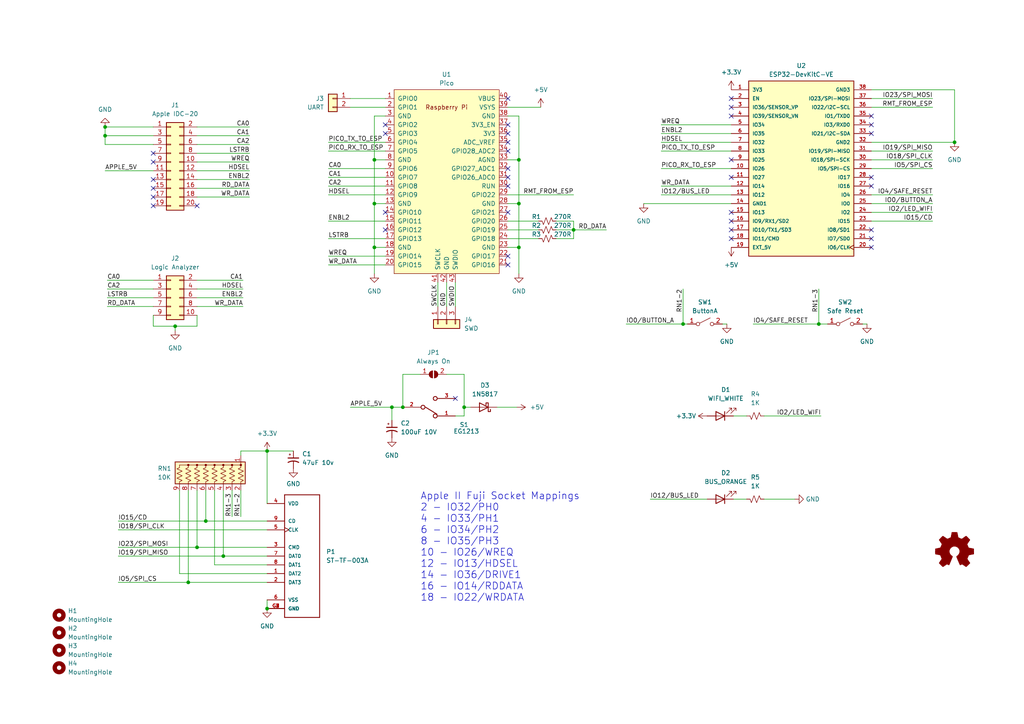
<source format=kicad_sch>
(kicad_sch (version 20230121) (generator eeschema)

  (uuid 530151af-e929-4ebc-81ba-062acbc84619)

  (paper "A4")

  (title_block
    (title "Apple 68k FujiNet")
    (date "2024-01-20")
    (rev "Rev 0")
  )

  (lib_symbols
    (symbol "Connector_Generic:Conn_01x02" (pin_names (offset 1.016) hide) (in_bom yes) (on_board yes)
      (property "Reference" "J" (at 0 2.54 0)
        (effects (font (size 1.27 1.27)))
      )
      (property "Value" "Conn_01x02" (at 0 -5.08 0)
        (effects (font (size 1.27 1.27)))
      )
      (property "Footprint" "" (at 0 0 0)
        (effects (font (size 1.27 1.27)) hide)
      )
      (property "Datasheet" "~" (at 0 0 0)
        (effects (font (size 1.27 1.27)) hide)
      )
      (property "ki_keywords" "connector" (at 0 0 0)
        (effects (font (size 1.27 1.27)) hide)
      )
      (property "ki_description" "Generic connector, single row, 01x02, script generated (kicad-library-utils/schlib/autogen/connector/)" (at 0 0 0)
        (effects (font (size 1.27 1.27)) hide)
      )
      (property "ki_fp_filters" "Connector*:*_1x??_*" (at 0 0 0)
        (effects (font (size 1.27 1.27)) hide)
      )
      (symbol "Conn_01x02_1_1"
        (rectangle (start -1.27 -2.413) (end 0 -2.667)
          (stroke (width 0.1524) (type default))
          (fill (type none))
        )
        (rectangle (start -1.27 0.127) (end 0 -0.127)
          (stroke (width 0.1524) (type default))
          (fill (type none))
        )
        (rectangle (start -1.27 1.27) (end 1.27 -3.81)
          (stroke (width 0.254) (type default))
          (fill (type background))
        )
        (pin passive line (at -5.08 0 0) (length 3.81)
          (name "Pin_1" (effects (font (size 1.27 1.27))))
          (number "1" (effects (font (size 1.27 1.27))))
        )
        (pin passive line (at -5.08 -2.54 0) (length 3.81)
          (name "Pin_2" (effects (font (size 1.27 1.27))))
          (number "2" (effects (font (size 1.27 1.27))))
        )
      )
    )
    (symbol "Connector_Generic:Conn_01x03" (pin_names (offset 1.016) hide) (in_bom yes) (on_board yes)
      (property "Reference" "J" (at 0 5.08 0)
        (effects (font (size 1.27 1.27)))
      )
      (property "Value" "Conn_01x03" (at 0 -5.08 0)
        (effects (font (size 1.27 1.27)))
      )
      (property "Footprint" "" (at 0 0 0)
        (effects (font (size 1.27 1.27)) hide)
      )
      (property "Datasheet" "~" (at 0 0 0)
        (effects (font (size 1.27 1.27)) hide)
      )
      (property "ki_keywords" "connector" (at 0 0 0)
        (effects (font (size 1.27 1.27)) hide)
      )
      (property "ki_description" "Generic connector, single row, 01x03, script generated (kicad-library-utils/schlib/autogen/connector/)" (at 0 0 0)
        (effects (font (size 1.27 1.27)) hide)
      )
      (property "ki_fp_filters" "Connector*:*_1x??_*" (at 0 0 0)
        (effects (font (size 1.27 1.27)) hide)
      )
      (symbol "Conn_01x03_1_1"
        (rectangle (start -1.27 -2.413) (end 0 -2.667)
          (stroke (width 0.1524) (type default))
          (fill (type none))
        )
        (rectangle (start -1.27 0.127) (end 0 -0.127)
          (stroke (width 0.1524) (type default))
          (fill (type none))
        )
        (rectangle (start -1.27 2.667) (end 0 2.413)
          (stroke (width 0.1524) (type default))
          (fill (type none))
        )
        (rectangle (start -1.27 3.81) (end 1.27 -3.81)
          (stroke (width 0.254) (type default))
          (fill (type background))
        )
        (pin passive line (at -5.08 2.54 0) (length 3.81)
          (name "Pin_1" (effects (font (size 1.27 1.27))))
          (number "1" (effects (font (size 1.27 1.27))))
        )
        (pin passive line (at -5.08 0 0) (length 3.81)
          (name "Pin_2" (effects (font (size 1.27 1.27))))
          (number "2" (effects (font (size 1.27 1.27))))
        )
        (pin passive line (at -5.08 -2.54 0) (length 3.81)
          (name "Pin_3" (effects (font (size 1.27 1.27))))
          (number "3" (effects (font (size 1.27 1.27))))
        )
      )
    )
    (symbol "Connector_Generic:Conn_02x05_Odd_Even" (pin_names (offset 1.016) hide) (in_bom yes) (on_board yes)
      (property "Reference" "J" (at 1.27 7.62 0)
        (effects (font (size 1.27 1.27)))
      )
      (property "Value" "Conn_02x05_Odd_Even" (at 1.27 -7.62 0)
        (effects (font (size 1.27 1.27)))
      )
      (property "Footprint" "" (at 0 0 0)
        (effects (font (size 1.27 1.27)) hide)
      )
      (property "Datasheet" "~" (at 0 0 0)
        (effects (font (size 1.27 1.27)) hide)
      )
      (property "ki_keywords" "connector" (at 0 0 0)
        (effects (font (size 1.27 1.27)) hide)
      )
      (property "ki_description" "Generic connector, double row, 02x05, odd/even pin numbering scheme (row 1 odd numbers, row 2 even numbers), script generated (kicad-library-utils/schlib/autogen/connector/)" (at 0 0 0)
        (effects (font (size 1.27 1.27)) hide)
      )
      (property "ki_fp_filters" "Connector*:*_2x??_*" (at 0 0 0)
        (effects (font (size 1.27 1.27)) hide)
      )
      (symbol "Conn_02x05_Odd_Even_1_1"
        (rectangle (start -1.27 -4.953) (end 0 -5.207)
          (stroke (width 0.1524) (type default))
          (fill (type none))
        )
        (rectangle (start -1.27 -2.413) (end 0 -2.667)
          (stroke (width 0.1524) (type default))
          (fill (type none))
        )
        (rectangle (start -1.27 0.127) (end 0 -0.127)
          (stroke (width 0.1524) (type default))
          (fill (type none))
        )
        (rectangle (start -1.27 2.667) (end 0 2.413)
          (stroke (width 0.1524) (type default))
          (fill (type none))
        )
        (rectangle (start -1.27 5.207) (end 0 4.953)
          (stroke (width 0.1524) (type default))
          (fill (type none))
        )
        (rectangle (start -1.27 6.35) (end 3.81 -6.35)
          (stroke (width 0.254) (type default))
          (fill (type background))
        )
        (rectangle (start 3.81 -4.953) (end 2.54 -5.207)
          (stroke (width 0.1524) (type default))
          (fill (type none))
        )
        (rectangle (start 3.81 -2.413) (end 2.54 -2.667)
          (stroke (width 0.1524) (type default))
          (fill (type none))
        )
        (rectangle (start 3.81 0.127) (end 2.54 -0.127)
          (stroke (width 0.1524) (type default))
          (fill (type none))
        )
        (rectangle (start 3.81 2.667) (end 2.54 2.413)
          (stroke (width 0.1524) (type default))
          (fill (type none))
        )
        (rectangle (start 3.81 5.207) (end 2.54 4.953)
          (stroke (width 0.1524) (type default))
          (fill (type none))
        )
        (pin passive line (at -5.08 5.08 0) (length 3.81)
          (name "Pin_1" (effects (font (size 1.27 1.27))))
          (number "1" (effects (font (size 1.27 1.27))))
        )
        (pin passive line (at 7.62 -5.08 180) (length 3.81)
          (name "Pin_10" (effects (font (size 1.27 1.27))))
          (number "10" (effects (font (size 1.27 1.27))))
        )
        (pin passive line (at 7.62 5.08 180) (length 3.81)
          (name "Pin_2" (effects (font (size 1.27 1.27))))
          (number "2" (effects (font (size 1.27 1.27))))
        )
        (pin passive line (at -5.08 2.54 0) (length 3.81)
          (name "Pin_3" (effects (font (size 1.27 1.27))))
          (number "3" (effects (font (size 1.27 1.27))))
        )
        (pin passive line (at 7.62 2.54 180) (length 3.81)
          (name "Pin_4" (effects (font (size 1.27 1.27))))
          (number "4" (effects (font (size 1.27 1.27))))
        )
        (pin passive line (at -5.08 0 0) (length 3.81)
          (name "Pin_5" (effects (font (size 1.27 1.27))))
          (number "5" (effects (font (size 1.27 1.27))))
        )
        (pin passive line (at 7.62 0 180) (length 3.81)
          (name "Pin_6" (effects (font (size 1.27 1.27))))
          (number "6" (effects (font (size 1.27 1.27))))
        )
        (pin passive line (at -5.08 -2.54 0) (length 3.81)
          (name "Pin_7" (effects (font (size 1.27 1.27))))
          (number "7" (effects (font (size 1.27 1.27))))
        )
        (pin passive line (at 7.62 -2.54 180) (length 3.81)
          (name "Pin_8" (effects (font (size 1.27 1.27))))
          (number "8" (effects (font (size 1.27 1.27))))
        )
        (pin passive line (at -5.08 -5.08 0) (length 3.81)
          (name "Pin_9" (effects (font (size 1.27 1.27))))
          (number "9" (effects (font (size 1.27 1.27))))
        )
      )
    )
    (symbol "Connector_Generic:Conn_02x10_Odd_Even" (pin_names (offset 1.016) hide) (in_bom yes) (on_board yes)
      (property "Reference" "J" (at 1.27 12.7 0)
        (effects (font (size 1.27 1.27)))
      )
      (property "Value" "Conn_02x10_Odd_Even" (at 1.27 -15.24 0)
        (effects (font (size 1.27 1.27)))
      )
      (property "Footprint" "" (at 0 0 0)
        (effects (font (size 1.27 1.27)) hide)
      )
      (property "Datasheet" "~" (at 0 0 0)
        (effects (font (size 1.27 1.27)) hide)
      )
      (property "ki_keywords" "connector" (at 0 0 0)
        (effects (font (size 1.27 1.27)) hide)
      )
      (property "ki_description" "Generic connector, double row, 02x10, odd/even pin numbering scheme (row 1 odd numbers, row 2 even numbers), script generated (kicad-library-utils/schlib/autogen/connector/)" (at 0 0 0)
        (effects (font (size 1.27 1.27)) hide)
      )
      (property "ki_fp_filters" "Connector*:*_2x??_*" (at 0 0 0)
        (effects (font (size 1.27 1.27)) hide)
      )
      (symbol "Conn_02x10_Odd_Even_1_1"
        (rectangle (start -1.27 -12.573) (end 0 -12.827)
          (stroke (width 0.1524) (type default))
          (fill (type none))
        )
        (rectangle (start -1.27 -10.033) (end 0 -10.287)
          (stroke (width 0.1524) (type default))
          (fill (type none))
        )
        (rectangle (start -1.27 -7.493) (end 0 -7.747)
          (stroke (width 0.1524) (type default))
          (fill (type none))
        )
        (rectangle (start -1.27 -4.953) (end 0 -5.207)
          (stroke (width 0.1524) (type default))
          (fill (type none))
        )
        (rectangle (start -1.27 -2.413) (end 0 -2.667)
          (stroke (width 0.1524) (type default))
          (fill (type none))
        )
        (rectangle (start -1.27 0.127) (end 0 -0.127)
          (stroke (width 0.1524) (type default))
          (fill (type none))
        )
        (rectangle (start -1.27 2.667) (end 0 2.413)
          (stroke (width 0.1524) (type default))
          (fill (type none))
        )
        (rectangle (start -1.27 5.207) (end 0 4.953)
          (stroke (width 0.1524) (type default))
          (fill (type none))
        )
        (rectangle (start -1.27 7.747) (end 0 7.493)
          (stroke (width 0.1524) (type default))
          (fill (type none))
        )
        (rectangle (start -1.27 10.287) (end 0 10.033)
          (stroke (width 0.1524) (type default))
          (fill (type none))
        )
        (rectangle (start -1.27 11.43) (end 3.81 -13.97)
          (stroke (width 0.254) (type default))
          (fill (type background))
        )
        (rectangle (start 3.81 -12.573) (end 2.54 -12.827)
          (stroke (width 0.1524) (type default))
          (fill (type none))
        )
        (rectangle (start 3.81 -10.033) (end 2.54 -10.287)
          (stroke (width 0.1524) (type default))
          (fill (type none))
        )
        (rectangle (start 3.81 -7.493) (end 2.54 -7.747)
          (stroke (width 0.1524) (type default))
          (fill (type none))
        )
        (rectangle (start 3.81 -4.953) (end 2.54 -5.207)
          (stroke (width 0.1524) (type default))
          (fill (type none))
        )
        (rectangle (start 3.81 -2.413) (end 2.54 -2.667)
          (stroke (width 0.1524) (type default))
          (fill (type none))
        )
        (rectangle (start 3.81 0.127) (end 2.54 -0.127)
          (stroke (width 0.1524) (type default))
          (fill (type none))
        )
        (rectangle (start 3.81 2.667) (end 2.54 2.413)
          (stroke (width 0.1524) (type default))
          (fill (type none))
        )
        (rectangle (start 3.81 5.207) (end 2.54 4.953)
          (stroke (width 0.1524) (type default))
          (fill (type none))
        )
        (rectangle (start 3.81 7.747) (end 2.54 7.493)
          (stroke (width 0.1524) (type default))
          (fill (type none))
        )
        (rectangle (start 3.81 10.287) (end 2.54 10.033)
          (stroke (width 0.1524) (type default))
          (fill (type none))
        )
        (pin passive line (at -5.08 10.16 0) (length 3.81)
          (name "Pin_1" (effects (font (size 1.27 1.27))))
          (number "1" (effects (font (size 1.27 1.27))))
        )
        (pin passive line (at 7.62 0 180) (length 3.81)
          (name "Pin_10" (effects (font (size 1.27 1.27))))
          (number "10" (effects (font (size 1.27 1.27))))
        )
        (pin passive line (at -5.08 -2.54 0) (length 3.81)
          (name "Pin_11" (effects (font (size 1.27 1.27))))
          (number "11" (effects (font (size 1.27 1.27))))
        )
        (pin passive line (at 7.62 -2.54 180) (length 3.81)
          (name "Pin_12" (effects (font (size 1.27 1.27))))
          (number "12" (effects (font (size 1.27 1.27))))
        )
        (pin passive line (at -5.08 -5.08 0) (length 3.81)
          (name "Pin_13" (effects (font (size 1.27 1.27))))
          (number "13" (effects (font (size 1.27 1.27))))
        )
        (pin passive line (at 7.62 -5.08 180) (length 3.81)
          (name "Pin_14" (effects (font (size 1.27 1.27))))
          (number "14" (effects (font (size 1.27 1.27))))
        )
        (pin passive line (at -5.08 -7.62 0) (length 3.81)
          (name "Pin_15" (effects (font (size 1.27 1.27))))
          (number "15" (effects (font (size 1.27 1.27))))
        )
        (pin passive line (at 7.62 -7.62 180) (length 3.81)
          (name "Pin_16" (effects (font (size 1.27 1.27))))
          (number "16" (effects (font (size 1.27 1.27))))
        )
        (pin passive line (at -5.08 -10.16 0) (length 3.81)
          (name "Pin_17" (effects (font (size 1.27 1.27))))
          (number "17" (effects (font (size 1.27 1.27))))
        )
        (pin passive line (at 7.62 -10.16 180) (length 3.81)
          (name "Pin_18" (effects (font (size 1.27 1.27))))
          (number "18" (effects (font (size 1.27 1.27))))
        )
        (pin passive line (at -5.08 -12.7 0) (length 3.81)
          (name "Pin_19" (effects (font (size 1.27 1.27))))
          (number "19" (effects (font (size 1.27 1.27))))
        )
        (pin passive line (at 7.62 10.16 180) (length 3.81)
          (name "Pin_2" (effects (font (size 1.27 1.27))))
          (number "2" (effects (font (size 1.27 1.27))))
        )
        (pin passive line (at 7.62 -12.7 180) (length 3.81)
          (name "Pin_20" (effects (font (size 1.27 1.27))))
          (number "20" (effects (font (size 1.27 1.27))))
        )
        (pin passive line (at -5.08 7.62 0) (length 3.81)
          (name "Pin_3" (effects (font (size 1.27 1.27))))
          (number "3" (effects (font (size 1.27 1.27))))
        )
        (pin passive line (at 7.62 7.62 180) (length 3.81)
          (name "Pin_4" (effects (font (size 1.27 1.27))))
          (number "4" (effects (font (size 1.27 1.27))))
        )
        (pin passive line (at -5.08 5.08 0) (length 3.81)
          (name "Pin_5" (effects (font (size 1.27 1.27))))
          (number "5" (effects (font (size 1.27 1.27))))
        )
        (pin passive line (at 7.62 5.08 180) (length 3.81)
          (name "Pin_6" (effects (font (size 1.27 1.27))))
          (number "6" (effects (font (size 1.27 1.27))))
        )
        (pin passive line (at -5.08 2.54 0) (length 3.81)
          (name "Pin_7" (effects (font (size 1.27 1.27))))
          (number "7" (effects (font (size 1.27 1.27))))
        )
        (pin passive line (at 7.62 2.54 180) (length 3.81)
          (name "Pin_8" (effects (font (size 1.27 1.27))))
          (number "8" (effects (font (size 1.27 1.27))))
        )
        (pin passive line (at -5.08 0 0) (length 3.81)
          (name "Pin_9" (effects (font (size 1.27 1.27))))
          (number "9" (effects (font (size 1.27 1.27))))
        )
      )
    )
    (symbol "Device:C_Polarized_Small_US" (pin_numbers hide) (pin_names (offset 0.254) hide) (in_bom yes) (on_board yes)
      (property "Reference" "C" (at 0.254 1.778 0)
        (effects (font (size 1.27 1.27)) (justify left))
      )
      (property "Value" "C_Polarized_Small_US" (at 0.254 -2.032 0)
        (effects (font (size 1.27 1.27)) (justify left))
      )
      (property "Footprint" "" (at 0 0 0)
        (effects (font (size 1.27 1.27)) hide)
      )
      (property "Datasheet" "~" (at 0 0 0)
        (effects (font (size 1.27 1.27)) hide)
      )
      (property "ki_keywords" "cap capacitor" (at 0 0 0)
        (effects (font (size 1.27 1.27)) hide)
      )
      (property "ki_description" "Polarized capacitor, small US symbol" (at 0 0 0)
        (effects (font (size 1.27 1.27)) hide)
      )
      (property "ki_fp_filters" "CP_*" (at 0 0 0)
        (effects (font (size 1.27 1.27)) hide)
      )
      (symbol "C_Polarized_Small_US_0_1"
        (polyline
          (pts
            (xy -1.524 0.508)
            (xy 1.524 0.508)
          )
          (stroke (width 0.3048) (type default))
          (fill (type none))
        )
        (polyline
          (pts
            (xy -1.27 1.524)
            (xy -0.762 1.524)
          )
          (stroke (width 0) (type default))
          (fill (type none))
        )
        (polyline
          (pts
            (xy -1.016 1.27)
            (xy -1.016 1.778)
          )
          (stroke (width 0) (type default))
          (fill (type none))
        )
        (arc (start 1.524 -0.762) (mid 0 -0.3734) (end -1.524 -0.762)
          (stroke (width 0.3048) (type default))
          (fill (type none))
        )
      )
      (symbol "C_Polarized_Small_US_1_1"
        (pin passive line (at 0 2.54 270) (length 2.032)
          (name "~" (effects (font (size 1.27 1.27))))
          (number "1" (effects (font (size 1.27 1.27))))
        )
        (pin passive line (at 0 -2.54 90) (length 2.032)
          (name "~" (effects (font (size 1.27 1.27))))
          (number "2" (effects (font (size 1.27 1.27))))
        )
      )
    )
    (symbol "Device:LED" (pin_numbers hide) (pin_names (offset 1.016) hide) (in_bom yes) (on_board yes)
      (property "Reference" "D" (at 0 2.54 0)
        (effects (font (size 1.27 1.27)))
      )
      (property "Value" "LED" (at 0 -2.54 0)
        (effects (font (size 1.27 1.27)))
      )
      (property "Footprint" "" (at 0 0 0)
        (effects (font (size 1.27 1.27)) hide)
      )
      (property "Datasheet" "~" (at 0 0 0)
        (effects (font (size 1.27 1.27)) hide)
      )
      (property "ki_keywords" "LED diode" (at 0 0 0)
        (effects (font (size 1.27 1.27)) hide)
      )
      (property "ki_description" "Light emitting diode" (at 0 0 0)
        (effects (font (size 1.27 1.27)) hide)
      )
      (property "ki_fp_filters" "LED* LED_SMD:* LED_THT:*" (at 0 0 0)
        (effects (font (size 1.27 1.27)) hide)
      )
      (symbol "LED_0_1"
        (polyline
          (pts
            (xy -1.27 -1.27)
            (xy -1.27 1.27)
          )
          (stroke (width 0.254) (type default))
          (fill (type none))
        )
        (polyline
          (pts
            (xy -1.27 0)
            (xy 1.27 0)
          )
          (stroke (width 0) (type default))
          (fill (type none))
        )
        (polyline
          (pts
            (xy 1.27 -1.27)
            (xy 1.27 1.27)
            (xy -1.27 0)
            (xy 1.27 -1.27)
          )
          (stroke (width 0.254) (type default))
          (fill (type none))
        )
        (polyline
          (pts
            (xy -3.048 -0.762)
            (xy -4.572 -2.286)
            (xy -3.81 -2.286)
            (xy -4.572 -2.286)
            (xy -4.572 -1.524)
          )
          (stroke (width 0) (type default))
          (fill (type none))
        )
        (polyline
          (pts
            (xy -1.778 -0.762)
            (xy -3.302 -2.286)
            (xy -2.54 -2.286)
            (xy -3.302 -2.286)
            (xy -3.302 -1.524)
          )
          (stroke (width 0) (type default))
          (fill (type none))
        )
      )
      (symbol "LED_1_1"
        (pin passive line (at -3.81 0 0) (length 2.54)
          (name "K" (effects (font (size 1.27 1.27))))
          (number "1" (effects (font (size 1.27 1.27))))
        )
        (pin passive line (at 3.81 0 180) (length 2.54)
          (name "A" (effects (font (size 1.27 1.27))))
          (number "2" (effects (font (size 1.27 1.27))))
        )
      )
    )
    (symbol "Device:R_Network08_US" (pin_names (offset 0) hide) (in_bom yes) (on_board yes)
      (property "Reference" "RN" (at -12.7 0 90)
        (effects (font (size 1.27 1.27)))
      )
      (property "Value" "R_Network08_US" (at 10.16 0 90)
        (effects (font (size 1.27 1.27)))
      )
      (property "Footprint" "Resistor_THT:R_Array_SIP9" (at 12.065 0 90)
        (effects (font (size 1.27 1.27)) hide)
      )
      (property "Datasheet" "http://www.vishay.com/docs/31509/csc.pdf" (at 0 0 0)
        (effects (font (size 1.27 1.27)) hide)
      )
      (property "ki_keywords" "R network star-topology" (at 0 0 0)
        (effects (font (size 1.27 1.27)) hide)
      )
      (property "ki_description" "8 resistor network, star topology, bussed resistors, small US symbol" (at 0 0 0)
        (effects (font (size 1.27 1.27)) hide)
      )
      (property "ki_fp_filters" "R?Array?SIP*" (at 0 0 0)
        (effects (font (size 1.27 1.27)) hide)
      )
      (symbol "R_Network08_US_0_1"
        (rectangle (start -11.43 -3.175) (end 8.89 3.175)
          (stroke (width 0.254) (type default))
          (fill (type background))
        )
        (circle (center -10.16 2.286) (radius 0.254)
          (stroke (width 0) (type default))
          (fill (type outline))
        )
        (circle (center -7.62 2.286) (radius 0.254)
          (stroke (width 0) (type default))
          (fill (type outline))
        )
        (circle (center -5.08 2.286) (radius 0.254)
          (stroke (width 0) (type default))
          (fill (type outline))
        )
        (circle (center -2.54 2.286) (radius 0.254)
          (stroke (width 0) (type default))
          (fill (type outline))
        )
        (polyline
          (pts
            (xy -10.16 2.286)
            (xy 7.62 2.286)
          )
          (stroke (width 0) (type default))
          (fill (type none))
        )
        (polyline
          (pts
            (xy -10.16 2.286)
            (xy -10.16 1.524)
            (xy -9.398 1.1684)
            (xy -10.922 0.508)
            (xy -9.398 -0.1524)
            (xy -10.922 -0.8382)
            (xy -9.398 -1.524)
            (xy -10.922 -2.1844)
            (xy -10.16 -2.54)
            (xy -10.16 -3.81)
          )
          (stroke (width 0) (type default))
          (fill (type none))
        )
        (polyline
          (pts
            (xy -7.62 2.286)
            (xy -7.62 1.524)
            (xy -6.858 1.1684)
            (xy -8.382 0.508)
            (xy -6.858 -0.1524)
            (xy -8.382 -0.8382)
            (xy -6.858 -1.524)
            (xy -8.382 -2.1844)
            (xy -7.62 -2.54)
            (xy -7.62 -3.81)
          )
          (stroke (width 0) (type default))
          (fill (type none))
        )
        (polyline
          (pts
            (xy -5.08 2.286)
            (xy -5.08 1.524)
            (xy -4.318 1.1684)
            (xy -5.842 0.508)
            (xy -4.318 -0.1524)
            (xy -5.842 -0.8382)
            (xy -4.318 -1.524)
            (xy -5.842 -2.1844)
            (xy -5.08 -2.54)
            (xy -5.08 -3.81)
          )
          (stroke (width 0) (type default))
          (fill (type none))
        )
        (polyline
          (pts
            (xy -2.54 2.286)
            (xy -2.54 1.524)
            (xy -1.778 1.1684)
            (xy -3.302 0.508)
            (xy -1.778 -0.1524)
            (xy -3.302 -0.8382)
            (xy -1.778 -1.524)
            (xy -3.302 -2.1844)
            (xy -2.54 -2.54)
            (xy -2.54 -3.81)
          )
          (stroke (width 0) (type default))
          (fill (type none))
        )
        (polyline
          (pts
            (xy 0 2.286)
            (xy 0 1.524)
            (xy 0.762 1.1684)
            (xy -0.762 0.508)
            (xy 0.762 -0.1524)
            (xy -0.762 -0.8382)
            (xy 0.762 -1.524)
            (xy -0.762 -2.1844)
            (xy 0 -2.54)
            (xy 0 -3.81)
          )
          (stroke (width 0) (type default))
          (fill (type none))
        )
        (polyline
          (pts
            (xy 2.54 2.286)
            (xy 2.54 1.524)
            (xy 3.302 1.1684)
            (xy 1.778 0.508)
            (xy 3.302 -0.1524)
            (xy 1.778 -0.8382)
            (xy 3.302 -1.524)
            (xy 1.778 -2.1844)
            (xy 2.54 -2.54)
            (xy 2.54 -3.81)
          )
          (stroke (width 0) (type default))
          (fill (type none))
        )
        (polyline
          (pts
            (xy 5.08 2.286)
            (xy 5.08 1.524)
            (xy 5.842 1.1684)
            (xy 4.318 0.508)
            (xy 5.842 -0.1524)
            (xy 4.318 -0.8382)
            (xy 5.842 -1.524)
            (xy 4.318 -2.1844)
            (xy 5.08 -2.54)
            (xy 5.08 -3.81)
          )
          (stroke (width 0) (type default))
          (fill (type none))
        )
        (polyline
          (pts
            (xy 7.62 2.286)
            (xy 7.62 1.524)
            (xy 8.382 1.1684)
            (xy 6.858 0.508)
            (xy 8.382 -0.1524)
            (xy 6.858 -0.8382)
            (xy 8.382 -1.524)
            (xy 6.858 -2.1844)
            (xy 7.62 -2.54)
            (xy 7.62 -3.81)
          )
          (stroke (width 0) (type default))
          (fill (type none))
        )
        (circle (center 0 2.286) (radius 0.254)
          (stroke (width 0) (type default))
          (fill (type outline))
        )
        (circle (center 2.54 2.286) (radius 0.254)
          (stroke (width 0) (type default))
          (fill (type outline))
        )
        (circle (center 5.08 2.286) (radius 0.254)
          (stroke (width 0) (type default))
          (fill (type outline))
        )
      )
      (symbol "R_Network08_US_1_1"
        (pin passive line (at -10.16 5.08 270) (length 2.54)
          (name "common" (effects (font (size 1.27 1.27))))
          (number "1" (effects (font (size 1.27 1.27))))
        )
        (pin passive line (at -10.16 -5.08 90) (length 1.27)
          (name "R1" (effects (font (size 1.27 1.27))))
          (number "2" (effects (font (size 1.27 1.27))))
        )
        (pin passive line (at -7.62 -5.08 90) (length 1.27)
          (name "R2" (effects (font (size 1.27 1.27))))
          (number "3" (effects (font (size 1.27 1.27))))
        )
        (pin passive line (at -5.08 -5.08 90) (length 1.27)
          (name "R3" (effects (font (size 1.27 1.27))))
          (number "4" (effects (font (size 1.27 1.27))))
        )
        (pin passive line (at -2.54 -5.08 90) (length 1.27)
          (name "R4" (effects (font (size 1.27 1.27))))
          (number "5" (effects (font (size 1.27 1.27))))
        )
        (pin passive line (at 0 -5.08 90) (length 1.27)
          (name "R5" (effects (font (size 1.27 1.27))))
          (number "6" (effects (font (size 1.27 1.27))))
        )
        (pin passive line (at 2.54 -5.08 90) (length 1.27)
          (name "R6" (effects (font (size 1.27 1.27))))
          (number "7" (effects (font (size 1.27 1.27))))
        )
        (pin passive line (at 5.08 -5.08 90) (length 1.27)
          (name "R7" (effects (font (size 1.27 1.27))))
          (number "8" (effects (font (size 1.27 1.27))))
        )
        (pin passive line (at 7.62 -5.08 90) (length 1.27)
          (name "R8" (effects (font (size 1.27 1.27))))
          (number "9" (effects (font (size 1.27 1.27))))
        )
      )
    )
    (symbol "Device:R_Small_US" (pin_numbers hide) (pin_names (offset 0.254) hide) (in_bom yes) (on_board yes)
      (property "Reference" "R" (at 0.762 0.508 0)
        (effects (font (size 1.27 1.27)) (justify left))
      )
      (property "Value" "R_Small_US" (at 0.762 -1.016 0)
        (effects (font (size 1.27 1.27)) (justify left))
      )
      (property "Footprint" "" (at 0 0 0)
        (effects (font (size 1.27 1.27)) hide)
      )
      (property "Datasheet" "~" (at 0 0 0)
        (effects (font (size 1.27 1.27)) hide)
      )
      (property "ki_keywords" "r resistor" (at 0 0 0)
        (effects (font (size 1.27 1.27)) hide)
      )
      (property "ki_description" "Resistor, small US symbol" (at 0 0 0)
        (effects (font (size 1.27 1.27)) hide)
      )
      (property "ki_fp_filters" "R_*" (at 0 0 0)
        (effects (font (size 1.27 1.27)) hide)
      )
      (symbol "R_Small_US_1_1"
        (polyline
          (pts
            (xy 0 0)
            (xy 1.016 -0.381)
            (xy 0 -0.762)
            (xy -1.016 -1.143)
            (xy 0 -1.524)
          )
          (stroke (width 0) (type default))
          (fill (type none))
        )
        (polyline
          (pts
            (xy 0 1.524)
            (xy 1.016 1.143)
            (xy 0 0.762)
            (xy -1.016 0.381)
            (xy 0 0)
          )
          (stroke (width 0) (type default))
          (fill (type none))
        )
        (pin passive line (at 0 2.54 270) (length 1.016)
          (name "~" (effects (font (size 1.27 1.27))))
          (number "1" (effects (font (size 1.27 1.27))))
        )
        (pin passive line (at 0 -2.54 90) (length 1.016)
          (name "~" (effects (font (size 1.27 1.27))))
          (number "2" (effects (font (size 1.27 1.27))))
        )
      )
    )
    (symbol "Diode:1N5817" (pin_numbers hide) (pin_names (offset 1.016) hide) (in_bom yes) (on_board yes)
      (property "Reference" "D" (at 0 2.54 0)
        (effects (font (size 1.27 1.27)))
      )
      (property "Value" "1N5817" (at 0 -2.54 0)
        (effects (font (size 1.27 1.27)))
      )
      (property "Footprint" "Diode_THT:D_DO-41_SOD81_P10.16mm_Horizontal" (at 0 -4.445 0)
        (effects (font (size 1.27 1.27)) hide)
      )
      (property "Datasheet" "http://www.vishay.com/docs/88525/1n5817.pdf" (at 0 0 0)
        (effects (font (size 1.27 1.27)) hide)
      )
      (property "ki_keywords" "diode Schottky" (at 0 0 0)
        (effects (font (size 1.27 1.27)) hide)
      )
      (property "ki_description" "20V 1A Schottky Barrier Rectifier Diode, DO-41" (at 0 0 0)
        (effects (font (size 1.27 1.27)) hide)
      )
      (property "ki_fp_filters" "D*DO?41*" (at 0 0 0)
        (effects (font (size 1.27 1.27)) hide)
      )
      (symbol "1N5817_0_1"
        (polyline
          (pts
            (xy 1.27 0)
            (xy -1.27 0)
          )
          (stroke (width 0) (type default))
          (fill (type none))
        )
        (polyline
          (pts
            (xy 1.27 1.27)
            (xy 1.27 -1.27)
            (xy -1.27 0)
            (xy 1.27 1.27)
          )
          (stroke (width 0.254) (type default))
          (fill (type none))
        )
        (polyline
          (pts
            (xy -1.905 0.635)
            (xy -1.905 1.27)
            (xy -1.27 1.27)
            (xy -1.27 -1.27)
            (xy -0.635 -1.27)
            (xy -0.635 -0.635)
          )
          (stroke (width 0.254) (type default))
          (fill (type none))
        )
      )
      (symbol "1N5817_1_1"
        (pin passive line (at -3.81 0 0) (length 2.54)
          (name "K" (effects (font (size 1.27 1.27))))
          (number "1" (effects (font (size 1.27 1.27))))
        )
        (pin passive line (at 3.81 0 180) (length 2.54)
          (name "A" (effects (font (size 1.27 1.27))))
          (number "2" (effects (font (size 1.27 1.27))))
        )
      )
    )
    (symbol "EG1213:EG1213" (pin_names (offset 1.016)) (in_bom yes) (on_board yes)
      (property "Reference" "S" (at 0 0 0)
        (effects (font (size 1.27 1.27)) (justify bottom))
      )
      (property "Value" "EG1213" (at 0 0 0)
        (effects (font (size 1.27 1.27)) (justify bottom))
      )
      (property "Footprint" "EG1213:SW_EG1213" (at 0 0 0)
        (effects (font (size 1.27 1.27)) (justify bottom) hide)
      )
      (property "Datasheet" "" (at 0 0 0)
        (effects (font (size 1.27 1.27)) hide)
      )
      (property "MF" "E-Switch" (at 0 0 0)
        (effects (font (size 1.27 1.27)) (justify bottom) hide)
      )
      (property "Description" "\nSlide Switch, EG Series, SPDT, Non-Shorting, ON-ON, 200mA DC, 30VDC, R/A, PC | E-Switch EG1213\n" (at 0 0 0)
        (effects (font (size 1.27 1.27)) (justify bottom) hide)
      )
      (property "Package" "None" (at 0 0 0)
        (effects (font (size 1.27 1.27)) (justify bottom) hide)
      )
      (property "Price" "None" (at 0 0 0)
        (effects (font (size 1.27 1.27)) (justify bottom) hide)
      )
      (property "Check_prices" "https://www.snapeda.com/parts/EG1213/E-Switch/view-part/?ref=eda" (at 0 0 0)
        (effects (font (size 1.27 1.27)) (justify bottom) hide)
      )
      (property "SnapEDA_Link" "https://www.snapeda.com/parts/EG1213/E-Switch/view-part/?ref=snap" (at 0 0 0)
        (effects (font (size 1.27 1.27)) (justify bottom) hide)
      )
      (property "MP" "EG1213" (at 0 0 0)
        (effects (font (size 1.27 1.27)) (justify bottom) hide)
      )
      (property "Purchase-URL" "https://www.snapeda.com/api/url_track_click_mouser/?unipart_id=13820&manufacturer=E-Switch&part_name=EG1213&search_term=eg1213" (at 0 0 0)
        (effects (font (size 1.27 1.27)) (justify bottom) hide)
      )
      (property "Availability" "In Stock" (at 0 0 0)
        (effects (font (size 1.27 1.27)) (justify bottom) hide)
      )
      (property "MANUFACTURER" "E-Switch" (at 0 0 0)
        (effects (font (size 1.27 1.27)) (justify bottom) hide)
      )
      (symbol "EG1213_0_0"
        (circle (center -1.778 -2.54) (radius 0.568)
          (stroke (width 0.254) (type default))
          (fill (type none))
        )
        (circle (center -1.778 2.54) (radius 0.568)
          (stroke (width 0.254) (type default))
          (fill (type none))
        )
        (polyline
          (pts
            (xy 1.016 0)
            (xy -2.286 2.032)
          )
          (stroke (width 0.254) (type default))
          (fill (type none))
        )
        (circle (center 1.778 0) (radius 0.568)
          (stroke (width 0.254) (type default))
          (fill (type none))
        )
        (pin passive line (at -7.62 2.54 0) (length 5.08)
          (name "~" (effects (font (size 1.016 1.016))))
          (number "1" (effects (font (size 1.016 1.016))))
        )
        (pin passive line (at 7.62 0 180) (length 5.08)
          (name "~" (effects (font (size 1.016 1.016))))
          (number "2" (effects (font (size 1.016 1.016))))
        )
        (pin passive line (at -7.62 -2.54 0) (length 5.08)
          (name "~" (effects (font (size 1.016 1.016))))
          (number "3" (effects (font (size 1.016 1.016))))
        )
      )
    )
    (symbol "ESP32-DEVKITC-32U:ESP32-DEVKITC-32U" (pin_names (offset 1.016)) (in_bom yes) (on_board yes)
      (property "Reference" "U" (at -15.2654 26.0604 0)
        (effects (font (size 1.27 1.27)) (justify left bottom))
      )
      (property "Value" "ESP32-DEVKITC-32U" (at -15.2654 -27.9654 0)
        (effects (font (size 1.27 1.27)) (justify left bottom))
      )
      (property "Footprint" "MODULE_ESP32-DEVKITC-32U" (at 0 0 0)
        (effects (font (size 1.27 1.27)) (justify left bottom) hide)
      )
      (property "Datasheet" "" (at 0 0 0)
        (effects (font (size 1.27 1.27)) (justify left bottom) hide)
      )
      (property "STANDARD" "Manufacturer Recommendations" (at 0 0 0)
        (effects (font (size 1.27 1.27)) (justify left bottom) hide)
      )
      (property "PARTREV" "N/A" (at 0 0 0)
        (effects (font (size 1.27 1.27)) (justify left bottom) hide)
      )
      (property "MANUFACTURER" "ESPRESSIF" (at 0 0 0)
        (effects (font (size 1.27 1.27)) (justify left bottom) hide)
      )
      (property "ki_locked" "" (at 0 0 0)
        (effects (font (size 1.27 1.27)))
      )
      (symbol "ESP32-DEVKITC-32U_0_0"
        (rectangle (start -15.24 -25.4) (end 15.24 25.4)
          (stroke (width 0.254) (type solid))
          (fill (type background))
        )
        (pin power_in line (at -20.32 22.86 0) (length 5.08)
          (name "3V3" (effects (font (size 1.016 1.016))))
          (number "1" (effects (font (size 1.016 1.016))))
        )
        (pin bidirectional line (at -20.32 0 0) (length 5.08)
          (name "IO26" (effects (font (size 1.016 1.016))))
          (number "10" (effects (font (size 1.016 1.016))))
        )
        (pin bidirectional line (at -20.32 -2.54 0) (length 5.08)
          (name "IO27" (effects (font (size 1.016 1.016))))
          (number "11" (effects (font (size 1.016 1.016))))
        )
        (pin bidirectional line (at -20.32 -5.08 0) (length 5.08)
          (name "IO14" (effects (font (size 1.016 1.016))))
          (number "12" (effects (font (size 1.016 1.016))))
        )
        (pin bidirectional line (at -20.32 -7.62 0) (length 5.08)
          (name "IO12" (effects (font (size 1.016 1.016))))
          (number "13" (effects (font (size 1.016 1.016))))
        )
        (pin power_in line (at -20.32 -10.16 0) (length 5.08)
          (name "GND1" (effects (font (size 1.016 1.016))))
          (number "14" (effects (font (size 1.016 1.016))))
        )
        (pin bidirectional line (at -20.32 -12.7 0) (length 5.08)
          (name "IO13" (effects (font (size 1.016 1.016))))
          (number "15" (effects (font (size 1.016 1.016))))
        )
        (pin power_in line (at -20.32 -22.86 0) (length 5.08)
          (name "EXT_5V" (effects (font (size 1.016 1.016))))
          (number "19" (effects (font (size 1.016 1.016))))
        )
        (pin input line (at -20.32 20.32 0) (length 5.08)
          (name "EN" (effects (font (size 1.016 1.016))))
          (number "2" (effects (font (size 1.016 1.016))))
        )
        (pin bidirectional line (at 20.32 -15.24 180) (length 5.08)
          (name "IO15" (effects (font (size 1.016 1.016))))
          (number "23" (effects (font (size 1.016 1.016))))
        )
        (pin bidirectional line (at 20.32 -12.7 180) (length 5.08)
          (name "IO2" (effects (font (size 1.016 1.016))))
          (number "24" (effects (font (size 1.016 1.016))))
        )
        (pin bidirectional line (at 20.32 -10.16 180) (length 5.08)
          (name "IO0" (effects (font (size 1.016 1.016))))
          (number "25" (effects (font (size 1.016 1.016))))
        )
        (pin bidirectional line (at 20.32 -7.62 180) (length 5.08)
          (name "IO4" (effects (font (size 1.016 1.016))))
          (number "26" (effects (font (size 1.016 1.016))))
        )
        (pin bidirectional line (at 20.32 -5.08 180) (length 5.08)
          (name "IO16" (effects (font (size 1.016 1.016))))
          (number "27" (effects (font (size 1.016 1.016))))
        )
        (pin bidirectional line (at 20.32 -2.54 180) (length 5.08)
          (name "IO17" (effects (font (size 1.016 1.016))))
          (number "28" (effects (font (size 1.016 1.016))))
        )
        (pin power_in line (at 20.32 7.62 180) (length 5.08)
          (name "GND2" (effects (font (size 1.016 1.016))))
          (number "32" (effects (font (size 1.016 1.016))))
        )
        (pin power_in line (at 20.32 22.86 180) (length 5.08)
          (name "GND3" (effects (font (size 1.016 1.016))))
          (number "38" (effects (font (size 1.016 1.016))))
        )
        (pin bidirectional line (at -20.32 12.7 0) (length 5.08)
          (name "IO34" (effects (font (size 1.016 1.016))))
          (number "5" (effects (font (size 1.016 1.016))))
        )
        (pin bidirectional line (at -20.32 10.16 0) (length 5.08)
          (name "IO35" (effects (font (size 1.016 1.016))))
          (number "6" (effects (font (size 1.016 1.016))))
        )
        (pin bidirectional line (at -20.32 7.62 0) (length 5.08)
          (name "IO32" (effects (font (size 1.016 1.016))))
          (number "7" (effects (font (size 1.016 1.016))))
        )
        (pin bidirectional line (at -20.32 5.08 0) (length 5.08)
          (name "IO33" (effects (font (size 1.016 1.016))))
          (number "8" (effects (font (size 1.016 1.016))))
        )
        (pin bidirectional line (at -20.32 2.54 0) (length 5.08)
          (name "IO25" (effects (font (size 1.016 1.016))))
          (number "9" (effects (font (size 1.016 1.016))))
        )
      )
      (symbol "ESP32-DEVKITC-32U_1_0"
        (pin bidirectional line (at -20.32 -15.24 0) (length 5.08)
          (name "IO9/RX1/SD2" (effects (font (size 1.016 1.016))))
          (number "16" (effects (font (size 1.016 1.016))))
        )
        (pin bidirectional line (at -20.32 -17.78 0) (length 5.08)
          (name "IO10/TX1/SD3" (effects (font (size 1.016 1.016))))
          (number "17" (effects (font (size 1.016 1.016))))
        )
        (pin bidirectional line (at -20.32 -20.32 0) (length 5.08)
          (name "IO11/CMD" (effects (font (size 1.016 1.016))))
          (number "18" (effects (font (size 1.016 1.016))))
        )
        (pin input clock (at 20.32 -22.86 180) (length 5.08)
          (name "IO6/CLK" (effects (font (size 1.016 1.016))))
          (number "20" (effects (font (size 1.016 1.016))))
        )
        (pin bidirectional line (at 20.32 -20.32 180) (length 5.08)
          (name "IO7/SD0" (effects (font (size 1.016 1.016))))
          (number "21" (effects (font (size 1.016 1.016))))
        )
        (pin bidirectional line (at 20.32 -17.78 180) (length 5.08)
          (name "IO8/SD1" (effects (font (size 1.016 1.016))))
          (number "22" (effects (font (size 1.016 1.016))))
        )
        (pin bidirectional line (at 20.32 0 180) (length 5.08)
          (name "IO5/SPI-CS" (effects (font (size 1.016 1.016))))
          (number "29" (effects (font (size 1.016 1.016))))
        )
        (pin input line (at -20.32 17.78 0) (length 5.08)
          (name "IO36/SENSOR_VP" (effects (font (size 1.016 1.016))))
          (number "3" (effects (font (size 1.016 1.016))))
        )
        (pin bidirectional line (at 20.32 2.54 180) (length 5.08)
          (name "IO18/SPI-SCK" (effects (font (size 1.016 1.016))))
          (number "30" (effects (font (size 1.016 1.016))))
        )
        (pin bidirectional line (at 20.32 5.08 180) (length 5.08)
          (name "IO19/SPI-MISO" (effects (font (size 1.016 1.016))))
          (number "31" (effects (font (size 1.016 1.016))))
        )
        (pin bidirectional line (at 20.32 10.16 180) (length 5.08)
          (name "IO21/I2C-SDA" (effects (font (size 1.016 1.016))))
          (number "33" (effects (font (size 1.016 1.016))))
        )
        (pin input line (at 20.32 12.7 180) (length 5.08)
          (name "IO3/RXD0" (effects (font (size 1.016 1.016))))
          (number "34" (effects (font (size 1.016 1.016))))
        )
        (pin output line (at 20.32 15.24 180) (length 5.08)
          (name "IO1/TXD0" (effects (font (size 1.016 1.016))))
          (number "35" (effects (font (size 1.016 1.016))))
        )
        (pin bidirectional line (at 20.32 17.78 180) (length 5.08)
          (name "IO22/I2C-SCL" (effects (font (size 1.016 1.016))))
          (number "36" (effects (font (size 1.016 1.016))))
        )
        (pin bidirectional line (at 20.32 20.32 180) (length 5.08)
          (name "IO23/SPI-MOSI" (effects (font (size 1.016 1.016))))
          (number "37" (effects (font (size 1.016 1.016))))
        )
        (pin input line (at -20.32 15.24 0) (length 5.08)
          (name "IO39/SENSOR_VN" (effects (font (size 1.016 1.016))))
          (number "4" (effects (font (size 1.016 1.016))))
        )
      )
    )
    (symbol "Graphic:Logo_Open_Hardware_Small" (in_bom no) (on_board no)
      (property "Reference" "#SYM" (at 0 6.985 0)
        (effects (font (size 1.27 1.27)) hide)
      )
      (property "Value" "Logo_Open_Hardware_Small" (at 0 -5.715 0)
        (effects (font (size 1.27 1.27)) hide)
      )
      (property "Footprint" "" (at 0 0 0)
        (effects (font (size 1.27 1.27)) hide)
      )
      (property "Datasheet" "~" (at 0 0 0)
        (effects (font (size 1.27 1.27)) hide)
      )
      (property "Sim.Enable" "0" (at 0 0 0)
        (effects (font (size 1.27 1.27)) hide)
      )
      (property "ki_keywords" "Logo" (at 0 0 0)
        (effects (font (size 1.27 1.27)) hide)
      )
      (property "ki_description" "Open Hardware logo, small" (at 0 0 0)
        (effects (font (size 1.27 1.27)) hide)
      )
      (symbol "Logo_Open_Hardware_Small_0_1"
        (polyline
          (pts
            (xy 3.3528 -4.3434)
            (xy 3.302 -4.318)
            (xy 3.175 -4.2418)
            (xy 2.9972 -4.1148)
            (xy 2.7686 -3.9624)
            (xy 2.54 -3.81)
            (xy 2.3622 -3.7084)
            (xy 2.2352 -3.6068)
            (xy 2.1844 -3.5814)
            (xy 2.159 -3.6068)
            (xy 2.0574 -3.6576)
            (xy 1.905 -3.7338)
            (xy 1.8034 -3.7846)
            (xy 1.6764 -3.8354)
            (xy 1.6002 -3.8354)
            (xy 1.6002 -3.8354)
            (xy 1.5494 -3.7338)
            (xy 1.4732 -3.5306)
            (xy 1.3462 -3.302)
            (xy 1.2446 -3.0226)
            (xy 1.1176 -2.7178)
            (xy 0.9652 -2.413)
            (xy 0.8636 -2.1082)
            (xy 0.7366 -1.8288)
            (xy 0.6604 -1.6256)
            (xy 0.6096 -1.4732)
            (xy 0.5842 -1.397)
            (xy 0.5842 -1.397)
            (xy 0.6604 -1.3208)
            (xy 0.7874 -1.2446)
            (xy 1.0414 -1.016)
            (xy 1.2954 -0.6858)
            (xy 1.4478 -0.3302)
            (xy 1.524 0.0762)
            (xy 1.4732 0.4572)
            (xy 1.3208 0.8128)
            (xy 1.0668 1.143)
            (xy 0.762 1.3716)
            (xy 0.4064 1.524)
            (xy 0 1.5748)
            (xy -0.381 1.5494)
            (xy -0.7366 1.397)
            (xy -1.0668 1.143)
            (xy -1.2192 0.9906)
            (xy -1.397 0.6604)
            (xy -1.524 0.3048)
            (xy -1.524 0.2286)
            (xy -1.4986 -0.1778)
            (xy -1.397 -0.5334)
            (xy -1.1938 -0.8636)
            (xy -0.9144 -1.143)
            (xy -0.8636 -1.1684)
            (xy -0.7366 -1.27)
            (xy -0.635 -1.3462)
            (xy -0.5842 -1.397)
            (xy -1.0668 -2.5908)
            (xy -1.143 -2.794)
            (xy -1.2954 -3.1242)
            (xy -1.397 -3.4036)
            (xy -1.4986 -3.6322)
            (xy -1.5748 -3.7846)
            (xy -1.6002 -3.8354)
            (xy -1.6002 -3.8354)
            (xy -1.651 -3.8354)
            (xy -1.7272 -3.81)
            (xy -1.905 -3.7338)
            (xy -2.0066 -3.683)
            (xy -2.1336 -3.6068)
            (xy -2.2098 -3.5814)
            (xy -2.2606 -3.6068)
            (xy -2.3622 -3.683)
            (xy -2.54 -3.81)
            (xy -2.7686 -3.9624)
            (xy -2.9718 -4.0894)
            (xy -3.1496 -4.2164)
            (xy -3.302 -4.318)
            (xy -3.3528 -4.3434)
            (xy -3.3782 -4.3434)
            (xy -3.429 -4.318)
            (xy -3.5306 -4.2164)
            (xy -3.7084 -4.064)
            (xy -3.937 -3.8354)
            (xy -3.9624 -3.81)
            (xy -4.1656 -3.6068)
            (xy -4.318 -3.4544)
            (xy -4.4196 -3.3274)
            (xy -4.445 -3.2766)
            (xy -4.445 -3.2766)
            (xy -4.4196 -3.2258)
            (xy -4.318 -3.0734)
            (xy -4.2164 -2.8956)
            (xy -4.064 -2.667)
            (xy -3.6576 -2.0828)
            (xy -3.8862 -1.5494)
            (xy -3.937 -1.3716)
            (xy -4.0386 -1.1684)
            (xy -4.0894 -1.0414)
            (xy -4.1148 -0.9652)
            (xy -4.191 -0.9398)
            (xy -4.318 -0.9144)
            (xy -4.5466 -0.8636)
            (xy -4.8006 -0.8128)
            (xy -5.0546 -0.7874)
            (xy -5.2578 -0.7366)
            (xy -5.4356 -0.7112)
            (xy -5.5118 -0.6858)
            (xy -5.5118 -0.6858)
            (xy -5.5372 -0.635)
            (xy -5.5372 -0.5588)
            (xy -5.5372 -0.4318)
            (xy -5.5626 -0.2286)
            (xy -5.5626 0.0762)
            (xy -5.5626 0.127)
            (xy -5.5372 0.4064)
            (xy -5.5372 0.635)
            (xy -5.5372 0.762)
            (xy -5.5372 0.8382)
            (xy -5.5372 0.8382)
            (xy -5.461 0.8382)
            (xy -5.3086 0.889)
            (xy -5.08 0.9144)
            (xy -4.826 0.9652)
            (xy -4.8006 0.9906)
            (xy -4.5466 1.0414)
            (xy -4.318 1.0668)
            (xy -4.1656 1.1176)
            (xy -4.0894 1.143)
            (xy -4.0894 1.143)
            (xy -4.0386 1.2446)
            (xy -3.9624 1.4224)
            (xy -3.8608 1.6256)
            (xy -3.7846 1.8288)
            (xy -3.7084 2.0066)
            (xy -3.6576 2.159)
            (xy -3.6322 2.2098)
            (xy -3.6322 2.2098)
            (xy -3.683 2.286)
            (xy -3.7592 2.413)
            (xy -3.8862 2.5908)
            (xy -4.064 2.8194)
            (xy -4.064 2.8448)
            (xy -4.2164 3.0734)
            (xy -4.3434 3.2512)
            (xy -4.4196 3.3782)
            (xy -4.445 3.4544)
            (xy -4.445 3.4544)
            (xy -4.3942 3.5052)
            (xy -4.2926 3.6322)
            (xy -4.1148 3.81)
            (xy -3.937 4.0132)
            (xy -3.8608 4.064)
            (xy -3.6576 4.2926)
            (xy -3.5052 4.4196)
            (xy -3.4036 4.4958)
            (xy -3.3528 4.5212)
            (xy -3.3528 4.5212)
            (xy -3.302 4.4704)
            (xy -3.1496 4.3688)
            (xy -2.9718 4.2418)
            (xy -2.7432 4.0894)
            (xy -2.7178 4.0894)
            (xy -2.4892 3.937)
            (xy -2.3114 3.81)
            (xy -2.1844 3.7084)
            (xy -2.1336 3.683)
            (xy -2.1082 3.683)
            (xy -2.032 3.7084)
            (xy -1.8542 3.7592)
            (xy -1.6764 3.8354)
            (xy -1.4732 3.937)
            (xy -1.27 4.0132)
            (xy -1.143 4.064)
            (xy -1.0668 4.1148)
            (xy -1.0668 4.1148)
            (xy -1.0414 4.191)
            (xy -1.016 4.3434)
            (xy -0.9652 4.572)
            (xy -0.9144 4.8514)
            (xy -0.889 4.9022)
            (xy -0.8382 5.1562)
            (xy -0.8128 5.3848)
            (xy -0.7874 5.5372)
            (xy -0.762 5.588)
            (xy -0.7112 5.6134)
            (xy -0.5842 5.6134)
            (xy -0.4064 5.6134)
            (xy -0.1524 5.6134)
            (xy 0.0762 5.6134)
            (xy 0.3302 5.6134)
            (xy 0.5334 5.6134)
            (xy 0.6858 5.588)
            (xy 0.7366 5.588)
            (xy 0.7366 5.588)
            (xy 0.762 5.5118)
            (xy 0.8128 5.334)
            (xy 0.8382 5.1054)
            (xy 0.9144 4.826)
            (xy 0.9144 4.7752)
            (xy 0.9652 4.5212)
            (xy 1.016 4.2926)
            (xy 1.0414 4.1402)
            (xy 1.0668 4.0894)
            (xy 1.0668 4.0894)
            (xy 1.1938 4.0386)
            (xy 1.3716 3.9624)
            (xy 1.5748 3.8608)
            (xy 2.0828 3.6576)
            (xy 2.7178 4.0894)
            (xy 2.7686 4.1402)
            (xy 2.9972 4.2926)
            (xy 3.175 4.4196)
            (xy 3.302 4.4958)
            (xy 3.3782 4.5212)
            (xy 3.3782 4.5212)
            (xy 3.429 4.4704)
            (xy 3.556 4.3434)
            (xy 3.7338 4.191)
            (xy 3.9116 3.9878)
            (xy 4.064 3.8354)
            (xy 4.2418 3.6576)
            (xy 4.3434 3.556)
            (xy 4.4196 3.4798)
            (xy 4.4196 3.429)
            (xy 4.4196 3.4036)
            (xy 4.3942 3.3274)
            (xy 4.2926 3.2004)
            (xy 4.1656 2.9972)
            (xy 4.0132 2.794)
            (xy 3.8862 2.5908)
            (xy 3.7592 2.3876)
            (xy 3.6576 2.2352)
            (xy 3.6322 2.159)
            (xy 3.6322 2.1336)
            (xy 3.683 2.0066)
            (xy 3.7592 1.8288)
            (xy 3.8608 1.6002)
            (xy 4.064 1.1176)
            (xy 4.3942 1.0414)
            (xy 4.5974 1.016)
            (xy 4.8768 0.9652)
            (xy 5.1308 0.9144)
            (xy 5.5372 0.8382)
            (xy 5.5626 -0.6604)
            (xy 5.4864 -0.6858)
            (xy 5.4356 -0.6858)
            (xy 5.2832 -0.7366)
            (xy 5.0546 -0.762)
            (xy 4.8006 -0.8128)
            (xy 4.5974 -0.8636)
            (xy 4.3688 -0.9144)
            (xy 4.2164 -0.9398)
            (xy 4.1402 -0.9398)
            (xy 4.1148 -0.9652)
            (xy 4.064 -1.0668)
            (xy 3.9878 -1.2446)
            (xy 3.9116 -1.4478)
            (xy 3.81 -1.651)
            (xy 3.7338 -1.8542)
            (xy 3.683 -2.0066)
            (xy 3.6576 -2.0828)
            (xy 3.683 -2.1336)
            (xy 3.7846 -2.2606)
            (xy 3.8862 -2.4638)
            (xy 4.0386 -2.667)
            (xy 4.191 -2.8956)
            (xy 4.318 -3.0734)
            (xy 4.3942 -3.2004)
            (xy 4.445 -3.2766)
            (xy 4.4196 -3.3274)
            (xy 4.3434 -3.429)
            (xy 4.1656 -3.5814)
            (xy 3.937 -3.8354)
            (xy 3.8862 -3.8608)
            (xy 3.683 -4.064)
            (xy 3.5306 -4.2164)
            (xy 3.4036 -4.318)
            (xy 3.3528 -4.3434)
          )
          (stroke (width 0) (type default))
          (fill (type outline))
        )
      )
    )
    (symbol "Jumper:SolderJumper_2_Open" (pin_names (offset 0) hide) (in_bom yes) (on_board yes)
      (property "Reference" "JP" (at 0 2.032 0)
        (effects (font (size 1.27 1.27)))
      )
      (property "Value" "SolderJumper_2_Open" (at 0 -2.54 0)
        (effects (font (size 1.27 1.27)))
      )
      (property "Footprint" "" (at 0 0 0)
        (effects (font (size 1.27 1.27)) hide)
      )
      (property "Datasheet" "~" (at 0 0 0)
        (effects (font (size 1.27 1.27)) hide)
      )
      (property "ki_keywords" "solder jumper SPST" (at 0 0 0)
        (effects (font (size 1.27 1.27)) hide)
      )
      (property "ki_description" "Solder Jumper, 2-pole, open" (at 0 0 0)
        (effects (font (size 1.27 1.27)) hide)
      )
      (property "ki_fp_filters" "SolderJumper*Open*" (at 0 0 0)
        (effects (font (size 1.27 1.27)) hide)
      )
      (symbol "SolderJumper_2_Open_0_1"
        (arc (start -0.254 1.016) (mid -1.2656 0) (end -0.254 -1.016)
          (stroke (width 0) (type default))
          (fill (type none))
        )
        (arc (start -0.254 1.016) (mid -1.2656 0) (end -0.254 -1.016)
          (stroke (width 0) (type default))
          (fill (type outline))
        )
        (polyline
          (pts
            (xy -0.254 1.016)
            (xy -0.254 -1.016)
          )
          (stroke (width 0) (type default))
          (fill (type none))
        )
        (polyline
          (pts
            (xy 0.254 1.016)
            (xy 0.254 -1.016)
          )
          (stroke (width 0) (type default))
          (fill (type none))
        )
        (arc (start 0.254 -1.016) (mid 1.2656 0) (end 0.254 1.016)
          (stroke (width 0) (type default))
          (fill (type none))
        )
        (arc (start 0.254 -1.016) (mid 1.2656 0) (end 0.254 1.016)
          (stroke (width 0) (type default))
          (fill (type outline))
        )
      )
      (symbol "SolderJumper_2_Open_1_1"
        (pin passive line (at -3.81 0 0) (length 2.54)
          (name "A" (effects (font (size 1.27 1.27))))
          (number "1" (effects (font (size 1.27 1.27))))
        )
        (pin passive line (at 3.81 0 180) (length 2.54)
          (name "B" (effects (font (size 1.27 1.27))))
          (number "2" (effects (font (size 1.27 1.27))))
        )
      )
    )
    (symbol "MCU_RaspberryPi_and_Boards:Pico" (pin_names (offset 1.016)) (in_bom yes) (on_board yes)
      (property "Reference" "U" (at -13.97 27.94 0)
        (effects (font (size 1.27 1.27)))
      )
      (property "Value" "Pico" (at 0 19.05 0)
        (effects (font (size 1.27 1.27)))
      )
      (property "Footprint" "RPi_Pico:RPi_Pico_SMD_TH" (at 0 0 90)
        (effects (font (size 1.27 1.27)) hide)
      )
      (property "Datasheet" "" (at 0 0 0)
        (effects (font (size 1.27 1.27)) hide)
      )
      (symbol "Pico_0_0"
        (text "Raspberry Pi" (at 0 21.59 0)
          (effects (font (size 1.27 1.27)))
        )
      )
      (symbol "Pico_0_1"
        (rectangle (start -15.24 26.67) (end 15.24 -26.67)
          (stroke (width 0) (type solid))
          (fill (type background))
        )
      )
      (symbol "Pico_1_1"
        (pin bidirectional line (at -17.78 24.13 0) (length 2.54)
          (name "GPIO0" (effects (font (size 1.27 1.27))))
          (number "1" (effects (font (size 1.27 1.27))))
        )
        (pin bidirectional line (at -17.78 1.27 0) (length 2.54)
          (name "GPIO7" (effects (font (size 1.27 1.27))))
          (number "10" (effects (font (size 1.27 1.27))))
        )
        (pin bidirectional line (at -17.78 -1.27 0) (length 2.54)
          (name "GPIO8" (effects (font (size 1.27 1.27))))
          (number "11" (effects (font (size 1.27 1.27))))
        )
        (pin bidirectional line (at -17.78 -3.81 0) (length 2.54)
          (name "GPIO9" (effects (font (size 1.27 1.27))))
          (number "12" (effects (font (size 1.27 1.27))))
        )
        (pin power_in line (at -17.78 -6.35 0) (length 2.54)
          (name "GND" (effects (font (size 1.27 1.27))))
          (number "13" (effects (font (size 1.27 1.27))))
        )
        (pin bidirectional line (at -17.78 -8.89 0) (length 2.54)
          (name "GPIO10" (effects (font (size 1.27 1.27))))
          (number "14" (effects (font (size 1.27 1.27))))
        )
        (pin bidirectional line (at -17.78 -11.43 0) (length 2.54)
          (name "GPIO11" (effects (font (size 1.27 1.27))))
          (number "15" (effects (font (size 1.27 1.27))))
        )
        (pin bidirectional line (at -17.78 -13.97 0) (length 2.54)
          (name "GPIO12" (effects (font (size 1.27 1.27))))
          (number "16" (effects (font (size 1.27 1.27))))
        )
        (pin bidirectional line (at -17.78 -16.51 0) (length 2.54)
          (name "GPIO13" (effects (font (size 1.27 1.27))))
          (number "17" (effects (font (size 1.27 1.27))))
        )
        (pin power_in line (at -17.78 -19.05 0) (length 2.54)
          (name "GND" (effects (font (size 1.27 1.27))))
          (number "18" (effects (font (size 1.27 1.27))))
        )
        (pin bidirectional line (at -17.78 -21.59 0) (length 2.54)
          (name "GPIO14" (effects (font (size 1.27 1.27))))
          (number "19" (effects (font (size 1.27 1.27))))
        )
        (pin bidirectional line (at -17.78 21.59 0) (length 2.54)
          (name "GPIO1" (effects (font (size 1.27 1.27))))
          (number "2" (effects (font (size 1.27 1.27))))
        )
        (pin bidirectional line (at -17.78 -24.13 0) (length 2.54)
          (name "GPIO15" (effects (font (size 1.27 1.27))))
          (number "20" (effects (font (size 1.27 1.27))))
        )
        (pin bidirectional line (at 17.78 -24.13 180) (length 2.54)
          (name "GPIO16" (effects (font (size 1.27 1.27))))
          (number "21" (effects (font (size 1.27 1.27))))
        )
        (pin bidirectional line (at 17.78 -21.59 180) (length 2.54)
          (name "GPIO17" (effects (font (size 1.27 1.27))))
          (number "22" (effects (font (size 1.27 1.27))))
        )
        (pin power_in line (at 17.78 -19.05 180) (length 2.54)
          (name "GND" (effects (font (size 1.27 1.27))))
          (number "23" (effects (font (size 1.27 1.27))))
        )
        (pin bidirectional line (at 17.78 -16.51 180) (length 2.54)
          (name "GPIO18" (effects (font (size 1.27 1.27))))
          (number "24" (effects (font (size 1.27 1.27))))
        )
        (pin bidirectional line (at 17.78 -13.97 180) (length 2.54)
          (name "GPIO19" (effects (font (size 1.27 1.27))))
          (number "25" (effects (font (size 1.27 1.27))))
        )
        (pin bidirectional line (at 17.78 -11.43 180) (length 2.54)
          (name "GPIO20" (effects (font (size 1.27 1.27))))
          (number "26" (effects (font (size 1.27 1.27))))
        )
        (pin bidirectional line (at 17.78 -8.89 180) (length 2.54)
          (name "GPIO21" (effects (font (size 1.27 1.27))))
          (number "27" (effects (font (size 1.27 1.27))))
        )
        (pin power_in line (at 17.78 -6.35 180) (length 2.54)
          (name "GND" (effects (font (size 1.27 1.27))))
          (number "28" (effects (font (size 1.27 1.27))))
        )
        (pin bidirectional line (at 17.78 -3.81 180) (length 2.54)
          (name "GPIO22" (effects (font (size 1.27 1.27))))
          (number "29" (effects (font (size 1.27 1.27))))
        )
        (pin power_in line (at -17.78 19.05 0) (length 2.54)
          (name "GND" (effects (font (size 1.27 1.27))))
          (number "3" (effects (font (size 1.27 1.27))))
        )
        (pin input line (at 17.78 -1.27 180) (length 2.54)
          (name "RUN" (effects (font (size 1.27 1.27))))
          (number "30" (effects (font (size 1.27 1.27))))
        )
        (pin bidirectional line (at 17.78 1.27 180) (length 2.54)
          (name "GPIO26_ADC0" (effects (font (size 1.27 1.27))))
          (number "31" (effects (font (size 1.27 1.27))))
        )
        (pin bidirectional line (at 17.78 3.81 180) (length 2.54)
          (name "GPIO27_ADC1" (effects (font (size 1.27 1.27))))
          (number "32" (effects (font (size 1.27 1.27))))
        )
        (pin power_in line (at 17.78 6.35 180) (length 2.54)
          (name "AGND" (effects (font (size 1.27 1.27))))
          (number "33" (effects (font (size 1.27 1.27))))
        )
        (pin bidirectional line (at 17.78 8.89 180) (length 2.54)
          (name "GPIO28_ADC2" (effects (font (size 1.27 1.27))))
          (number "34" (effects (font (size 1.27 1.27))))
        )
        (pin unspecified line (at 17.78 11.43 180) (length 2.54)
          (name "ADC_VREF" (effects (font (size 1.27 1.27))))
          (number "35" (effects (font (size 1.27 1.27))))
        )
        (pin unspecified line (at 17.78 13.97 180) (length 2.54)
          (name "3V3" (effects (font (size 1.27 1.27))))
          (number "36" (effects (font (size 1.27 1.27))))
        )
        (pin input line (at 17.78 16.51 180) (length 2.54)
          (name "3V3_EN" (effects (font (size 1.27 1.27))))
          (number "37" (effects (font (size 1.27 1.27))))
        )
        (pin bidirectional line (at 17.78 19.05 180) (length 2.54)
          (name "GND" (effects (font (size 1.27 1.27))))
          (number "38" (effects (font (size 1.27 1.27))))
        )
        (pin unspecified line (at 17.78 21.59 180) (length 2.54)
          (name "VSYS" (effects (font (size 1.27 1.27))))
          (number "39" (effects (font (size 1.27 1.27))))
        )
        (pin bidirectional line (at -17.78 16.51 0) (length 2.54)
          (name "GPIO2" (effects (font (size 1.27 1.27))))
          (number "4" (effects (font (size 1.27 1.27))))
        )
        (pin unspecified line (at 17.78 24.13 180) (length 2.54)
          (name "VBUS" (effects (font (size 1.27 1.27))))
          (number "40" (effects (font (size 1.27 1.27))))
        )
        (pin input line (at -2.54 -29.21 90) (length 2.54)
          (name "SWCLK" (effects (font (size 1.27 1.27))))
          (number "41" (effects (font (size 1.27 1.27))))
        )
        (pin power_in line (at 0 -29.21 90) (length 2.54)
          (name "GND" (effects (font (size 1.27 1.27))))
          (number "42" (effects (font (size 1.27 1.27))))
        )
        (pin bidirectional line (at 2.54 -29.21 90) (length 2.54)
          (name "SWDIO" (effects (font (size 1.27 1.27))))
          (number "43" (effects (font (size 1.27 1.27))))
        )
        (pin bidirectional line (at -17.78 13.97 0) (length 2.54)
          (name "GPIO3" (effects (font (size 1.27 1.27))))
          (number "5" (effects (font (size 1.27 1.27))))
        )
        (pin bidirectional line (at -17.78 11.43 0) (length 2.54)
          (name "GPIO4" (effects (font (size 1.27 1.27))))
          (number "6" (effects (font (size 1.27 1.27))))
        )
        (pin bidirectional line (at -17.78 8.89 0) (length 2.54)
          (name "GPIO5" (effects (font (size 1.27 1.27))))
          (number "7" (effects (font (size 1.27 1.27))))
        )
        (pin power_in line (at -17.78 6.35 0) (length 2.54)
          (name "GND" (effects (font (size 1.27 1.27))))
          (number "8" (effects (font (size 1.27 1.27))))
        )
        (pin bidirectional line (at -17.78 3.81 0) (length 2.54)
          (name "GPIO6" (effects (font (size 1.27 1.27))))
          (number "9" (effects (font (size 1.27 1.27))))
        )
      )
    )
    (symbol "Mechanical:MountingHole" (pin_names (offset 1.016)) (in_bom yes) (on_board yes)
      (property "Reference" "H" (at 0 5.08 0)
        (effects (font (size 1.27 1.27)))
      )
      (property "Value" "MountingHole" (at 0 3.175 0)
        (effects (font (size 1.27 1.27)))
      )
      (property "Footprint" "" (at 0 0 0)
        (effects (font (size 1.27 1.27)) hide)
      )
      (property "Datasheet" "~" (at 0 0 0)
        (effects (font (size 1.27 1.27)) hide)
      )
      (property "ki_keywords" "mounting hole" (at 0 0 0)
        (effects (font (size 1.27 1.27)) hide)
      )
      (property "ki_description" "Mounting Hole without connection" (at 0 0 0)
        (effects (font (size 1.27 1.27)) hide)
      )
      (property "ki_fp_filters" "MountingHole*" (at 0 0 0)
        (effects (font (size 1.27 1.27)) hide)
      )
      (symbol "MountingHole_0_1"
        (circle (center 0 0) (radius 1.27)
          (stroke (width 1.27) (type default))
          (fill (type none))
        )
      )
    )
    (symbol "ST-TF-003A:ST-TF-003A" (pin_names (offset 1.016)) (in_bom yes) (on_board yes)
      (property "Reference" "P" (at 0 17.8054 0)
        (effects (font (size 1.27 1.27)) (justify left bottom))
      )
      (property "Value" "ST-TF-003A" (at 0 -20.3454 0)
        (effects (font (size 1.27 1.27)) (justify left bottom))
      )
      (property "Footprint" "SUNTECH_ST-TF-003A" (at 0 0 0)
        (effects (font (size 1.27 1.27)) (justify left bottom) hide)
      )
      (property "Datasheet" "" (at 0 0 0)
        (effects (font (size 1.27 1.27)) (justify left bottom) hide)
      )
      (property "MANUFACTURER" "Suntech" (at 0 0 0)
        (effects (font (size 1.27 1.27)) (justify left bottom) hide)
      )
      (property "ki_locked" "" (at 0 0 0)
        (effects (font (size 1.27 1.27)))
      )
      (symbol "ST-TF-003A_0_0"
        (polyline
          (pts
            (xy 0 -17.78)
            (xy 0 17.78)
          )
          (stroke (width 0.254) (type solid))
          (fill (type none))
        )
        (polyline
          (pts
            (xy 0 17.78)
            (xy 10.16 17.78)
          )
          (stroke (width 0.254) (type solid))
          (fill (type none))
        )
        (polyline
          (pts
            (xy 10.16 -17.78)
            (xy 0 -17.78)
          )
          (stroke (width 0.254) (type solid))
          (fill (type none))
        )
        (polyline
          (pts
            (xy 10.16 17.78)
            (xy 10.16 -17.78)
          )
          (stroke (width 0.254) (type solid))
          (fill (type none))
        )
        (pin bidirectional line (at -5.08 -5.08 0) (length 5.08)
          (name "DAT2" (effects (font (size 1.016 1.016))))
          (number "1" (effects (font (size 1.016 1.016))))
        )
        (pin bidirectional line (at -5.08 -7.62 0) (length 5.08)
          (name "DAT3" (effects (font (size 1.016 1.016))))
          (number "2" (effects (font (size 1.016 1.016))))
        )
        (pin bidirectional line (at -5.08 2.54 0) (length 5.08)
          (name "CMD" (effects (font (size 1.016 1.016))))
          (number "3" (effects (font (size 1.016 1.016))))
        )
        (pin power_in line (at -5.08 15.24 0) (length 5.08)
          (name "VDD" (effects (font (size 1.016 1.016))))
          (number "4" (effects (font (size 1.016 1.016))))
        )
        (pin input clock (at -5.08 7.62 0) (length 5.08)
          (name "CLK" (effects (font (size 1.016 1.016))))
          (number "5" (effects (font (size 1.016 1.016))))
        )
        (pin passive line (at -5.08 -12.7 0) (length 5.08)
          (name "VSS" (effects (font (size 1.016 1.016))))
          (number "6" (effects (font (size 1.016 1.016))))
        )
        (pin bidirectional line (at -5.08 0 0) (length 5.08)
          (name "DAT0" (effects (font (size 1.016 1.016))))
          (number "7" (effects (font (size 1.016 1.016))))
        )
        (pin bidirectional line (at -5.08 -2.54 0) (length 5.08)
          (name "DAT1" (effects (font (size 1.016 1.016))))
          (number "8" (effects (font (size 1.016 1.016))))
        )
        (pin input line (at -5.08 10.16 0) (length 5.08)
          (name "CD" (effects (font (size 1.016 1.016))))
          (number "9" (effects (font (size 1.016 1.016))))
        )
        (pin passive line (at -5.08 -15.24 0) (length 5.08)
          (name "GND" (effects (font (size 1.016 1.016))))
          (number "G2" (effects (font (size 1.016 1.016))))
        )
        (pin passive line (at -5.08 -15.24 0) (length 5.08)
          (name "GND" (effects (font (size 1.016 1.016))))
          (number "G3" (effects (font (size 1.016 1.016))))
        )
        (pin passive line (at -5.08 -15.24 0) (length 5.08)
          (name "GND" (effects (font (size 1.016 1.016))))
          (number "G4" (effects (font (size 1.016 1.016))))
        )
      )
      (symbol "ST-TF-003A_1_0"
        (pin passive line (at -5.08 -15.24 0) (length 5.08)
          (name "GND" (effects (font (size 1.016 1.016))))
          (number "G1" (effects (font (size 1.016 1.016))))
        )
      )
    )
    (symbol "Switch:SW_SPST" (pin_names (offset 0) hide) (in_bom yes) (on_board yes)
      (property "Reference" "SW" (at 0 3.175 0)
        (effects (font (size 1.27 1.27)))
      )
      (property "Value" "SW_SPST" (at 0 -2.54 0)
        (effects (font (size 1.27 1.27)))
      )
      (property "Footprint" "" (at 0 0 0)
        (effects (font (size 1.27 1.27)) hide)
      )
      (property "Datasheet" "~" (at 0 0 0)
        (effects (font (size 1.27 1.27)) hide)
      )
      (property "ki_keywords" "switch lever" (at 0 0 0)
        (effects (font (size 1.27 1.27)) hide)
      )
      (property "ki_description" "Single Pole Single Throw (SPST) switch" (at 0 0 0)
        (effects (font (size 1.27 1.27)) hide)
      )
      (symbol "SW_SPST_0_0"
        (circle (center -2.032 0) (radius 0.508)
          (stroke (width 0) (type default))
          (fill (type none))
        )
        (polyline
          (pts
            (xy -1.524 0.254)
            (xy 1.524 1.778)
          )
          (stroke (width 0) (type default))
          (fill (type none))
        )
        (circle (center 2.032 0) (radius 0.508)
          (stroke (width 0) (type default))
          (fill (type none))
        )
      )
      (symbol "SW_SPST_1_1"
        (pin passive line (at -5.08 0 0) (length 2.54)
          (name "A" (effects (font (size 1.27 1.27))))
          (number "1" (effects (font (size 1.27 1.27))))
        )
        (pin passive line (at 5.08 0 180) (length 2.54)
          (name "B" (effects (font (size 1.27 1.27))))
          (number "2" (effects (font (size 1.27 1.27))))
        )
      )
    )
    (symbol "power:+3.3V" (power) (pin_names (offset 0)) (in_bom yes) (on_board yes)
      (property "Reference" "#PWR" (at 0 -3.81 0)
        (effects (font (size 1.27 1.27)) hide)
      )
      (property "Value" "+3.3V" (at 0 3.556 0)
        (effects (font (size 1.27 1.27)))
      )
      (property "Footprint" "" (at 0 0 0)
        (effects (font (size 1.27 1.27)) hide)
      )
      (property "Datasheet" "" (at 0 0 0)
        (effects (font (size 1.27 1.27)) hide)
      )
      (property "ki_keywords" "global power" (at 0 0 0)
        (effects (font (size 1.27 1.27)) hide)
      )
      (property "ki_description" "Power symbol creates a global label with name \"+3.3V\"" (at 0 0 0)
        (effects (font (size 1.27 1.27)) hide)
      )
      (symbol "+3.3V_0_1"
        (polyline
          (pts
            (xy -0.762 1.27)
            (xy 0 2.54)
          )
          (stroke (width 0) (type default))
          (fill (type none))
        )
        (polyline
          (pts
            (xy 0 0)
            (xy 0 2.54)
          )
          (stroke (width 0) (type default))
          (fill (type none))
        )
        (polyline
          (pts
            (xy 0 2.54)
            (xy 0.762 1.27)
          )
          (stroke (width 0) (type default))
          (fill (type none))
        )
      )
      (symbol "+3.3V_1_1"
        (pin power_in line (at 0 0 90) (length 0) hide
          (name "+3.3V" (effects (font (size 1.27 1.27))))
          (number "1" (effects (font (size 1.27 1.27))))
        )
      )
    )
    (symbol "power:+5V" (power) (pin_names (offset 0)) (in_bom yes) (on_board yes)
      (property "Reference" "#PWR" (at 0 -3.81 0)
        (effects (font (size 1.27 1.27)) hide)
      )
      (property "Value" "+5V" (at 0 3.556 0)
        (effects (font (size 1.27 1.27)))
      )
      (property "Footprint" "" (at 0 0 0)
        (effects (font (size 1.27 1.27)) hide)
      )
      (property "Datasheet" "" (at 0 0 0)
        (effects (font (size 1.27 1.27)) hide)
      )
      (property "ki_keywords" "global power" (at 0 0 0)
        (effects (font (size 1.27 1.27)) hide)
      )
      (property "ki_description" "Power symbol creates a global label with name \"+5V\"" (at 0 0 0)
        (effects (font (size 1.27 1.27)) hide)
      )
      (symbol "+5V_0_1"
        (polyline
          (pts
            (xy -0.762 1.27)
            (xy 0 2.54)
          )
          (stroke (width 0) (type default))
          (fill (type none))
        )
        (polyline
          (pts
            (xy 0 0)
            (xy 0 2.54)
          )
          (stroke (width 0) (type default))
          (fill (type none))
        )
        (polyline
          (pts
            (xy 0 2.54)
            (xy 0.762 1.27)
          )
          (stroke (width 0) (type default))
          (fill (type none))
        )
      )
      (symbol "+5V_1_1"
        (pin power_in line (at 0 0 90) (length 0) hide
          (name "+5V" (effects (font (size 1.27 1.27))))
          (number "1" (effects (font (size 1.27 1.27))))
        )
      )
    )
    (symbol "power:GND" (power) (pin_names (offset 0)) (in_bom yes) (on_board yes)
      (property "Reference" "#PWR" (at 0 -6.35 0)
        (effects (font (size 1.27 1.27)) hide)
      )
      (property "Value" "GND" (at 0 -3.81 0)
        (effects (font (size 1.27 1.27)))
      )
      (property "Footprint" "" (at 0 0 0)
        (effects (font (size 1.27 1.27)) hide)
      )
      (property "Datasheet" "" (at 0 0 0)
        (effects (font (size 1.27 1.27)) hide)
      )
      (property "ki_keywords" "global power" (at 0 0 0)
        (effects (font (size 1.27 1.27)) hide)
      )
      (property "ki_description" "Power symbol creates a global label with name \"GND\" , ground" (at 0 0 0)
        (effects (font (size 1.27 1.27)) hide)
      )
      (symbol "GND_0_1"
        (polyline
          (pts
            (xy 0 0)
            (xy 0 -1.27)
            (xy 1.27 -1.27)
            (xy 0 -2.54)
            (xy -1.27 -1.27)
            (xy 0 -1.27)
          )
          (stroke (width 0) (type default))
          (fill (type none))
        )
      )
      (symbol "GND_1_1"
        (pin power_in line (at 0 0 270) (length 0) hide
          (name "GND" (effects (font (size 1.27 1.27))))
          (number "1" (effects (font (size 1.27 1.27))))
        )
      )
    )
  )

  (junction (at 57.15 158.75) (diameter 0) (color 0 0 0 0)
    (uuid 021c7a6b-e836-4e66-9a66-cb8afbdb8646)
  )
  (junction (at 30.48 36.83) (diameter 0) (color 0 0 0 0)
    (uuid 13bb3bb3-e849-45d7-839e-f192e4562e5c)
  )
  (junction (at 108.585 71.755) (diameter 0) (color 0 0 0 0)
    (uuid 1f4e257b-8a52-4433-84f2-2daaa7a0a607)
  )
  (junction (at 237.49 93.98) (diameter 0) (color 0 0 0 0)
    (uuid 206b175b-8d50-448b-bdc1-bd981ed83cdd)
  )
  (junction (at 64.77 161.29) (diameter 0) (color 0 0 0 0)
    (uuid 491f630d-1a0b-450b-9bab-9a3fa1c8c885)
  )
  (junction (at 59.69 151.13) (diameter 0) (color 0 0 0 0)
    (uuid 69826b66-eba4-4692-a991-516d112ccab8)
  )
  (junction (at 77.47 176.53) (diameter 0) (color 0 0 0 0)
    (uuid 76a854bf-4bda-4d39-bcaa-718c7a296ec7)
  )
  (junction (at 54.61 168.91) (diameter 0) (color 0 0 0 0)
    (uuid 773897c9-e6d7-421e-bb67-5fccece2c517)
  )
  (junction (at 150.495 59.055) (diameter 0) (color 0 0 0 0)
    (uuid 78a3d552-12ff-4dbf-bc78-333d6ece08c3)
  )
  (junction (at 108.585 59.055) (diameter 0) (color 0 0 0 0)
    (uuid 822dd9a3-4d8d-449a-afcb-f63aa87fddfc)
  )
  (junction (at 113.665 118.11) (diameter 0) (color 0 0 0 0)
    (uuid 8d5da8fb-46f1-451f-afa1-d2d7c1ce0530)
  )
  (junction (at 150.495 46.355) (diameter 0) (color 0 0 0 0)
    (uuid a1ed1c2f-522b-4d31-8b1f-58dcca2dc866)
  )
  (junction (at 77.47 130.81) (diameter 0) (color 0 0 0 0)
    (uuid afedcfd1-dd29-4c6a-83f4-1dd9b1a862a5)
  )
  (junction (at 50.8 94.615) (diameter 0) (color 0 0 0 0)
    (uuid b625ba44-5b13-4539-be65-3b548ebc8b68)
  )
  (junction (at 166.37 66.675) (diameter 0) (color 0 0 0 0)
    (uuid bc34f175-9aeb-47ec-983b-2f94cec499fe)
  )
  (junction (at 150.495 71.755) (diameter 0) (color 0 0 0 0)
    (uuid c14139fe-a6c5-4e55-8012-8e579c9f361c)
  )
  (junction (at 198.12 93.98) (diameter 0) (color 0 0 0 0)
    (uuid c7c8e35e-1472-4746-9bfd-ad40d7aae54d)
  )
  (junction (at 134.62 118.11) (diameter 0) (color 0 0 0 0)
    (uuid de960357-a4e3-4fbe-9394-2e3305a93407)
  )
  (junction (at 116.84 118.11) (diameter 0) (color 0 0 0 0)
    (uuid e5d19306-3187-4ff4-a388-143243c232e1)
  )
  (junction (at 30.48 39.37) (diameter 0) (color 0 0 0 0)
    (uuid ea6f076e-f590-446a-9aff-4b31493906ae)
  )
  (junction (at 108.585 46.355) (diameter 0) (color 0 0 0 0)
    (uuid ea8cdc61-4f8a-4d78-918b-0779d0f6b79f)
  )
  (junction (at 276.86 41.275) (diameter 0) (color 0 0 0 0)
    (uuid ff28c02a-c995-43e8-918b-60893159d058)
  )

  (no_connect (at 111.76 38.735) (uuid 0581cea3-46f9-4ed8-b198-3062ea88f7c7))
  (no_connect (at 111.76 61.595) (uuid 0c691122-85c4-4e2b-877b-5c23b193f50a))
  (no_connect (at 212.09 28.575) (uuid 14fa2368-43d6-4a97-8415-58f207b14fb5))
  (no_connect (at 147.32 48.895) (uuid 1705f6ef-0318-46e3-a1d0-c6440f3aef48))
  (no_connect (at 147.32 36.195) (uuid 1e0ea44d-1b58-4462-a224-84226b8c3a76))
  (no_connect (at 44.45 46.99) (uuid 30244895-5468-4a0a-a37d-52425b828c1c))
  (no_connect (at 147.32 38.735) (uuid 35d7a4b7-9350-48ad-bf27-53fa19c54789))
  (no_connect (at 44.45 57.15) (uuid 3a18f482-ebb2-44ba-9302-73f4e2545022))
  (no_connect (at 212.09 51.435) (uuid 3c25c093-4398-49ac-adc7-ebda2e65cde1))
  (no_connect (at 147.32 51.435) (uuid 46d35fb6-7461-4ebf-9c83-21f1db2da2c1))
  (no_connect (at 57.15 59.69) (uuid 62b02d73-ca5b-4731-b694-643d341c8c7e))
  (no_connect (at 147.32 41.275) (uuid 731a1a2d-edcf-4afb-b9dd-5568d4212a92))
  (no_connect (at 44.45 44.45) (uuid 73282b71-d045-47f0-886d-e518e2842411))
  (no_connect (at 212.09 64.135) (uuid 7506dca6-9ba2-40db-94f1-c5b301ac0eda))
  (no_connect (at 252.73 53.975) (uuid 781b96f4-cd69-427d-b4b6-5688f133391e))
  (no_connect (at 132.08 115.57) (uuid 7f74f526-3717-4ce3-9495-8f102b32cc3e))
  (no_connect (at 147.32 76.835) (uuid 8aed4501-cabf-4024-ab3e-afbdb8f130ec))
  (no_connect (at 147.32 43.815) (uuid 969d9cfe-9597-420e-89fd-e612131d0799))
  (no_connect (at 44.45 59.69) (uuid af4ea0c9-3b33-491f-9866-4ae4bb6de64f))
  (no_connect (at 212.09 46.355) (uuid af8ec0ee-4ff8-4f2f-be81-73c2514e7707))
  (no_connect (at 212.09 69.215) (uuid b2f8b08a-042c-45a9-a546-152aa2b72125))
  (no_connect (at 252.73 71.755) (uuid b425990c-cafc-4892-92b5-f966d0922212))
  (no_connect (at 44.45 52.07) (uuid b8667578-e982-4ddc-8dd4-a0bb5cef1ebd))
  (no_connect (at 212.09 31.115) (uuid bb0e9985-fe49-4bb6-8be9-4730aa36c73e))
  (no_connect (at 212.09 66.675) (uuid bccf8f75-7851-48e2-b708-ef42eb23c6f4))
  (no_connect (at 212.09 61.595) (uuid be60f62a-fe8e-4362-ab86-c32b4e65c2bb))
  (no_connect (at 147.32 28.575) (uuid c59df76f-74d5-4981-89c5-18f988b276bd))
  (no_connect (at 212.09 33.655) (uuid c770e595-7f7a-4d3a-89cc-10e91bab7e99))
  (no_connect (at 252.73 38.735) (uuid cbd293eb-08f6-4bfd-a18b-c9a4db102ca5))
  (no_connect (at 252.73 66.675) (uuid cc8aeaf7-e469-43bb-8c7b-3c2535ef5e7b))
  (no_connect (at 111.76 36.195) (uuid ccebdd79-b349-4cac-a8a4-7eab34af5221))
  (no_connect (at 147.32 61.595) (uuid cf5b5f33-fb76-4bff-924f-90b430c17eb0))
  (no_connect (at 44.45 54.61) (uuid d31a09d9-2706-4862-b61c-914a2ea26d1d))
  (no_connect (at 147.32 74.295) (uuid daa4e7e0-d3af-4677-913a-0f8b4385cd91))
  (no_connect (at 147.32 53.975) (uuid ddc7f151-725e-4129-8008-8ce3b69c9e45))
  (no_connect (at 252.73 69.215) (uuid dea951e5-46b3-4c84-9fd5-8e61d39a216c))
  (no_connect (at 111.76 66.675) (uuid ec6abfea-2ada-4e89-b518-37ff0ec84991))
  (no_connect (at 252.73 51.435) (uuid f6d0df73-a03d-441d-9ce5-b2f3a3bb42cb))
  (no_connect (at 252.73 36.195) (uuid f7c24459-7069-492e-bdf5-12949c1a2016))
  (no_connect (at 252.73 33.655) (uuid ff175f66-c4f9-4978-adf7-c56f8ccc5ef0))

  (wire (pts (xy 147.32 71.755) (xy 150.495 71.755))
    (stroke (width 0) (type default))
    (uuid 00bcdc7d-244f-439f-b9cf-0b575322dfa9)
  )
  (wire (pts (xy 69.85 130.81) (xy 77.47 130.81))
    (stroke (width 0) (type default))
    (uuid 01955963-69bf-4400-bfa5-f2b0f4b8f483)
  )
  (wire (pts (xy 191.77 56.515) (xy 212.09 56.515))
    (stroke (width 0) (type default))
    (uuid 03d044a6-cbc3-4eee-91ad-19d32c13c826)
  )
  (wire (pts (xy 44.45 86.36) (xy 31.115 86.36))
    (stroke (width 0) (type default))
    (uuid 09080cc2-63d8-450a-857b-87df4ab028ed)
  )
  (wire (pts (xy 67.31 142.24) (xy 67.31 149.86))
    (stroke (width 0) (type default))
    (uuid 0a84b9eb-61f4-45c5-adf0-4a4ae1720226)
  )
  (wire (pts (xy 252.73 46.355) (xy 270.51 46.355))
    (stroke (width 0) (type default))
    (uuid 0ab81f38-1294-4d7e-b175-e8b3b458b1ed)
  )
  (wire (pts (xy 52.07 166.37) (xy 77.47 166.37))
    (stroke (width 0) (type default))
    (uuid 0cdfbd77-f169-4ccf-ac05-7b0f52013e2b)
  )
  (wire (pts (xy 77.47 130.81) (xy 77.47 146.05))
    (stroke (width 0) (type default))
    (uuid 0dbacd8e-2400-4e46-82ef-8c39d065fa95)
  )
  (wire (pts (xy 132.08 120.65) (xy 134.62 120.65))
    (stroke (width 0) (type default))
    (uuid 0fa532bd-0e99-4e7f-834a-fb7cc6f34ef0)
  )
  (wire (pts (xy 147.32 64.135) (xy 156.21 64.135))
    (stroke (width 0) (type default))
    (uuid 1017dbfb-8249-47c9-9b56-4083c0dedb91)
  )
  (wire (pts (xy 77.47 173.99) (xy 77.47 176.53))
    (stroke (width 0) (type default))
    (uuid 14073fa2-a887-4e36-87c3-14d0cfdf6355)
  )
  (wire (pts (xy 111.76 74.295) (xy 95.25 74.295))
    (stroke (width 0) (type default))
    (uuid 1512a6b2-33e9-44ca-8296-7037c2f4840f)
  )
  (wire (pts (xy 95.25 51.435) (xy 111.76 51.435))
    (stroke (width 0) (type default))
    (uuid 184daca5-95c0-4b37-8274-747f3bb7aad2)
  )
  (wire (pts (xy 166.37 66.675) (xy 175.895 66.675))
    (stroke (width 0) (type default))
    (uuid 1895e8e6-96c8-439e-ae5a-d460d5aa237f)
  )
  (wire (pts (xy 69.85 149.86) (xy 69.85 142.24))
    (stroke (width 0) (type default))
    (uuid 189d256a-d048-480e-af7c-e3b7021397b0)
  )
  (wire (pts (xy 44.45 88.9) (xy 31.115 88.9))
    (stroke (width 0) (type default))
    (uuid 1902564a-b517-47be-81f6-ae3f9e040a75)
  )
  (wire (pts (xy 252.73 26.035) (xy 276.86 26.035))
    (stroke (width 0) (type default))
    (uuid 1a233ce5-d2db-4cf2-8da1-3ff2de853555)
  )
  (wire (pts (xy 134.62 118.11) (xy 136.525 118.11))
    (stroke (width 0) (type default))
    (uuid 1a25ef2b-9931-42c7-8db1-6ba4642242a6)
  )
  (wire (pts (xy 44.45 94.615) (xy 44.45 91.44))
    (stroke (width 0) (type default))
    (uuid 1c702046-825d-41fc-8312-ba1c5723997b)
  )
  (wire (pts (xy 50.8 95.885) (xy 50.8 94.615))
    (stroke (width 0) (type default))
    (uuid 1e075c43-d0d3-4dd6-993b-94038d38caf0)
  )
  (wire (pts (xy 129.54 81.915) (xy 129.54 88.9))
    (stroke (width 0) (type default))
    (uuid 1f90a849-6078-4df4-a078-bd908a544b89)
  )
  (wire (pts (xy 111.76 53.975) (xy 95.25 53.975))
    (stroke (width 0) (type default))
    (uuid 1fe45051-3253-46e7-b853-de18c6105909)
  )
  (wire (pts (xy 34.29 153.67) (xy 77.47 153.67))
    (stroke (width 0) (type default))
    (uuid 20302380-684c-4bd7-8e1c-35ca14d48ff8)
  )
  (wire (pts (xy 252.73 43.815) (xy 270.51 43.815))
    (stroke (width 0) (type default))
    (uuid 2159bfe5-a9a8-453d-8683-abe2b882b8c6)
  )
  (wire (pts (xy 57.15 142.24) (xy 57.15 158.75))
    (stroke (width 0) (type default))
    (uuid 278b44ac-8e78-4dd3-b74c-992407b661f2)
  )
  (wire (pts (xy 30.48 49.53) (xy 44.45 49.53))
    (stroke (width 0) (type default))
    (uuid 27c8bc46-954a-4b40-aeeb-38d558e3922b)
  )
  (wire (pts (xy 57.15 94.615) (xy 50.8 94.615))
    (stroke (width 0) (type default))
    (uuid 286c14bf-9c77-42a9-83e5-418979cbe49c)
  )
  (wire (pts (xy 44.45 83.82) (xy 31.115 83.82))
    (stroke (width 0) (type default))
    (uuid 2a0f1d7d-ab28-4388-b8ce-3a9cea3c2bc3)
  )
  (wire (pts (xy 108.585 59.055) (xy 111.76 59.055))
    (stroke (width 0) (type default))
    (uuid 2ac9fdeb-53b1-4bcf-9f11-7e532584c9df)
  )
  (wire (pts (xy 52.07 166.37) (xy 52.07 142.24))
    (stroke (width 0) (type default))
    (uuid 2c5109c3-b0ae-4d70-a1b6-72d32a8b397b)
  )
  (wire (pts (xy 147.32 33.655) (xy 150.495 33.655))
    (stroke (width 0) (type default))
    (uuid 2eb8955c-a684-472c-874a-e143454e9177)
  )
  (wire (pts (xy 54.61 142.24) (xy 54.61 168.91))
    (stroke (width 0) (type default))
    (uuid 34ccbde1-9bab-4be6-b943-94d713aea8e0)
  )
  (wire (pts (xy 44.45 41.91) (xy 30.48 41.91))
    (stroke (width 0) (type default))
    (uuid 35dad387-fd27-4da3-ba06-00ccb53d1255)
  )
  (wire (pts (xy 34.29 158.75) (xy 57.15 158.75))
    (stroke (width 0) (type default))
    (uuid 3790a0bc-6dab-4feb-b901-d09a5f357574)
  )
  (wire (pts (xy 59.69 142.24) (xy 59.69 151.13))
    (stroke (width 0) (type default))
    (uuid 39ee9556-da83-4f9d-aa9e-fbd508ce9d03)
  )
  (wire (pts (xy 166.37 56.515) (xy 147.32 56.515))
    (stroke (width 0) (type default))
    (uuid 3a1582d9-1ab8-45ff-9bf1-038368cff7bc)
  )
  (wire (pts (xy 191.77 38.735) (xy 212.09 38.735))
    (stroke (width 0) (type default))
    (uuid 3e88cf82-8bc3-40b1-b7c9-6674d6be0722)
  )
  (wire (pts (xy 252.73 41.275) (xy 276.86 41.275))
    (stroke (width 0) (type default))
    (uuid 3fca0244-f4ba-4200-b8c4-46c6eb0e6689)
  )
  (wire (pts (xy 191.77 48.895) (xy 212.09 48.895))
    (stroke (width 0) (type default))
    (uuid 4033b993-719d-4a07-84d4-0d9ff54c96cc)
  )
  (wire (pts (xy 30.48 36.83) (xy 30.48 39.37))
    (stroke (width 0) (type default))
    (uuid 41db523b-9455-451f-9a5a-48c708e85102)
  )
  (wire (pts (xy 108.585 71.755) (xy 108.585 79.375))
    (stroke (width 0) (type default))
    (uuid 4b30a506-395e-4b9e-8693-20410dd8b3e1)
  )
  (wire (pts (xy 150.495 46.355) (xy 150.495 59.055))
    (stroke (width 0) (type default))
    (uuid 4c08e5d4-af2c-43e4-807e-1ed5a560b446)
  )
  (wire (pts (xy 72.39 39.37) (xy 57.15 39.37))
    (stroke (width 0) (type default))
    (uuid 4dad9d09-33d0-4a46-a75b-7d42bad05082)
  )
  (wire (pts (xy 57.15 49.53) (xy 72.39 49.53))
    (stroke (width 0) (type default))
    (uuid 4dde778d-194e-4c6f-b0bd-e9ed19329b18)
  )
  (wire (pts (xy 166.37 69.215) (xy 166.37 66.675))
    (stroke (width 0) (type default))
    (uuid 508cfd87-6c22-42f7-9806-34d4f8e297f7)
  )
  (wire (pts (xy 70.485 81.28) (xy 57.15 81.28))
    (stroke (width 0) (type default))
    (uuid 533a7ccf-2218-4677-8edf-0c40e086e0d7)
  )
  (wire (pts (xy 237.49 93.98) (xy 240.03 93.98))
    (stroke (width 0) (type default))
    (uuid 5443ff8c-b027-4830-bf22-0c49e97b0cfd)
  )
  (wire (pts (xy 212.09 59.055) (xy 186.69 59.055))
    (stroke (width 0) (type default))
    (uuid 54f45d86-f2e5-48c2-b41f-8acf8839881d)
  )
  (wire (pts (xy 209.55 93.98) (xy 210.82 93.98))
    (stroke (width 0) (type default))
    (uuid 55d0c244-06cb-4696-aa87-9f3fe993d76d)
  )
  (wire (pts (xy 252.73 48.895) (xy 270.51 48.895))
    (stroke (width 0) (type default))
    (uuid 574b176e-96ac-4348-a7e6-4ce60323f56e)
  )
  (wire (pts (xy 134.62 120.65) (xy 134.62 118.11))
    (stroke (width 0) (type default))
    (uuid 58db00e9-6d56-473d-a8e2-b414c4e99f19)
  )
  (wire (pts (xy 134.62 108.585) (xy 134.62 118.11))
    (stroke (width 0) (type default))
    (uuid 5915d696-7684-41e5-b335-a6d1234725a2)
  )
  (wire (pts (xy 221.615 120.65) (xy 238.125 120.65))
    (stroke (width 0) (type default))
    (uuid 5c2dbe1d-294f-4b56-a01f-af5912f355c5)
  )
  (wire (pts (xy 57.15 54.61) (xy 72.39 54.61))
    (stroke (width 0) (type default))
    (uuid 61061b81-e17e-45ff-8c56-bb0fc3b06c4b)
  )
  (wire (pts (xy 101.6 118.11) (xy 113.665 118.11))
    (stroke (width 0) (type default))
    (uuid 626b9ba1-c1c4-455f-b74b-7f0d776b0ce0)
  )
  (wire (pts (xy 144.145 118.11) (xy 149.86 118.11))
    (stroke (width 0) (type default))
    (uuid 67bfe6e6-355b-44f6-bf74-e98775987c80)
  )
  (wire (pts (xy 250.19 93.98) (xy 251.46 93.98))
    (stroke (width 0) (type default))
    (uuid 6c0e6417-ef78-47ae-86be-2db0f743aed4)
  )
  (wire (pts (xy 64.77 161.29) (xy 77.47 161.29))
    (stroke (width 0) (type default))
    (uuid 6e31e647-463d-49e5-9078-f790f922fbfd)
  )
  (wire (pts (xy 212.09 41.275) (xy 191.77 41.275))
    (stroke (width 0) (type default))
    (uuid 6e5bc4ad-f1a7-428c-96ad-07a1d8241d56)
  )
  (wire (pts (xy 111.76 64.135) (xy 95.25 64.135))
    (stroke (width 0) (type default))
    (uuid 70ecc343-11b4-4c0b-8251-d58de4c63db1)
  )
  (wire (pts (xy 111.76 33.655) (xy 108.585 33.655))
    (stroke (width 0) (type default))
    (uuid 71a9f406-2e28-4a03-af99-65d5893e7e85)
  )
  (wire (pts (xy 212.725 120.65) (xy 216.535 120.65))
    (stroke (width 0) (type default))
    (uuid 72d0c073-5c58-41f9-a151-c95f730c857e)
  )
  (wire (pts (xy 70.485 88.9) (xy 57.15 88.9))
    (stroke (width 0) (type default))
    (uuid 76517b98-7445-487a-9d9b-1e41a813d5c8)
  )
  (wire (pts (xy 62.23 142.24) (xy 62.23 163.83))
    (stroke (width 0) (type default))
    (uuid 78f71092-2aee-4342-aae0-31489af12110)
  )
  (wire (pts (xy 116.84 108.585) (xy 116.84 118.11))
    (stroke (width 0) (type default))
    (uuid 7a3fb1a1-0a14-4931-90db-ce68b40704d6)
  )
  (wire (pts (xy 57.15 52.07) (xy 72.39 52.07))
    (stroke (width 0) (type default))
    (uuid 7c8dfdf4-f1ff-4832-868f-4827e4aaaca6)
  )
  (wire (pts (xy 62.23 163.83) (xy 77.47 163.83))
    (stroke (width 0) (type default))
    (uuid 7d8b512e-fd84-49b0-bc5c-f8ba54cabdb0)
  )
  (wire (pts (xy 150.495 71.755) (xy 150.495 59.055))
    (stroke (width 0) (type default))
    (uuid 7fd56035-0269-428e-9690-bd8a2a435005)
  )
  (wire (pts (xy 57.15 46.99) (xy 72.39 46.99))
    (stroke (width 0) (type default))
    (uuid 8106edf9-481f-42e5-979e-7d693b30a116)
  )
  (wire (pts (xy 50.8 94.615) (xy 44.45 94.615))
    (stroke (width 0) (type default))
    (uuid 833a9920-93d8-40ab-952a-0ba5b7283c95)
  )
  (wire (pts (xy 108.585 46.355) (xy 111.76 46.355))
    (stroke (width 0) (type default))
    (uuid 83e0d18a-e60c-4b50-b5aa-0b253f2fb47a)
  )
  (wire (pts (xy 54.61 168.91) (xy 77.47 168.91))
    (stroke (width 0) (type default))
    (uuid 866e3210-5a05-4c57-af48-6bff918c9826)
  )
  (wire (pts (xy 161.29 69.215) (xy 166.37 69.215))
    (stroke (width 0) (type default))
    (uuid 87728ecd-e994-410f-867b-ff7da13bf7ce)
  )
  (wire (pts (xy 57.15 44.45) (xy 72.39 44.45))
    (stroke (width 0) (type default))
    (uuid 88477ef2-d65b-40e4-aa42-a208e9867003)
  )
  (wire (pts (xy 57.15 83.82) (xy 70.485 83.82))
    (stroke (width 0) (type default))
    (uuid 88b80592-2c8f-4616-9dde-fdfc6b57b2c9)
  )
  (wire (pts (xy 113.665 118.11) (xy 113.665 121.92))
    (stroke (width 0) (type default))
    (uuid 8f55e60e-a5f0-4a80-849d-cf8806ea8a48)
  )
  (wire (pts (xy 147.32 31.115) (xy 156.845 31.115))
    (stroke (width 0) (type default))
    (uuid 8f73c520-7ec6-4489-a7cb-15da9e968e4c)
  )
  (wire (pts (xy 147.32 46.355) (xy 150.495 46.355))
    (stroke (width 0) (type default))
    (uuid 90ed5a1b-06e4-4141-9adc-33259027b943)
  )
  (wire (pts (xy 147.32 59.055) (xy 150.495 59.055))
    (stroke (width 0) (type default))
    (uuid 9204c593-0ae8-4e22-9329-68304039e660)
  )
  (wire (pts (xy 150.495 79.375) (xy 150.495 71.755))
    (stroke (width 0) (type default))
    (uuid 9425daef-7053-4cb5-b227-049b8460d268)
  )
  (wire (pts (xy 252.73 64.135) (xy 270.51 64.135))
    (stroke (width 0) (type default))
    (uuid 95f63499-0e7b-4985-86f7-0c40e667ce8b)
  )
  (wire (pts (xy 218.44 93.98) (xy 237.49 93.98))
    (stroke (width 0) (type default))
    (uuid 9a288c9e-584f-446a-a4aa-fdcfb55a69ce)
  )
  (wire (pts (xy 252.73 56.515) (xy 270.51 56.515))
    (stroke (width 0) (type default))
    (uuid 9b1fcd09-475f-4ff6-b474-a5b16bc68cf8)
  )
  (wire (pts (xy 57.15 36.83) (xy 72.39 36.83))
    (stroke (width 0) (type default))
    (uuid 9c115ed2-4987-40f4-a423-93ed87c745ea)
  )
  (wire (pts (xy 108.585 33.655) (xy 108.585 46.355))
    (stroke (width 0) (type default))
    (uuid 9d64cf97-3d68-4ddf-b60e-b2eea60d283e)
  )
  (wire (pts (xy 95.25 43.815) (xy 111.76 43.815))
    (stroke (width 0) (type default))
    (uuid 9d9eb3fa-9e41-4b6b-ab60-57dd659cfb5f)
  )
  (wire (pts (xy 59.69 151.13) (xy 77.47 151.13))
    (stroke (width 0) (type default))
    (uuid a57a7df2-1c69-4a6d-b69e-36da4f4ae402)
  )
  (wire (pts (xy 44.45 36.83) (xy 30.48 36.83))
    (stroke (width 0) (type default))
    (uuid afba6fde-5496-454d-8094-373c5d9b2e3d)
  )
  (wire (pts (xy 198.12 83.82) (xy 198.12 93.98))
    (stroke (width 0) (type default))
    (uuid b289ce49-6e6f-4272-9d00-a2568bb00410)
  )
  (wire (pts (xy 276.86 26.035) (xy 276.86 41.275))
    (stroke (width 0) (type default))
    (uuid b3d836fb-b77e-407f-8b4d-503ff21f430a)
  )
  (wire (pts (xy 188.595 144.78) (xy 205.105 144.78))
    (stroke (width 0) (type default))
    (uuid b4f0201c-e7fc-44d1-b473-50f58cb0a85e)
  )
  (wire (pts (xy 64.77 142.24) (xy 64.77 161.29))
    (stroke (width 0) (type default))
    (uuid b5c2b818-c6b4-4aa1-923f-1b36deb4e097)
  )
  (wire (pts (xy 198.12 93.98) (xy 199.39 93.98))
    (stroke (width 0) (type default))
    (uuid b6a3f912-85d5-4d16-807c-568210205880)
  )
  (wire (pts (xy 57.15 86.36) (xy 70.485 86.36))
    (stroke (width 0) (type default))
    (uuid b7117e81-b5ef-436e-8aa2-3320052fdfce)
  )
  (wire (pts (xy 161.29 64.135) (xy 166.37 64.135))
    (stroke (width 0) (type default))
    (uuid b83ae5b6-97e6-4851-bf56-b31bf4efd6ca)
  )
  (wire (pts (xy 111.76 56.515) (xy 95.25 56.515))
    (stroke (width 0) (type default))
    (uuid b8b4f2b5-4c42-4fec-95d9-c6fa4910252b)
  )
  (wire (pts (xy 212.725 144.78) (xy 216.535 144.78))
    (stroke (width 0) (type default))
    (uuid ba0c604c-6805-4780-8e06-0448259a98c1)
  )
  (wire (pts (xy 95.25 76.835) (xy 111.76 76.835))
    (stroke (width 0) (type default))
    (uuid bbbe69f3-6362-4343-b7be-c418dc851065)
  )
  (wire (pts (xy 57.15 41.91) (xy 72.39 41.91))
    (stroke (width 0) (type default))
    (uuid bd74dc64-1ba7-437a-8caf-32d253d8f4cc)
  )
  (wire (pts (xy 101.6 31.115) (xy 111.76 31.115))
    (stroke (width 0) (type default))
    (uuid c046eb9d-6ff7-4bd4-8339-eae69d461522)
  )
  (wire (pts (xy 166.37 64.135) (xy 166.37 66.675))
    (stroke (width 0) (type default))
    (uuid c211c27e-7e19-4e24-9a35-2ef748c0ebe5)
  )
  (wire (pts (xy 212.09 43.815) (xy 191.77 43.815))
    (stroke (width 0) (type default))
    (uuid c47580a6-f108-4452-9112-26f041616e2d)
  )
  (wire (pts (xy 108.585 71.755) (xy 111.76 71.755))
    (stroke (width 0) (type default))
    (uuid c692a125-cf25-4c7a-9012-2365dbd00203)
  )
  (wire (pts (xy 44.45 81.28) (xy 31.115 81.28))
    (stroke (width 0) (type default))
    (uuid c890932c-b209-47be-acaf-e58b56ff5e1c)
  )
  (wire (pts (xy 111.76 41.275) (xy 95.25 41.275))
    (stroke (width 0) (type default))
    (uuid c96f747b-16d3-4a1a-9027-a547b1028548)
  )
  (wire (pts (xy 57.15 91.44) (xy 57.15 94.615))
    (stroke (width 0) (type default))
    (uuid cab9b99a-e086-406f-8e1e-5ed9037244d2)
  )
  (wire (pts (xy 252.73 61.595) (xy 270.51 61.595))
    (stroke (width 0) (type default))
    (uuid cadf660e-3083-4eea-b7a3-ac0e72cc3085)
  )
  (wire (pts (xy 57.15 158.75) (xy 77.47 158.75))
    (stroke (width 0) (type default))
    (uuid cb87afad-f266-4af6-97d1-5b2589963c55)
  )
  (wire (pts (xy 147.32 66.675) (xy 156.21 66.675))
    (stroke (width 0) (type default))
    (uuid ce71707e-e632-497e-8af2-86b5433ab5bd)
  )
  (wire (pts (xy 111.76 69.215) (xy 95.25 69.215))
    (stroke (width 0) (type default))
    (uuid d2d5edfb-f428-4111-a571-0422781b8be2)
  )
  (wire (pts (xy 252.73 59.055) (xy 270.51 59.055))
    (stroke (width 0) (type default))
    (uuid d415e849-5442-4daf-b567-14681aa95f1e)
  )
  (wire (pts (xy 132.08 81.915) (xy 132.08 88.9))
    (stroke (width 0) (type default))
    (uuid d49c63cc-249a-48e3-bb13-97af5f527973)
  )
  (wire (pts (xy 111.76 48.895) (xy 95.25 48.895))
    (stroke (width 0) (type default))
    (uuid da0b5dec-27f9-40f0-b433-447e4b5fdaa3)
  )
  (wire (pts (xy 252.73 28.575) (xy 270.51 28.575))
    (stroke (width 0) (type default))
    (uuid e168ddf0-8ee7-414c-90b9-e2de8a57b368)
  )
  (wire (pts (xy 147.32 69.215) (xy 156.21 69.215))
    (stroke (width 0) (type default))
    (uuid e59917b2-f469-487b-8176-61f1088637bf)
  )
  (wire (pts (xy 44.45 39.37) (xy 30.48 39.37))
    (stroke (width 0) (type default))
    (uuid e7451638-ae36-4adb-b25d-d18b7fd7229a)
  )
  (wire (pts (xy 108.585 59.055) (xy 108.585 71.755))
    (stroke (width 0) (type default))
    (uuid e7640c5c-ed0c-41a5-b490-927598b252fe)
  )
  (wire (pts (xy 161.29 66.675) (xy 166.37 66.675))
    (stroke (width 0) (type default))
    (uuid e80b2bd9-6131-4ffc-8a7c-629ba7a33a1d)
  )
  (wire (pts (xy 77.47 130.81) (xy 85.09 130.81))
    (stroke (width 0) (type default))
    (uuid e886c64c-3161-49f2-8052-efc653038424)
  )
  (wire (pts (xy 121.92 108.585) (xy 116.84 108.585))
    (stroke (width 0) (type default))
    (uuid ea24afce-48ec-4a45-bf48-0c812fd8744f)
  )
  (wire (pts (xy 191.77 53.975) (xy 212.09 53.975))
    (stroke (width 0) (type default))
    (uuid ebad7253-2d58-4245-a75c-d01c8124460d)
  )
  (wire (pts (xy 181.61 93.98) (xy 198.12 93.98))
    (stroke (width 0) (type default))
    (uuid ecb696dc-e195-4717-9b38-657e04e431e6)
  )
  (wire (pts (xy 108.585 46.355) (xy 108.585 59.055))
    (stroke (width 0) (type default))
    (uuid ed67e32b-65fe-4505-a1b7-19a7ccf148f9)
  )
  (wire (pts (xy 101.6 28.575) (xy 111.76 28.575))
    (stroke (width 0) (type default))
    (uuid f08a6177-4b06-410a-9879-c2dd2fd7c4d9)
  )
  (wire (pts (xy 34.29 161.29) (xy 64.77 161.29))
    (stroke (width 0) (type default))
    (uuid f2b74b24-0170-465a-9922-1ef3df6c7058)
  )
  (wire (pts (xy 150.495 33.655) (xy 150.495 46.355))
    (stroke (width 0) (type default))
    (uuid f2dd0e6f-ed7e-4838-b3d8-b6f14a3c657e)
  )
  (wire (pts (xy 113.665 118.11) (xy 116.84 118.11))
    (stroke (width 0) (type default))
    (uuid f3589538-8c05-45a3-ae80-f61cc89a76c4)
  )
  (wire (pts (xy 34.29 168.91) (xy 54.61 168.91))
    (stroke (width 0) (type default))
    (uuid f44f5e26-074f-4448-85e3-96b17849302b)
  )
  (wire (pts (xy 212.09 36.195) (xy 191.77 36.195))
    (stroke (width 0) (type default))
    (uuid f48ee61b-4802-4243-b112-8fd2cd932aaf)
  )
  (wire (pts (xy 127 81.915) (xy 127 88.9))
    (stroke (width 0) (type default))
    (uuid f86dc104-ade2-45ec-b205-54fa08815327)
  )
  (wire (pts (xy 237.49 83.82) (xy 237.49 93.98))
    (stroke (width 0) (type default))
    (uuid f8dc6857-6ee4-409a-b9dd-82f5a56996ab)
  )
  (wire (pts (xy 72.39 57.15) (xy 57.15 57.15))
    (stroke (width 0) (type default))
    (uuid f990b489-ac48-4b74-864e-64b02c5ab8e6)
  )
  (wire (pts (xy 221.615 144.78) (xy 230.505 144.78))
    (stroke (width 0) (type default))
    (uuid fa2c0e46-79f6-4a6b-9d44-bb683c5fbb71)
  )
  (wire (pts (xy 30.48 39.37) (xy 30.48 41.91))
    (stroke (width 0) (type default))
    (uuid fa58ce2b-cff9-440a-8828-e5e33f0a95c3)
  )
  (wire (pts (xy 270.51 31.115) (xy 252.73 31.115))
    (stroke (width 0) (type default))
    (uuid fc74ca79-60dd-4378-816c-87fe62e77998)
  )
  (wire (pts (xy 129.54 108.585) (xy 134.62 108.585))
    (stroke (width 0) (type default))
    (uuid fd44b413-990d-41c3-b0ec-14fcc3ee76f0)
  )
  (wire (pts (xy 69.85 132.08) (xy 69.85 130.81))
    (stroke (width 0) (type default))
    (uuid fe0f98dc-7275-41ab-8c4c-49ac9ff8299e)
  )
  (wire (pts (xy 34.29 151.13) (xy 59.69 151.13))
    (stroke (width 0) (type default))
    (uuid feef0af5-e9fd-4f0a-98c9-bf04f12497f7)
  )

  (text "Apple II Fuji Socket Mappings\n2 - IO32/PH0\n4 - IO33/PH1\n6 - IO34/PH2\n8 - IO35/PH3\n10 - IO26/WREQ\n12 - IO13/HDSEL\n14 - IO36/DRIVE1\n16 - IO14/RDDATA\n18 - IO22/WRDATA"
    (at 121.92 174.625 0)
    (effects (font (size 2.032 2.032)) (justify left bottom))
    (uuid f4ddaee1-ccfd-4f30-ac0b-75611fea87c8)
  )

  (label "RN1-3" (at 237.49 83.82 270) (fields_autoplaced)
    (effects (font (size 1.27 1.27)) (justify right bottom))
    (uuid 024ef7f2-859f-45ec-a4b6-87458b40e2ea)
  )
  (label "IO23{slash}SPI_MOSI" (at 34.29 158.75 0) (fields_autoplaced)
    (effects (font (size 1.27 1.27)) (justify left bottom))
    (uuid 0475fb32-583f-4bfd-b4a6-47d33598addb)
  )
  (label "RD_DATA" (at 72.39 54.61 180) (fields_autoplaced)
    (effects (font (size 1.27 1.27)) (justify right bottom))
    (uuid 04d07ffa-f758-4d52-81f8-8717b4cf9e90)
  )
  (label "LSTRB" (at 95.25 69.215 0) (fields_autoplaced)
    (effects (font (size 1.27 1.27)) (justify left bottom))
    (uuid 0520049c-69bd-4171-808f-755f8583642f)
  )
  (label "IO19{slash}SPI_MISO" (at 270.51 43.815 180) (fields_autoplaced)
    (effects (font (size 1.27 1.27)) (justify right bottom))
    (uuid 0b0beb77-b369-40fe-9754-3a2a13c22c6c)
  )
  (label "CA2" (at 31.115 83.82 0) (fields_autoplaced)
    (effects (font (size 1.27 1.27)) (justify left bottom))
    (uuid 0ba8599a-9f72-473d-a761-bc95bc53cc51)
  )
  (label "CA1" (at 72.39 39.37 180) (fields_autoplaced)
    (effects (font (size 1.27 1.27)) (justify right bottom))
    (uuid 0bb658fd-f3fc-4bad-9041-8a469ec3f9a3)
  )
  (label "RD_DATA" (at 31.115 88.9 0) (fields_autoplaced)
    (effects (font (size 1.27 1.27)) (justify left bottom))
    (uuid 0c54c852-f7d7-4cd1-af23-df005c997977)
  )
  (label "LSTRB" (at 31.115 86.36 0) (fields_autoplaced)
    (effects (font (size 1.27 1.27)) (justify left bottom))
    (uuid 0cc53be9-4911-4826-b5dd-738b8964b0ea)
  )
  (label "IO15{slash}CD" (at 34.29 151.13 0) (fields_autoplaced)
    (effects (font (size 1.27 1.27)) (justify left bottom))
    (uuid 1ab927e8-ddb5-4e1c-9b38-cec62962bbe0)
  )
  (label "SWCLK" (at 127 88.9 90) (fields_autoplaced)
    (effects (font (size 1.27 1.27)) (justify left bottom))
    (uuid 1f1ec300-b598-4159-b090-3c25bbf3bfc2)
  )
  (label "CA2" (at 72.39 41.91 180) (fields_autoplaced)
    (effects (font (size 1.27 1.27)) (justify right bottom))
    (uuid 1f58a936-9f48-49d6-bdc5-a15a8cf1e225)
  )
  (label "IO2{slash}LED_WIFI" (at 238.125 120.65 180) (fields_autoplaced)
    (effects (font (size 1.27 1.27)) (justify right bottom))
    (uuid 20d0a40a-8a9f-40d0-a8fa-6749ca98227c)
  )
  (label "CA2" (at 95.25 53.975 0) (fields_autoplaced)
    (effects (font (size 1.27 1.27)) (justify left bottom))
    (uuid 219bc4ba-4b22-4f5d-95c4-d1ddffd97f04)
  )
  (label "IO5{slash}SPI_CS" (at 34.29 168.91 0) (fields_autoplaced)
    (effects (font (size 1.27 1.27)) (justify left bottom))
    (uuid 2ffaa79d-f906-4cce-973f-61b88aaaaa88)
  )
  (label "ENBL2" (at 191.77 38.735 0) (fields_autoplaced)
    (effects (font (size 1.27 1.27)) (justify left bottom))
    (uuid 3395d3a5-d49e-4934-96f0-68714a21f49e)
  )
  (label "IO0{slash}BUTTON_A" (at 181.61 93.98 0) (fields_autoplaced)
    (effects (font (size 1.27 1.27)) (justify left bottom))
    (uuid 35e2cf94-1e89-42a2-94f3-eebd8374e14c)
  )
  (label "IO15{slash}CD" (at 270.51 64.135 180) (fields_autoplaced)
    (effects (font (size 1.27 1.27)) (justify right bottom))
    (uuid 36c8b608-fd91-474c-a1f2-6190f1c11ccf)
  )
  (label "CA0" (at 31.115 81.28 0) (fields_autoplaced)
    (effects (font (size 1.27 1.27)) (justify left bottom))
    (uuid 3f2f6702-8a76-4464-8a8c-bc746cfb1aab)
  )
  (label "RN1-2" (at 69.85 149.86 90) (fields_autoplaced)
    (effects (font (size 1.27 1.27)) (justify left bottom))
    (uuid 3f8dd249-500b-4636-b666-f2d084cee4ac)
  )
  (label "IO5{slash}SPI_CS" (at 270.51 48.895 180) (fields_autoplaced)
    (effects (font (size 1.27 1.27)) (justify right bottom))
    (uuid 454e180e-4d11-48c8-bf02-a8524cbe800a)
  )
  (label "IO23{slash}SPI_MOSI" (at 270.51 28.575 180) (fields_autoplaced)
    (effects (font (size 1.27 1.27)) (justify right bottom))
    (uuid 4ae764f3-5b72-4e29-bef8-0eab193c60c1)
  )
  (label "APPLE_5V" (at 30.48 49.53 0) (fields_autoplaced)
    (effects (font (size 1.27 1.27)) (justify left bottom))
    (uuid 4bfd303a-2ce5-49f3-afaa-28a0ce4df73b)
  )
  (label "ENBL2" (at 72.39 52.07 180) (fields_autoplaced)
    (effects (font (size 1.27 1.27)) (justify right bottom))
    (uuid 5037f543-beec-4f41-97e2-86a698d47369)
  )
  (label "WR_DATA" (at 72.39 57.15 180) (fields_autoplaced)
    (effects (font (size 1.27 1.27)) (justify right bottom))
    (uuid 61efe649-3e10-4303-8c6e-6f13168ee367)
  )
  (label "APPLE_5V" (at 101.6 118.11 0) (fields_autoplaced)
    (effects (font (size 1.27 1.27)) (justify left bottom))
    (uuid 65c729be-6130-4ae7-9a93-f4862b726010)
  )
  (label "HDSEL" (at 72.39 49.53 180) (fields_autoplaced)
    (effects (font (size 1.27 1.27)) (justify right bottom))
    (uuid 66d77d4d-8499-40d7-bb56-65bd85a04281)
  )
  (label "HDSEL" (at 70.485 83.82 180) (fields_autoplaced)
    (effects (font (size 1.27 1.27)) (justify right bottom))
    (uuid 6a026460-df8b-490e-9a1a-356b9959e185)
  )
  (label "RMT_FROM_ESP" (at 270.51 31.115 180) (fields_autoplaced)
    (effects (font (size 1.27 1.27)) (justify right bottom))
    (uuid 6ce51b55-f62c-45cc-86f6-77b9739dde8b)
  )
  (label "WR_DATA" (at 70.485 88.9 180) (fields_autoplaced)
    (effects (font (size 1.27 1.27)) (justify right bottom))
    (uuid 734d92b9-216a-41ad-a3d7-9e0dc37871c1)
  )
  (label "PICO_TX_TO_ESP" (at 95.25 41.275 0) (fields_autoplaced)
    (effects (font (size 1.27 1.27)) (justify left bottom))
    (uuid 79d46ea2-953f-4e17-a9bf-76c10943dd58)
  )
  (label "IO2{slash}LED_WIFI" (at 270.51 61.595 180) (fields_autoplaced)
    (effects (font (size 1.27 1.27)) (justify right bottom))
    (uuid 7e771151-dd28-4473-9504-790d85632829)
  )
  (label "HDSEL" (at 191.77 41.275 0) (fields_autoplaced)
    (effects (font (size 1.27 1.27)) (justify left bottom))
    (uuid 7e94354b-a9a6-41ad-acf9-ca16a9956379)
  )
  (label "WR_DATA" (at 191.77 53.975 0) (fields_autoplaced)
    (effects (font (size 1.27 1.27)) (justify left bottom))
    (uuid 8027dea3-4f37-4a9a-b597-108b9b8605e6)
  )
  (label "WR_DATA" (at 95.25 76.835 0) (fields_autoplaced)
    (effects (font (size 1.27 1.27)) (justify left bottom))
    (uuid 877e2b62-69b0-4074-8667-ff66d945ab52)
  )
  (label "LSTRB" (at 72.39 44.45 180) (fields_autoplaced)
    (effects (font (size 1.27 1.27)) (justify right bottom))
    (uuid 88ec338d-ae47-4851-86d8-dbcf73f5aa69)
  )
  (label "HDSEL" (at 95.25 56.515 0) (fields_autoplaced)
    (effects (font (size 1.27 1.27)) (justify left bottom))
    (uuid 9af0e4be-cf57-4998-8559-f844697ef1e6)
  )
  (label "CA1" (at 70.485 81.28 180) (fields_autoplaced)
    (effects (font (size 1.27 1.27)) (justify right bottom))
    (uuid 9ccc5b7d-6560-4f00-b18f-e8dea838937e)
  )
  (label "GND" (at 129.54 88.9 90) (fields_autoplaced)
    (effects (font (size 1.27 1.27)) (justify left bottom))
    (uuid 9d614c62-f1d0-4e1b-8bc3-3d90ace3c433)
  )
  (label "IO0{slash}BUTTON_A" (at 270.51 59.055 180) (fields_autoplaced)
    (effects (font (size 1.27 1.27)) (justify right bottom))
    (uuid 9f29723e-22da-40ca-9b58-d9f082c56b38)
  )
  (label "ENBL2" (at 70.485 86.36 180) (fields_autoplaced)
    (effects (font (size 1.27 1.27)) (justify right bottom))
    (uuid a29c1994-8f1c-4032-afb6-b4e7b1326e43)
  )
  (label "CA1" (at 95.25 51.435 0) (fields_autoplaced)
    (effects (font (size 1.27 1.27)) (justify left bottom))
    (uuid ab671e66-fbf0-4b4e-9ff5-4c506fecc574)
  )
  (label "CA0" (at 72.39 36.83 180) (fields_autoplaced)
    (effects (font (size 1.27 1.27)) (justify right bottom))
    (uuid ad6473d9-0741-4ccd-b1ff-8d4fc689472b)
  )
  (label "CA0" (at 95.25 48.895 0) (fields_autoplaced)
    (effects (font (size 1.27 1.27)) (justify left bottom))
    (uuid ad7b3929-31c5-48f9-950a-2ffd84687ece)
  )
  (label "RMT_FROM_ESP" (at 166.37 56.515 180) (fields_autoplaced)
    (effects (font (size 1.27 1.27)) (justify right bottom))
    (uuid af4458d1-8357-4a97-a24d-9488d4e63644)
  )
  (label "IO12{slash}BUS_LED" (at 191.77 56.515 0) (fields_autoplaced)
    (effects (font (size 1.27 1.27)) (justify left bottom))
    (uuid afcc9f10-4e10-4293-8b9d-7af90ca296e1)
  )
  (label "IO4{slash}SAFE_RESET" (at 270.51 56.515 180) (fields_autoplaced)
    (effects (font (size 1.27 1.27)) (justify right bottom))
    (uuid b05159f6-603f-4be1-8086-3cda02e20e88)
  )
  (label "IO18{slash}SPI_CLK" (at 34.29 153.67 0) (fields_autoplaced)
    (effects (font (size 1.27 1.27)) (justify left bottom))
    (uuid c04c4799-11fd-42a4-978b-776b15585995)
  )
  (label "ENBL2" (at 95.25 64.135 0) (fields_autoplaced)
    (effects (font (size 1.27 1.27)) (justify left bottom))
    (uuid c6a90c39-7fa8-4f47-a1fd-049dd6b28184)
  )
  (label "IO12{slash}BUS_LED" (at 188.595 144.78 0) (fields_autoplaced)
    (effects (font (size 1.27 1.27)) (justify left bottom))
    (uuid c708b0c8-151c-4f64-a826-5e098fa35a49)
  )
  (label "SWDIO" (at 132.08 88.9 90) (fields_autoplaced)
    (effects (font (size 1.27 1.27)) (justify left bottom))
    (uuid ce03c4e3-3f4b-46dd-b235-356723d94754)
  )
  (label "WREQ" (at 72.39 46.99 180) (fields_autoplaced)
    (effects (font (size 1.27 1.27)) (justify right bottom))
    (uuid d09991dd-4dba-4ec0-ac77-d94fe6787bf1)
  )
  (label "WREQ" (at 191.77 36.195 0) (fields_autoplaced)
    (effects (font (size 1.27 1.27)) (justify left bottom))
    (uuid d1d903cd-3bc4-4966-be21-a20691a78c71)
  )
  (label "RN1-3" (at 67.31 149.86 90) (fields_autoplaced)
    (effects (font (size 1.27 1.27)) (justify left bottom))
    (uuid d4851dca-2310-47f6-a2a3-51c3bb9d63d9)
  )
  (label "PICO_TX_TO_ESP" (at 191.77 43.815 0) (fields_autoplaced)
    (effects (font (size 1.27 1.27)) (justify left bottom))
    (uuid e390d844-96c5-4b47-98d2-db5534adc6b8)
  )
  (label "PICO_RX_TO_ESP" (at 95.25 43.815 0) (fields_autoplaced)
    (effects (font (size 1.27 1.27)) (justify left bottom))
    (uuid e9a1fc39-9225-414c-8082-f35ec9251fbd)
  )
  (label "IO4{slash}SAFE_RESET" (at 218.44 93.98 0) (fields_autoplaced)
    (effects (font (size 1.27 1.27)) (justify left bottom))
    (uuid eb04f5b2-fc1d-4735-88af-d32322b435dc)
  )
  (label "PICO_RX_TO_ESP" (at 191.77 48.895 0) (fields_autoplaced)
    (effects (font (size 1.27 1.27)) (justify left bottom))
    (uuid eb07e5af-dfa4-411a-b311-37defc609fc2)
  )
  (label "RN1-2" (at 198.12 83.82 270) (fields_autoplaced)
    (effects (font (size 1.27 1.27)) (justify right bottom))
    (uuid f549f689-642f-48c3-8619-c8981911d629)
  )
  (label "IO18{slash}SPI_CLK" (at 270.51 46.355 180) (fields_autoplaced)
    (effects (font (size 1.27 1.27)) (justify right bottom))
    (uuid f84c9ebd-1b61-4027-9b85-4ba2d9de1a26)
  )
  (label "WREQ" (at 95.25 74.295 0) (fields_autoplaced)
    (effects (font (size 1.27 1.27)) (justify left bottom))
    (uuid f8e245bd-edae-4ba7-81f7-a03c71c1526c)
  )
  (label "RD_DATA" (at 175.895 66.675 180) (fields_autoplaced)
    (effects (font (size 1.27 1.27)) (justify right bottom))
    (uuid fbdc3a15-7a75-4940-8957-29518d35c689)
  )
  (label "IO19{slash}SPI_MISO" (at 34.29 161.29 0) (fields_autoplaced)
    (effects (font (size 1.27 1.27)) (justify left bottom))
    (uuid fd43cb6c-9ed4-4167-bfca-a2619ad5fc79)
  )

  (symbol (lib_id "power:GND") (at 50.8 95.885 0) (unit 1)
    (in_bom yes) (on_board yes) (dnp no) (fields_autoplaced)
    (uuid 0144271e-e9d3-4a9e-8892-bebafe5baa09)
    (property "Reference" "#PWR02" (at 50.8 102.235 0)
      (effects (font (size 1.27 1.27)) hide)
    )
    (property "Value" "GND" (at 50.8 100.965 0)
      (effects (font (size 1.27 1.27)))
    )
    (property "Footprint" "" (at 50.8 95.885 0)
      (effects (font (size 1.27 1.27)) hide)
    )
    (property "Datasheet" "" (at 50.8 95.885 0)
      (effects (font (size 1.27 1.27)) hide)
    )
    (pin "1" (uuid 4dc4ad2f-ced1-4f8a-82e6-40d6b1637c65))
    (instances
      (project "Apple-68k-FujiNet-Rev0"
        (path "/530151af-e929-4ebc-81ba-062acbc84619"
          (reference "#PWR02") (unit 1)
        )
      )
    )
  )

  (symbol (lib_id "power:+5V") (at 156.845 31.115 0) (unit 1)
    (in_bom yes) (on_board yes) (dnp no) (fields_autoplaced)
    (uuid 10aae1a1-8011-4aa3-a3c8-49f5b576b43d)
    (property "Reference" "#PWR010" (at 156.845 34.925 0)
      (effects (font (size 1.27 1.27)) hide)
    )
    (property "Value" "+5V" (at 156.845 26.035 0)
      (effects (font (size 1.27 1.27)))
    )
    (property "Footprint" "" (at 156.845 31.115 0)
      (effects (font (size 1.27 1.27)) hide)
    )
    (property "Datasheet" "" (at 156.845 31.115 0)
      (effects (font (size 1.27 1.27)) hide)
    )
    (pin "1" (uuid 6a5038aa-7392-48e1-9064-42ee1acec458))
    (instances
      (project "Apple-68k-FujiNet-Rev0"
        (path "/530151af-e929-4ebc-81ba-062acbc84619"
          (reference "#PWR010") (unit 1)
        )
      )
    )
  )

  (symbol (lib_id "power:GND") (at 30.48 36.83 180) (unit 1)
    (in_bom yes) (on_board yes) (dnp no) (fields_autoplaced)
    (uuid 1324c3e4-d116-416f-ac5b-f3ea46115c84)
    (property "Reference" "#PWR01" (at 30.48 30.48 0)
      (effects (font (size 1.27 1.27)) hide)
    )
    (property "Value" "GND" (at 30.48 31.75 0)
      (effects (font (size 1.27 1.27)))
    )
    (property "Footprint" "" (at 30.48 36.83 0)
      (effects (font (size 1.27 1.27)) hide)
    )
    (property "Datasheet" "" (at 30.48 36.83 0)
      (effects (font (size 1.27 1.27)) hide)
    )
    (pin "1" (uuid ee19b5e1-a4f2-4ff3-836c-e3ff9c387c39))
    (instances
      (project "Apple-68k-FujiNet-Rev0"
        (path "/530151af-e929-4ebc-81ba-062acbc84619"
          (reference "#PWR01") (unit 1)
        )
      )
    )
  )

  (symbol (lib_id "Graphic:Logo_Open_Hardware_Small") (at 276.86 160.02 0) (unit 1)
    (in_bom no) (on_board no) (dnp no) (fields_autoplaced)
    (uuid 20615bb2-3e5a-43d0-bf7e-e6ccf7392cc0)
    (property "Reference" "#SYM1" (at 276.86 153.035 0)
      (effects (font (size 1.27 1.27)) hide)
    )
    (property "Value" "Logo_Open_Hardware_Small" (at 276.86 165.735 0)
      (effects (font (size 1.27 1.27)) hide)
    )
    (property "Footprint" "Symbol:OSHW-Logo2_9.8x8mm_SilkScreen" (at 276.86 160.02 0)
      (effects (font (size 1.27 1.27)) hide)
    )
    (property "Datasheet" "~" (at 276.86 160.02 0)
      (effects (font (size 1.27 1.27)) hide)
    )
    (property "Sim.Enable" "0" (at 276.86 160.02 0)
      (effects (font (size 1.27 1.27)) hide)
    )
    (instances
      (project "Apple-68k-FujiNet-Rev0"
        (path "/530151af-e929-4ebc-81ba-062acbc84619"
          (reference "#SYM1") (unit 1)
        )
      )
    )
  )

  (symbol (lib_id "power:+3.3V") (at 212.09 26.035 0) (unit 1)
    (in_bom yes) (on_board yes) (dnp no) (fields_autoplaced)
    (uuid 27674832-5801-436f-bd53-ba9f18ae822d)
    (property "Reference" "#PWR016" (at 212.09 29.845 0)
      (effects (font (size 1.27 1.27)) hide)
    )
    (property "Value" "+3.3V" (at 212.09 20.955 0)
      (effects (font (size 1.27 1.27)))
    )
    (property "Footprint" "" (at 212.09 26.035 0)
      (effects (font (size 1.27 1.27)) hide)
    )
    (property "Datasheet" "" (at 212.09 26.035 0)
      (effects (font (size 1.27 1.27)) hide)
    )
    (pin "1" (uuid b5b05574-ce2c-4db6-8bde-4550b4a47e83))
    (instances
      (project "Apple-68k-FujiNet-Rev0"
        (path "/530151af-e929-4ebc-81ba-062acbc84619"
          (reference "#PWR016") (unit 1)
        )
      )
      (project "fujinet-adam-devkit-mini"
        (path "/a14e478a-c5bb-4e73-a6aa-14ded6f82b5a"
          (reference "#PWR05") (unit 1)
        )
      )
    )
  )

  (symbol (lib_id "Device:R_Small_US") (at 158.75 64.135 90) (mirror x) (unit 1)
    (in_bom yes) (on_board yes) (dnp no)
    (uuid 2dc60e33-0d87-426d-ab86-aa5faebba37b)
    (property "Reference" "R1" (at 155.575 62.865 90)
      (effects (font (size 1.27 1.27)))
    )
    (property "Value" "270R" (at 163.195 62.865 90)
      (effects (font (size 1.27 1.27)))
    )
    (property "Footprint" "Resistor_THT:R_Axial_DIN0207_L6.3mm_D2.5mm_P7.62mm_Horizontal" (at 158.75 64.135 0)
      (effects (font (size 1.27 1.27)) hide)
    )
    (property "Datasheet" "~" (at 158.75 64.135 0)
      (effects (font (size 1.27 1.27)) hide)
    )
    (pin "1" (uuid 8fe666ab-cf7c-41f7-841f-1ae96946da12))
    (pin "2" (uuid 8fff3f31-e439-47e0-88c2-973014a2f1cd))
    (instances
      (project "Apple-68k-FujiNet-Rev0"
        (path "/530151af-e929-4ebc-81ba-062acbc84619"
          (reference "R1") (unit 1)
        )
      )
    )
  )

  (symbol (lib_id "power:GND") (at 210.82 93.98 0) (unit 1)
    (in_bom yes) (on_board yes) (dnp no) (fields_autoplaced)
    (uuid 2e72afd1-a7fb-4f37-9c4b-4e66abdf03bd)
    (property "Reference" "#PWR015" (at 210.82 100.33 0)
      (effects (font (size 1.27 1.27)) hide)
    )
    (property "Value" "GND" (at 210.82 99.06 0)
      (effects (font (size 1.27 1.27)))
    )
    (property "Footprint" "" (at 210.82 93.98 0)
      (effects (font (size 1.27 1.27)) hide)
    )
    (property "Datasheet" "" (at 210.82 93.98 0)
      (effects (font (size 1.27 1.27)) hide)
    )
    (pin "1" (uuid f205ff15-6ae1-412a-a237-036beaa6258a))
    (instances
      (project "Apple-68k-FujiNet-Rev0"
        (path "/530151af-e929-4ebc-81ba-062acbc84619"
          (reference "#PWR015") (unit 1)
        )
      )
      (project "fujinet-adam-devkit-mini"
        (path "/a14e478a-c5bb-4e73-a6aa-14ded6f82b5a"
          (reference "#PWR019") (unit 1)
        )
      )
    )
  )

  (symbol (lib_id "Connector_Generic:Conn_02x10_Odd_Even") (at 49.53 46.99 0) (unit 1)
    (in_bom yes) (on_board yes) (dnp no) (fields_autoplaced)
    (uuid 38a7bfa4-3fc3-409b-a9f5-16d1f8b08264)
    (property "Reference" "J1" (at 50.8 30.48 0)
      (effects (font (size 1.27 1.27)))
    )
    (property "Value" "Apple IDC-20" (at 50.8 33.02 0)
      (effects (font (size 1.27 1.27)))
    )
    (property "Footprint" "Connector_IDC:IDC-Header_2x10_P2.54mm_Horizontal" (at 49.53 46.99 0)
      (effects (font (size 1.27 1.27)) hide)
    )
    (property "Datasheet" "~" (at 49.53 46.99 0)
      (effects (font (size 1.27 1.27)) hide)
    )
    (pin "16" (uuid 1783a805-ac2c-4d77-af32-2ea2276dd4ae))
    (pin "17" (uuid ffe7cd5f-f486-4922-92fb-bf10a1fa7487))
    (pin "2" (uuid 3aad51ca-024d-4698-9624-3ec62e8e570a))
    (pin "19" (uuid a98b9d98-adbb-4bc6-bbed-3313e4063f3f))
    (pin "20" (uuid bca83290-16f4-4da4-a0e5-3371039223ff))
    (pin "9" (uuid 93388b21-b4a4-4a5a-b20c-39557ac9bffe))
    (pin "12" (uuid 0f10d9ab-a042-4a4e-8370-b10e1cf503ed))
    (pin "10" (uuid 5f08a6be-52a6-4a93-bc43-04d98f22976b))
    (pin "13" (uuid f0416af6-981a-42ae-86c6-c2e01f9196ba))
    (pin "4" (uuid e095fa06-92c0-4d41-ad60-7797dc052477))
    (pin "11" (uuid 2e02252a-cc20-449c-9b63-831195a3e6cd))
    (pin "18" (uuid 40e7464f-7de7-4e91-bef9-9e5a2822cfac))
    (pin "7" (uuid fe41ed97-3fd0-4746-ba79-939c8741b223))
    (pin "15" (uuid 5ac0c580-1507-403a-966d-6b8e16e25c59))
    (pin "8" (uuid e6a9c309-eac3-4229-885a-6779c6885290))
    (pin "14" (uuid 3fee1f20-d2ef-4d1d-bd2d-8fc0c3940621))
    (pin "3" (uuid 676ab8d2-32a2-49f9-a846-d8673e52c057))
    (pin "5" (uuid 538f4aa9-e730-43ed-8d7c-2aead8101cbf))
    (pin "1" (uuid c706972f-0b97-4775-a1a6-56702862a035))
    (pin "6" (uuid 195c9cfa-d33e-462e-8200-5ac0b0bf8c83))
    (instances
      (project "Apple-68k-FujiNet-Rev0"
        (path "/530151af-e929-4ebc-81ba-062acbc84619"
          (reference "J1") (unit 1)
        )
      )
    )
  )

  (symbol (lib_id "Device:LED") (at 208.915 144.78 180) (unit 1)
    (in_bom yes) (on_board yes) (dnp no) (fields_autoplaced)
    (uuid 3e45ed5a-4229-4f94-8dce-c5e61ef647d2)
    (property "Reference" "D2" (at 210.5025 137.16 0)
      (effects (font (size 1.27 1.27)))
    )
    (property "Value" "BUS_ORANGE" (at 210.5025 139.7 0)
      (effects (font (size 1.27 1.27)))
    )
    (property "Footprint" "LED_THT:LED_D5.0mm" (at 208.915 144.78 0)
      (effects (font (size 1.27 1.27)) hide)
    )
    (property "Datasheet" "~" (at 208.915 144.78 0)
      (effects (font (size 1.27 1.27)) hide)
    )
    (pin "1" (uuid 9085ef09-4b67-4d3a-9a89-b393fbdb4d6d))
    (pin "2" (uuid 66cc943e-1eb8-4c32-8594-a421f30bb702))
    (instances
      (project "Apple-68k-FujiNet-Rev0"
        (path "/530151af-e929-4ebc-81ba-062acbc84619"
          (reference "D2") (unit 1)
        )
      )
      (project "fujinet-adam-devkit-mini"
        (path "/a14e478a-c5bb-4e73-a6aa-14ded6f82b5a"
          (reference "D3") (unit 1)
        )
      )
    )
  )

  (symbol (lib_id "ESP32-DEVKITC-32U:ESP32-DEVKITC-32U") (at 232.41 48.895 0) (unit 1)
    (in_bom yes) (on_board yes) (dnp no) (fields_autoplaced)
    (uuid 43604a63-1353-4354-b34a-98d7d9b8a36e)
    (property "Reference" "U2" (at 232.41 19.05 0)
      (effects (font (size 1.27 1.27)))
    )
    (property "Value" "ESP32-DevKitC-VE" (at 232.41 21.59 0)
      (effects (font (size 1.27 1.27)))
    )
    (property "Footprint" "ESP32-DEVKITC-32U:MODULE_ESP32-DEVKITC-32U" (at 232.41 48.895 0)
      (effects (font (size 1.27 1.27)) (justify left bottom) hide)
    )
    (property "Datasheet" "" (at 232.41 48.895 0)
      (effects (font (size 1.27 1.27)) (justify left bottom) hide)
    )
    (property "STANDARD" "Manufacturer Recommendations" (at 232.41 48.895 0)
      (effects (font (size 1.27 1.27)) (justify left bottom) hide)
    )
    (property "PARTREV" "N/A" (at 232.41 48.895 0)
      (effects (font (size 1.27 1.27)) (justify left bottom) hide)
    )
    (property "MANUFACTURER" "ESPRESSIF" (at 232.41 48.895 0)
      (effects (font (size 1.27 1.27)) (justify left bottom) hide)
    )
    (pin "1" (uuid 429f6527-9cd4-49e3-9c05-f6927aa80d94))
    (pin "10" (uuid bfd657df-19d5-4196-ad54-b9f48664a398))
    (pin "11" (uuid 42f2857d-46b8-4fd7-96db-3473bcf1b3e0))
    (pin "12" (uuid 6be2853c-5745-4ab0-bb63-e02375b84c45))
    (pin "13" (uuid e7fc7fcf-1bc5-4a06-ba07-49b02905df3b))
    (pin "14" (uuid c06f921b-0f48-4d41-83bb-914ce981e3d1))
    (pin "15" (uuid 50bae2ac-c85a-4080-8e51-c01148f093ee))
    (pin "16" (uuid ae1cf4fd-5de4-4bf7-a7ca-22257caff677))
    (pin "17" (uuid 5b72193a-798e-47df-a35b-7959500d952b))
    (pin "18" (uuid abffcb25-4965-40ac-b557-45d202762731))
    (pin "19" (uuid 7685d0cb-06f5-4148-98c9-c1501fc35e36))
    (pin "2" (uuid 08c5e262-7588-4108-aabf-81377b44c780))
    (pin "20" (uuid 17c1cc2b-a87d-49e6-8b54-16817bb9efc8))
    (pin "21" (uuid 21d8da89-a9d8-46c2-8790-804498c9ca9b))
    (pin "22" (uuid 95bc0a4c-1ce0-4f6a-a1bd-845e7be390a4))
    (pin "23" (uuid 3b9ff55f-ce69-45d9-80e9-6c82133bd1bf))
    (pin "24" (uuid b7915bf5-1b5d-4395-8473-8f53b8ddc373))
    (pin "25" (uuid d3353dba-880a-45f9-bc20-52e4b830fbdf))
    (pin "26" (uuid 44ef1afc-c6e5-4c7f-9f8f-6944e92b8bcc))
    (pin "27" (uuid 31ce7a6b-8686-4119-bce4-bee5dc48cd14))
    (pin "28" (uuid 358c21a2-26e5-4e5c-a090-dc3eea39005c))
    (pin "29" (uuid f0cd26cc-5410-46a2-8f5e-a7e6089e3f8e))
    (pin "3" (uuid 08e834ee-82f4-409e-a8be-43656298ae3d))
    (pin "30" (uuid 98995fdb-1745-4c63-bb5f-e921f42f66d7))
    (pin "31" (uuid 43c5f463-3bce-48b1-8cb9-3cd511b951a8))
    (pin "32" (uuid 964435f7-168e-4736-ad66-5830524bd74d))
    (pin "33" (uuid 4889c5c5-b9aa-4a08-9ce9-11b339008d06))
    (pin "34" (uuid e4133ea9-b408-45e7-aeee-a6192f6c660b))
    (pin "35" (uuid 2baafa88-e95d-441e-8e6a-3405d05b6f3d))
    (pin "36" (uuid 6a16c964-994b-4ef0-a79c-7fcda571a4b1))
    (pin "37" (uuid b6875ae6-58a5-46a6-9b19-712466d74593))
    (pin "38" (uuid 784d74a2-84cf-4bbb-80f1-c169b60ad426))
    (pin "4" (uuid 4660ebb1-d4e7-4aae-8c1e-b64b5f7e9795))
    (pin "5" (uuid 5784b412-d773-4438-9704-1f81624cc7e8))
    (pin "6" (uuid 3b9e3515-4f09-4ef6-8de5-e2f64e835988))
    (pin "7" (uuid 2d0288fb-8bb3-4a6f-9906-803cf6d8db50))
    (pin "8" (uuid 018d394c-a390-42cc-ae5b-828c7ba4462e))
    (pin "9" (uuid f10bd23b-9d02-47bb-a7f8-67c8eb1ff82c))
    (instances
      (project "Apple-68k-FujiNet-Rev0"
        (path "/530151af-e929-4ebc-81ba-062acbc84619"
          (reference "U2") (unit 1)
        )
      )
      (project "fujinet-adam-devkit-mini"
        (path "/a14e478a-c5bb-4e73-a6aa-14ded6f82b5a"
          (reference "U1") (unit 1)
        )
      )
    )
  )

  (symbol (lib_id "power:GND") (at 230.505 144.78 90) (unit 1)
    (in_bom yes) (on_board yes) (dnp no) (fields_autoplaced)
    (uuid 47eb152c-5fa9-4e03-b636-8879ae5132b6)
    (property "Reference" "#PWR014" (at 236.855 144.78 0)
      (effects (font (size 1.27 1.27)) hide)
    )
    (property "Value" "GND" (at 233.68 144.78 90)
      (effects (font (size 1.27 1.27)) (justify right))
    )
    (property "Footprint" "" (at 230.505 144.78 0)
      (effects (font (size 1.27 1.27)) hide)
    )
    (property "Datasheet" "" (at 230.505 144.78 0)
      (effects (font (size 1.27 1.27)) hide)
    )
    (pin "1" (uuid a3bff3ac-4870-4477-8358-f4d0cc3a0bba))
    (instances
      (project "Apple-68k-FujiNet-Rev0"
        (path "/530151af-e929-4ebc-81ba-062acbc84619"
          (reference "#PWR014") (unit 1)
        )
      )
    )
  )

  (symbol (lib_id "power:+5V") (at 212.09 71.755 180) (unit 1)
    (in_bom yes) (on_board yes) (dnp no) (fields_autoplaced)
    (uuid 51f9c632-2992-48fd-a460-1ee78b8c56b4)
    (property "Reference" "#PWR017" (at 212.09 67.945 0)
      (effects (font (size 1.27 1.27)) hide)
    )
    (property "Value" "+5V" (at 212.09 76.835 0)
      (effects (font (size 1.27 1.27)))
    )
    (property "Footprint" "" (at 212.09 71.755 0)
      (effects (font (size 1.27 1.27)) hide)
    )
    (property "Datasheet" "" (at 212.09 71.755 0)
      (effects (font (size 1.27 1.27)) hide)
    )
    (pin "1" (uuid c6eb1ddf-ef82-4ab9-ba75-82160bfedb05))
    (instances
      (project "Apple-68k-FujiNet-Rev0"
        (path "/530151af-e929-4ebc-81ba-062acbc84619"
          (reference "#PWR017") (unit 1)
        )
      )
    )
  )

  (symbol (lib_id "Connector_Generic:Conn_02x05_Odd_Even") (at 49.53 86.36 0) (unit 1)
    (in_bom yes) (on_board yes) (dnp no) (fields_autoplaced)
    (uuid 5ab4da93-3355-4e80-859a-8f2ebedc41d1)
    (property "Reference" "J2" (at 50.8 74.93 0)
      (effects (font (size 1.27 1.27)))
    )
    (property "Value" "Logic Analyzer" (at 50.8 77.47 0)
      (effects (font (size 1.27 1.27)))
    )
    (property "Footprint" "Connector_PinHeader_2.54mm:PinHeader_2x05_P2.54mm_Vertical" (at 49.53 86.36 0)
      (effects (font (size 1.27 1.27)) hide)
    )
    (property "Datasheet" "~" (at 49.53 86.36 0)
      (effects (font (size 1.27 1.27)) hide)
    )
    (pin "3" (uuid fe3a480b-3c91-4d83-af1e-9b08cdf9b60c))
    (pin "8" (uuid 2d784564-a256-4378-aec2-f5e5cff79f10))
    (pin "9" (uuid 14141758-b1dc-4609-8de4-1d778b1d1e90))
    (pin "1" (uuid ac63a316-1c52-4713-8090-28a3e4148e76))
    (pin "10" (uuid beebd002-0580-47bf-9f34-9c3fef21d591))
    (pin "6" (uuid eaf71188-8769-4541-a997-12c3becb8209))
    (pin "4" (uuid 39a80b73-5244-42d5-844d-535fca0ee33a))
    (pin "7" (uuid 030dfe5e-a6d0-4548-a1ee-d278cda9de64))
    (pin "5" (uuid 96639554-27d4-419e-938d-b8311ee060a7))
    (pin "2" (uuid 7813c027-1503-4de2-b7d2-efc4c0816faf))
    (instances
      (project "Apple-68k-FujiNet-Rev0"
        (path "/530151af-e929-4ebc-81ba-062acbc84619"
          (reference "J2") (unit 1)
        )
      )
    )
  )

  (symbol (lib_id "Diode:1N5817") (at 140.335 118.11 180) (unit 1)
    (in_bom yes) (on_board yes) (dnp no) (fields_autoplaced)
    (uuid 5e6de0bf-1fe5-41f5-8244-ff16df3558cf)
    (property "Reference" "D3" (at 140.6525 111.76 0)
      (effects (font (size 1.27 1.27)))
    )
    (property "Value" "1N5817" (at 140.6525 114.3 0)
      (effects (font (size 1.27 1.27)))
    )
    (property "Footprint" "Diode_THT:D_DO-41_SOD81_P10.16mm_Horizontal" (at 140.335 113.665 0)
      (effects (font (size 1.27 1.27)) hide)
    )
    (property "Datasheet" "http://www.vishay.com/docs/88525/1n5817.pdf" (at 140.335 118.11 0)
      (effects (font (size 1.27 1.27)) hide)
    )
    (pin "1" (uuid c4013c80-ecfd-430e-8e2f-970bc5c56e8e))
    (pin "2" (uuid 8f757c4a-bb69-4b13-b549-b467c72d9abc))
    (instances
      (project "Apple-68k-FujiNet-Rev0"
        (path "/530151af-e929-4ebc-81ba-062acbc84619"
          (reference "D3") (unit 1)
        )
      )
    )
  )

  (symbol (lib_id "Jumper:SolderJumper_2_Open") (at 125.73 108.585 0) (unit 1)
    (in_bom yes) (on_board yes) (dnp no) (fields_autoplaced)
    (uuid 63d0ad1e-4afb-4984-865c-a6e4ab4b3a7d)
    (property "Reference" "JP1" (at 125.73 102.235 0)
      (effects (font (size 1.27 1.27)))
    )
    (property "Value" "Always On" (at 125.73 104.775 0)
      (effects (font (size 1.27 1.27)))
    )
    (property "Footprint" "Jumper:SolderJumper-2_P1.3mm_Open_RoundedPad1.0x1.5mm" (at 125.73 108.585 0)
      (effects (font (size 1.27 1.27)) hide)
    )
    (property "Datasheet" "~" (at 125.73 108.585 0)
      (effects (font (size 1.27 1.27)) hide)
    )
    (pin "1" (uuid 73fca3cc-0d00-48ac-815a-77a048f2cbbc))
    (pin "2" (uuid 206cabd6-9b44-4fc0-b630-8dc04ce50f3a))
    (instances
      (project "Apple-68k-FujiNet-Rev0"
        (path "/530151af-e929-4ebc-81ba-062acbc84619"
          (reference "JP1") (unit 1)
        )
      )
    )
  )

  (symbol (lib_id "power:GND") (at 186.69 59.055 0) (unit 1)
    (in_bom yes) (on_board yes) (dnp no) (fields_autoplaced)
    (uuid 666b33ad-8670-4e8c-a0c2-a7fad5f7f513)
    (property "Reference" "#PWR011" (at 186.69 65.405 0)
      (effects (font (size 1.27 1.27)) hide)
    )
    (property "Value" "GND" (at 186.69 64.135 0)
      (effects (font (size 1.27 1.27)))
    )
    (property "Footprint" "" (at 186.69 59.055 0)
      (effects (font (size 1.27 1.27)) hide)
    )
    (property "Datasheet" "" (at 186.69 59.055 0)
      (effects (font (size 1.27 1.27)) hide)
    )
    (pin "1" (uuid 493e17f4-0413-474f-8512-ad79772ab803))
    (instances
      (project "Apple-68k-FujiNet-Rev0"
        (path "/530151af-e929-4ebc-81ba-062acbc84619"
          (reference "#PWR011") (unit 1)
        )
      )
      (project "fujinet-adam-devkit-mini"
        (path "/a14e478a-c5bb-4e73-a6aa-14ded6f82b5a"
          (reference "#PWR08") (unit 1)
        )
      )
    )
  )

  (symbol (lib_id "power:+5V") (at 149.86 118.11 270) (unit 1)
    (in_bom yes) (on_board yes) (dnp no) (fields_autoplaced)
    (uuid 6927f474-835a-40f8-b952-20615acff80d)
    (property "Reference" "#PWR08" (at 146.05 118.11 0)
      (effects (font (size 1.27 1.27)) hide)
    )
    (property "Value" "+5V" (at 153.67 118.11 90)
      (effects (font (size 1.27 1.27)) (justify left))
    )
    (property "Footprint" "" (at 149.86 118.11 0)
      (effects (font (size 1.27 1.27)) hide)
    )
    (property "Datasheet" "" (at 149.86 118.11 0)
      (effects (font (size 1.27 1.27)) hide)
    )
    (pin "1" (uuid bd64ac0f-1846-41ef-b8cc-95d1a7b95643))
    (instances
      (project "Apple-68k-FujiNet-Rev0"
        (path "/530151af-e929-4ebc-81ba-062acbc84619"
          (reference "#PWR08") (unit 1)
        )
      )
    )
  )

  (symbol (lib_id "MCU_RaspberryPi_and_Boards:Pico") (at 129.54 52.705 0) (unit 1)
    (in_bom yes) (on_board yes) (dnp no) (fields_autoplaced)
    (uuid 6b67d82c-34c4-4225-bbc7-b5120ad07121)
    (property "Reference" "U1" (at 129.54 21.59 0)
      (effects (font (size 1.27 1.27)))
    )
    (property "Value" "Pico" (at 129.54 24.13 0)
      (effects (font (size 1.27 1.27)))
    )
    (property "Footprint" "Tersteeg:RPi_Pico_THT" (at 129.54 52.705 90)
      (effects (font (size 1.27 1.27)) hide)
    )
    (property "Datasheet" "" (at 129.54 52.705 0)
      (effects (font (size 1.27 1.27)) hide)
    )
    (pin "3" (uuid a70b7ca1-5ce3-4f83-b770-68c9ab4cbaeb))
    (pin "12" (uuid 0bc19f3d-3fa2-4770-8f17-9276f58a54b7))
    (pin "34" (uuid 8f5a67db-1149-4bc3-b01e-6d8f4ce8601d))
    (pin "11" (uuid 126382bc-618a-47bc-bfb5-efdeb0de9b10))
    (pin "40" (uuid 20a73c9c-cc95-4709-adf8-336608a78681))
    (pin "41" (uuid f7912870-7a8c-4836-8df5-52bade4b2f6d))
    (pin "43" (uuid 1761e292-d867-44e6-8363-a365c73c2b03))
    (pin "35" (uuid 5a66dddf-5dde-4a7f-b9aa-769452a3287f))
    (pin "32" (uuid d09ae859-f6a0-454b-9bae-e6343f06f62c))
    (pin "5" (uuid 552fa7dc-a227-4c13-8173-b23eb0e0d46e))
    (pin "29" (uuid 4d9f030b-26f5-4620-a5e4-13550a6e3cb8))
    (pin "23" (uuid d97858d9-5692-4c31-8d70-f4348f774c97))
    (pin "6" (uuid 9a599fac-382a-4840-a272-40be5fc41130))
    (pin "28" (uuid 08172c1a-a882-42f1-8897-357bace5a93c))
    (pin "8" (uuid e8db94de-3fb0-4b9e-8504-8843b077cf25))
    (pin "9" (uuid 898a0766-6dcc-46f7-887d-411bc37a4edb))
    (pin "36" (uuid 22acbc49-6b4b-4300-a4ed-89b93f440b02))
    (pin "7" (uuid 8de9200e-52a0-4d6b-ba8a-f04da160f021))
    (pin "25" (uuid d33fc99e-ee27-4999-8191-cc0f34b7841f))
    (pin "27" (uuid 338b2b8d-177f-47a6-b121-51d87759c636))
    (pin "42" (uuid 213be207-70d1-46c1-a423-9cd00add4936))
    (pin "24" (uuid 94ac87c0-56ac-4951-a9a0-0b66f46eda40))
    (pin "17" (uuid 23a8c275-7195-445c-83c6-5b5338a4e30c))
    (pin "16" (uuid cc644abd-dfca-4758-a5a2-0d5d1f927dd3))
    (pin "18" (uuid 7b353f09-a101-490e-9900-607e98a922d4))
    (pin "19" (uuid 4095eeb5-534c-4955-89ea-e6019cea675c))
    (pin "2" (uuid 50458f28-bff9-4ba8-b12c-f246dc3790c8))
    (pin "20" (uuid 030767de-1cb3-4b60-a84e-e4f3b6df3688))
    (pin "21" (uuid 02139587-4ea8-4e07-a05c-1a8a18b142c6))
    (pin "30" (uuid 24859beb-c480-445a-bd35-e83fcca7fb38))
    (pin "33" (uuid 3ebfed62-83c1-4203-beb2-38bd1408364c))
    (pin "15" (uuid 4b55b382-44e0-4cbc-b118-fa1f49640e48))
    (pin "37" (uuid 5cb5e293-55eb-498b-a0f0-0da6a77aab86))
    (pin "10" (uuid 76b8c783-5697-4e80-ae09-7363ef5f4850))
    (pin "22" (uuid 0278bbf7-9867-44c2-ac98-53924404c881))
    (pin "1" (uuid 406e7b00-2ccd-40c0-88ac-577f5e866c6d))
    (pin "26" (uuid 0c5b75be-13c4-4a17-9532-39d994d45610))
    (pin "31" (uuid 18d3ef8b-2890-4be7-8a35-6d833e2f1e65))
    (pin "14" (uuid cd2d80f6-27ca-4a9b-b43f-e76ed6e3e0c4))
    (pin "38" (uuid 9d87f60e-6144-4f17-91e9-4458b5fe1a9a))
    (pin "39" (uuid 7e3e2779-6978-4555-9e70-c384b715d76b))
    (pin "13" (uuid 82064d59-1f84-4a6f-ac45-c92ef442d93d))
    (pin "4" (uuid 2469b15e-07ee-4c56-80a6-406acb915d51))
    (instances
      (project "Apple-68k-FujiNet-Rev0"
        (path "/530151af-e929-4ebc-81ba-062acbc84619"
          (reference "U1") (unit 1)
        )
      )
    )
  )

  (symbol (lib_id "Mechanical:MountingHole") (at 17.145 188.595 0) (unit 1)
    (in_bom yes) (on_board yes) (dnp no) (fields_autoplaced)
    (uuid 74a403c6-1ffd-4aa8-a9d2-e07b10f90f69)
    (property "Reference" "H3" (at 19.685 187.325 0)
      (effects (font (size 1.27 1.27)) (justify left))
    )
    (property "Value" "MountingHole" (at 19.685 189.865 0)
      (effects (font (size 1.27 1.27)) (justify left))
    )
    (property "Footprint" "MountingHole:MountingHole_3.2mm_M3" (at 17.145 188.595 0)
      (effects (font (size 1.27 1.27)) hide)
    )
    (property "Datasheet" "~" (at 17.145 188.595 0)
      (effects (font (size 1.27 1.27)) hide)
    )
    (instances
      (project "Apple-68k-FujiNet-Rev0"
        (path "/530151af-e929-4ebc-81ba-062acbc84619"
          (reference "H3") (unit 1)
        )
      )
    )
  )

  (symbol (lib_id "power:GND") (at 77.47 176.53 0) (unit 1)
    (in_bom yes) (on_board yes) (dnp no) (fields_autoplaced)
    (uuid 78ce6c2c-7d8c-4d20-9172-602304d5a376)
    (property "Reference" "#PWR04" (at 77.47 182.88 0)
      (effects (font (size 1.27 1.27)) hide)
    )
    (property "Value" "GND" (at 77.47 181.61 0)
      (effects (font (size 1.27 1.27)))
    )
    (property "Footprint" "" (at 77.47 176.53 0)
      (effects (font (size 1.27 1.27)) hide)
    )
    (property "Datasheet" "" (at 77.47 176.53 0)
      (effects (font (size 1.27 1.27)) hide)
    )
    (pin "1" (uuid a2afef72-2c6b-4d7e-a4b4-92a653730f63))
    (instances
      (project "Apple-68k-FujiNet-Rev0"
        (path "/530151af-e929-4ebc-81ba-062acbc84619"
          (reference "#PWR04") (unit 1)
        )
      )
      (project "fujinet-adam-devkit-mini"
        (path "/a14e478a-c5bb-4e73-a6aa-14ded6f82b5a"
          (reference "#PWR06") (unit 1)
        )
      )
    )
  )

  (symbol (lib_id "power:GND") (at 85.09 135.89 0) (unit 1)
    (in_bom yes) (on_board yes) (dnp no) (fields_autoplaced)
    (uuid 7c3b6dca-ea93-4046-be03-164d60cea978)
    (property "Reference" "#PWR05" (at 85.09 142.24 0)
      (effects (font (size 1.27 1.27)) hide)
    )
    (property "Value" "GND" (at 85.09 140.335 0)
      (effects (font (size 1.27 1.27)))
    )
    (property "Footprint" "" (at 85.09 135.89 0)
      (effects (font (size 1.27 1.27)) hide)
    )
    (property "Datasheet" "" (at 85.09 135.89 0)
      (effects (font (size 1.27 1.27)) hide)
    )
    (pin "1" (uuid d3fbcc9d-daf9-4d7e-8feb-5b2a37917324))
    (instances
      (project "Apple-68k-FujiNet-Rev0"
        (path "/530151af-e929-4ebc-81ba-062acbc84619"
          (reference "#PWR05") (unit 1)
        )
      )
      (project "fujinet-adam-devkit-mini"
        (path "/a14e478a-c5bb-4e73-a6aa-14ded6f82b5a"
          (reference "#PWR022") (unit 1)
        )
      )
    )
  )

  (symbol (lib_id "power:GND") (at 108.585 79.375 0) (unit 1)
    (in_bom yes) (on_board yes) (dnp no) (fields_autoplaced)
    (uuid 8d0d6dcc-ab06-447f-9173-960fc85bfdf9)
    (property "Reference" "#PWR06" (at 108.585 85.725 0)
      (effects (font (size 1.27 1.27)) hide)
    )
    (property "Value" "GND" (at 108.585 84.455 0)
      (effects (font (size 1.27 1.27)))
    )
    (property "Footprint" "" (at 108.585 79.375 0)
      (effects (font (size 1.27 1.27)) hide)
    )
    (property "Datasheet" "" (at 108.585 79.375 0)
      (effects (font (size 1.27 1.27)) hide)
    )
    (pin "1" (uuid 85f49fc2-396c-481f-aa29-160ee5a6f121))
    (instances
      (project "Apple-68k-FujiNet-Rev0"
        (path "/530151af-e929-4ebc-81ba-062acbc84619"
          (reference "#PWR06") (unit 1)
        )
      )
    )
  )

  (symbol (lib_id "Mechanical:MountingHole") (at 17.145 193.675 0) (unit 1)
    (in_bom yes) (on_board yes) (dnp no) (fields_autoplaced)
    (uuid 8d73ffe2-cd7a-4dbf-b8a7-88166faa9504)
    (property "Reference" "H4" (at 19.685 192.405 0)
      (effects (font (size 1.27 1.27)) (justify left))
    )
    (property "Value" "MountingHole" (at 19.685 194.945 0)
      (effects (font (size 1.27 1.27)) (justify left))
    )
    (property "Footprint" "MountingHole:MountingHole_3.2mm_M3" (at 17.145 193.675 0)
      (effects (font (size 1.27 1.27)) hide)
    )
    (property "Datasheet" "~" (at 17.145 193.675 0)
      (effects (font (size 1.27 1.27)) hide)
    )
    (instances
      (project "Apple-68k-FujiNet-Rev0"
        (path "/530151af-e929-4ebc-81ba-062acbc84619"
          (reference "H4") (unit 1)
        )
      )
    )
  )

  (symbol (lib_id "power:GND") (at 276.86 41.275 0) (unit 1)
    (in_bom yes) (on_board yes) (dnp no) (fields_autoplaced)
    (uuid 8f4a0ee4-cd93-4b07-9dc9-4dfd75566304)
    (property "Reference" "#PWR019" (at 276.86 47.625 0)
      (effects (font (size 1.27 1.27)) hide)
    )
    (property "Value" "GND" (at 276.86 46.355 0)
      (effects (font (size 1.27 1.27)))
    )
    (property "Footprint" "" (at 276.86 41.275 0)
      (effects (font (size 1.27 1.27)) hide)
    )
    (property "Datasheet" "" (at 276.86 41.275 0)
      (effects (font (size 1.27 1.27)) hide)
    )
    (pin "1" (uuid 63e3dc6f-1e21-40a2-b6ff-3b075f3cc5ea))
    (instances
      (project "Apple-68k-FujiNet-Rev0"
        (path "/530151af-e929-4ebc-81ba-062acbc84619"
          (reference "#PWR019") (unit 1)
        )
      )
      (project "fujinet-adam-devkit-mini"
        (path "/a14e478a-c5bb-4e73-a6aa-14ded6f82b5a"
          (reference "#PWR015") (unit 1)
        )
      )
    )
  )

  (symbol (lib_id "Connector_Generic:Conn_01x03") (at 129.54 93.98 90) (mirror x) (unit 1)
    (in_bom yes) (on_board yes) (dnp no) (fields_autoplaced)
    (uuid 949c72c4-471f-44d5-a5ec-b928712c6dbe)
    (property "Reference" "J4" (at 134.62 92.71 90)
      (effects (font (size 1.27 1.27)) (justify right))
    )
    (property "Value" "SWD" (at 134.62 95.25 90)
      (effects (font (size 1.27 1.27)) (justify right))
    )
    (property "Footprint" "Connector_PinHeader_2.54mm:PinHeader_1x03_P2.54mm_Vertical" (at 129.54 93.98 0)
      (effects (font (size 1.27 1.27)) hide)
    )
    (property "Datasheet" "~" (at 129.54 93.98 0)
      (effects (font (size 1.27 1.27)) hide)
    )
    (pin "2" (uuid ce301818-5110-475c-ad40-4b22085e67f6))
    (pin "1" (uuid c319b54f-7dd9-41bd-b51e-abb2213fcc47))
    (pin "3" (uuid efa2c1fe-c1dd-499d-978a-7f2e11b16b36))
    (instances
      (project "Apple-68k-FujiNet-Rev0"
        (path "/530151af-e929-4ebc-81ba-062acbc84619"
          (reference "J4") (unit 1)
        )
      )
    )
  )

  (symbol (lib_id "Device:R_Small_US") (at 219.075 120.65 90) (mirror x) (unit 1)
    (in_bom yes) (on_board yes) (dnp no) (fields_autoplaced)
    (uuid 9dd16e5a-e7d5-48d6-8671-e37109f286b1)
    (property "Reference" "R4" (at 219.075 114.3 90)
      (effects (font (size 1.27 1.27)))
    )
    (property "Value" "1K" (at 219.075 116.84 90)
      (effects (font (size 1.27 1.27)))
    )
    (property "Footprint" "Resistor_THT:R_Axial_DIN0207_L6.3mm_D2.5mm_P7.62mm_Horizontal" (at 219.075 120.65 0)
      (effects (font (size 1.27 1.27)) hide)
    )
    (property "Datasheet" "~" (at 219.075 120.65 0)
      (effects (font (size 1.27 1.27)) hide)
    )
    (pin "1" (uuid 4f4b652d-f0a4-42c6-8a57-3d68c286a500))
    (pin "2" (uuid e0e817ee-fbf9-4fa1-a8dc-348a6fb51d18))
    (instances
      (project "Apple-68k-FujiNet-Rev0"
        (path "/530151af-e929-4ebc-81ba-062acbc84619"
          (reference "R4") (unit 1)
        )
      )
      (project "fujinet-adam-devkit-mini"
        (path "/a14e478a-c5bb-4e73-a6aa-14ded6f82b5a"
          (reference "R7") (unit 1)
        )
      )
    )
  )

  (symbol (lib_id "Switch:SW_SPST") (at 245.11 93.98 0) (unit 1)
    (in_bom yes) (on_board yes) (dnp no) (fields_autoplaced)
    (uuid a0926039-7d15-4b9a-98bd-516f56fbf21e)
    (property "Reference" "SW2" (at 245.11 87.63 0)
      (effects (font (size 1.27 1.27)))
    )
    (property "Value" "Safe Reset" (at 245.11 90.17 0)
      (effects (font (size 1.27 1.27)))
    )
    (property "Footprint" "Button_Switch_THT:SW_PUSH_6mm_H5mm" (at 245.11 93.98 0)
      (effects (font (size 1.27 1.27)) hide)
    )
    (property "Datasheet" "~" (at 245.11 93.98 0)
      (effects (font (size 1.27 1.27)) hide)
    )
    (pin "1" (uuid 6bd444b6-8c22-4681-86b8-d2eda6784665))
    (pin "2" (uuid 99eadf1b-afe5-42b0-a498-0b8126ce4ed1))
    (instances
      (project "Apple-68k-FujiNet-Rev0"
        (path "/530151af-e929-4ebc-81ba-062acbc84619"
          (reference "SW2") (unit 1)
        )
      )
      (project "fujinet-adam-devkit-mini"
        (path "/a14e478a-c5bb-4e73-a6aa-14ded6f82b5a"
          (reference "SW3") (unit 1)
        )
      )
    )
  )

  (symbol (lib_id "power:GND") (at 150.495 79.375 0) (unit 1)
    (in_bom yes) (on_board yes) (dnp no) (fields_autoplaced)
    (uuid a2a96a91-5f2a-4705-bbfe-7943c7e1c118)
    (property "Reference" "#PWR09" (at 150.495 85.725 0)
      (effects (font (size 1.27 1.27)) hide)
    )
    (property "Value" "GND" (at 150.495 84.455 0)
      (effects (font (size 1.27 1.27)))
    )
    (property "Footprint" "" (at 150.495 79.375 0)
      (effects (font (size 1.27 1.27)) hide)
    )
    (property "Datasheet" "" (at 150.495 79.375 0)
      (effects (font (size 1.27 1.27)) hide)
    )
    (pin "1" (uuid 7c468095-d0b5-4997-9ec2-d078c8222c7e))
    (instances
      (project "Apple-68k-FujiNet-Rev0"
        (path "/530151af-e929-4ebc-81ba-062acbc84619"
          (reference "#PWR09") (unit 1)
        )
      )
    )
  )

  (symbol (lib_id "power:GND") (at 113.665 127 0) (unit 1)
    (in_bom yes) (on_board yes) (dnp no) (fields_autoplaced)
    (uuid a4e22d71-79ec-4987-a7ff-a39764211093)
    (property "Reference" "#PWR07" (at 113.665 133.35 0)
      (effects (font (size 1.27 1.27)) hide)
    )
    (property "Value" "GND" (at 113.665 132.08 0)
      (effects (font (size 1.27 1.27)))
    )
    (property "Footprint" "" (at 113.665 127 0)
      (effects (font (size 1.27 1.27)) hide)
    )
    (property "Datasheet" "" (at 113.665 127 0)
      (effects (font (size 1.27 1.27)) hide)
    )
    (pin "1" (uuid aef9a996-5d46-4e50-a5ac-1be3dc928bbd))
    (instances
      (project "Apple-68k-FujiNet-Rev0"
        (path "/530151af-e929-4ebc-81ba-062acbc84619"
          (reference "#PWR07") (unit 1)
        )
      )
    )
  )

  (symbol (lib_id "power:+3.3V") (at 205.105 120.65 90) (unit 1)
    (in_bom yes) (on_board yes) (dnp no) (fields_autoplaced)
    (uuid a89c5f84-af08-41ce-a232-c7b3e78135fd)
    (property "Reference" "#PWR012" (at 208.915 120.65 0)
      (effects (font (size 1.27 1.27)) hide)
    )
    (property "Value" "+3.3V" (at 201.93 120.65 90)
      (effects (font (size 1.27 1.27)) (justify left))
    )
    (property "Footprint" "" (at 205.105 120.65 0)
      (effects (font (size 1.27 1.27)) hide)
    )
    (property "Datasheet" "" (at 205.105 120.65 0)
      (effects (font (size 1.27 1.27)) hide)
    )
    (pin "1" (uuid a3276e74-b858-46fa-97b8-a92ce967141f))
    (instances
      (project "Apple-68k-FujiNet-Rev0"
        (path "/530151af-e929-4ebc-81ba-062acbc84619"
          (reference "#PWR012") (unit 1)
        )
      )
      (project "fujinet-adam-devkit-mini"
        (path "/a14e478a-c5bb-4e73-a6aa-14ded6f82b5a"
          (reference "#PWR02") (unit 1)
        )
      )
    )
  )

  (symbol (lib_id "Device:R_Small_US") (at 158.75 69.215 90) (mirror x) (unit 1)
    (in_bom yes) (on_board yes) (dnp no)
    (uuid a948c611-1ec5-4767-b87c-3b3f5e7db0d4)
    (property "Reference" "R3" (at 155.575 67.945 90)
      (effects (font (size 1.27 1.27)))
    )
    (property "Value" "270R" (at 163.195 67.945 90)
      (effects (font (size 1.27 1.27)))
    )
    (property "Footprint" "Resistor_THT:R_Axial_DIN0207_L6.3mm_D2.5mm_P7.62mm_Horizontal" (at 158.75 69.215 0)
      (effects (font (size 1.27 1.27)) hide)
    )
    (property "Datasheet" "~" (at 158.75 69.215 0)
      (effects (font (size 1.27 1.27)) hide)
    )
    (pin "1" (uuid 200ac5ba-0e03-460e-897c-8e1e511d142f))
    (pin "2" (uuid 96e7a23c-0211-4a50-b3ee-e4ce06bfc0a0))
    (instances
      (project "Apple-68k-FujiNet-Rev0"
        (path "/530151af-e929-4ebc-81ba-062acbc84619"
          (reference "R3") (unit 1)
        )
      )
    )
  )

  (symbol (lib_id "Mechanical:MountingHole") (at 17.145 183.515 0) (unit 1)
    (in_bom yes) (on_board yes) (dnp no) (fields_autoplaced)
    (uuid a9a944d5-e1be-479b-81ac-73b07f7f8b77)
    (property "Reference" "H2" (at 19.685 182.245 0)
      (effects (font (size 1.27 1.27)) (justify left))
    )
    (property "Value" "MountingHole" (at 19.685 184.785 0)
      (effects (font (size 1.27 1.27)) (justify left))
    )
    (property "Footprint" "MountingHole:MountingHole_3.2mm_M3" (at 17.145 183.515 0)
      (effects (font (size 1.27 1.27)) hide)
    )
    (property "Datasheet" "~" (at 17.145 183.515 0)
      (effects (font (size 1.27 1.27)) hide)
    )
    (instances
      (project "Apple-68k-FujiNet-Rev0"
        (path "/530151af-e929-4ebc-81ba-062acbc84619"
          (reference "H2") (unit 1)
        )
      )
    )
  )

  (symbol (lib_id "Device:R_Small_US") (at 219.075 144.78 90) (mirror x) (unit 1)
    (in_bom yes) (on_board yes) (dnp no) (fields_autoplaced)
    (uuid b337819d-6263-4adb-bc1b-389f93a6e6e6)
    (property "Reference" "R5" (at 219.075 138.43 90)
      (effects (font (size 1.27 1.27)))
    )
    (property "Value" "1K" (at 219.075 140.97 90)
      (effects (font (size 1.27 1.27)))
    )
    (property "Footprint" "Resistor_THT:R_Axial_DIN0207_L6.3mm_D2.5mm_P7.62mm_Horizontal" (at 219.075 144.78 0)
      (effects (font (size 1.27 1.27)) hide)
    )
    (property "Datasheet" "~" (at 219.075 144.78 0)
      (effects (font (size 1.27 1.27)) hide)
    )
    (pin "1" (uuid 24d4edb5-c9c3-465a-a350-23649a5ac383))
    (pin "2" (uuid c51a2c3b-a70f-4722-b78f-08ce890be335))
    (instances
      (project "Apple-68k-FujiNet-Rev0"
        (path "/530151af-e929-4ebc-81ba-062acbc84619"
          (reference "R5") (unit 1)
        )
      )
      (project "fujinet-adam-devkit-mini"
        (path "/a14e478a-c5bb-4e73-a6aa-14ded6f82b5a"
          (reference "R9") (unit 1)
        )
      )
    )
  )

  (symbol (lib_id "Device:C_Polarized_Small_US") (at 85.09 133.35 0) (unit 1)
    (in_bom yes) (on_board yes) (dnp no) (fields_autoplaced)
    (uuid c4e704c4-eae0-4632-8cdd-90566de00f97)
    (property "Reference" "C1" (at 87.63 131.6482 0)
      (effects (font (size 1.27 1.27)) (justify left))
    )
    (property "Value" "47uF 10v" (at 87.63 134.1882 0)
      (effects (font (size 1.27 1.27)) (justify left))
    )
    (property "Footprint" "Capacitor_Tantalum_SMD:CP_EIA-3528-15_AVX-H_Pad1.50x2.35mm_HandSolder" (at 85.09 133.35 0)
      (effects (font (size 1.27 1.27)) hide)
    )
    (property "Datasheet" "~" (at 85.09 133.35 0)
      (effects (font (size 1.27 1.27)) hide)
    )
    (pin "1" (uuid a2cbdd98-6f07-4b09-adf7-846b8e55c04b))
    (pin "2" (uuid 248bab1a-d4a4-4a30-b0be-a65cd457ecde))
    (instances
      (project "Apple-68k-FujiNet-Rev0"
        (path "/530151af-e929-4ebc-81ba-062acbc84619"
          (reference "C1") (unit 1)
        )
      )
      (project "fujinet-adam-devkit-mini"
        (path "/a14e478a-c5bb-4e73-a6aa-14ded6f82b5a"
          (reference "C1") (unit 1)
        )
      )
    )
  )

  (symbol (lib_id "Device:LED") (at 208.915 120.65 180) (unit 1)
    (in_bom yes) (on_board yes) (dnp no) (fields_autoplaced)
    (uuid cb1582ea-a765-46cf-8444-ba1c3c682dd4)
    (property "Reference" "D1" (at 210.5025 113.03 0)
      (effects (font (size 1.27 1.27)))
    )
    (property "Value" "WIFI_WHITE" (at 210.5025 115.57 0)
      (effects (font (size 1.27 1.27)))
    )
    (property "Footprint" "LED_THT:LED_D5.0mm" (at 208.915 120.65 0)
      (effects (font (size 1.27 1.27)) hide)
    )
    (property "Datasheet" "~" (at 208.915 120.65 0)
      (effects (font (size 1.27 1.27)) hide)
    )
    (pin "1" (uuid 1042e507-fa3d-4667-b11f-edff2973d7d1))
    (pin "2" (uuid aa262204-1a9a-42f6-9c9e-2a7811366b58))
    (instances
      (project "Apple-68k-FujiNet-Rev0"
        (path "/530151af-e929-4ebc-81ba-062acbc84619"
          (reference "D1") (unit 1)
        )
      )
      (project "fujinet-adam-devkit-mini"
        (path "/a14e478a-c5bb-4e73-a6aa-14ded6f82b5a"
          (reference "D1") (unit 1)
        )
      )
    )
  )

  (symbol (lib_id "ST-TF-003A:ST-TF-003A") (at 82.55 161.29 0) (unit 1)
    (in_bom yes) (on_board yes) (dnp no) (fields_autoplaced)
    (uuid cbe19db4-a1a4-4378-869d-d75d40baa909)
    (property "Reference" "P1" (at 94.615 160.02 0)
      (effects (font (size 1.27 1.27)) (justify left))
    )
    (property "Value" "ST-TF-003A" (at 94.615 162.56 0)
      (effects (font (size 1.27 1.27)) (justify left))
    )
    (property "Footprint" "ST-TF-003A:SUNTECH_ST-TF-003A" (at 82.55 161.29 0)
      (effects (font (size 1.27 1.27)) (justify left bottom) hide)
    )
    (property "Datasheet" "" (at 82.55 161.29 0)
      (effects (font (size 1.27 1.27)) (justify left bottom) hide)
    )
    (property "MANUFACTURER" "Suntech" (at 82.55 161.29 0)
      (effects (font (size 1.27 1.27)) (justify left bottom) hide)
    )
    (pin "1" (uuid 9859cbcd-d84e-4caa-98dd-bd993492496d))
    (pin "2" (uuid f4661585-64f9-480c-b10d-c0aee18c10d4))
    (pin "3" (uuid bd35fd6f-eb30-4423-854f-465295570403))
    (pin "4" (uuid bf42c251-ce2c-4a35-bf7b-46c955745edb))
    (pin "5" (uuid 31f07a73-1989-4db3-8c21-0600b77adf76))
    (pin "6" (uuid 0b10cecf-8640-466e-9310-c2606af6661c))
    (pin "7" (uuid d2176688-d359-4fc2-a694-f53ee1010820))
    (pin "8" (uuid 4f0ef03d-bf53-4903-9e39-4019feae8f8d))
    (pin "9" (uuid 799dc97c-26f7-4c0c-9e06-468ae1baa241))
    (pin "G2" (uuid ec97633d-1956-43ff-ba0c-df019d035b14))
    (pin "G3" (uuid d4e9243b-4137-4f12-92ea-cf9122bb69d7))
    (pin "G4" (uuid 3487d9ad-9314-432a-b862-49f02fa986f5))
    (pin "G1" (uuid 4dbd4099-794a-4408-90fa-4e32cf8e0eb3))
    (instances
      (project "Apple-68k-FujiNet-Rev0"
        (path "/530151af-e929-4ebc-81ba-062acbc84619"
          (reference "P1") (unit 1)
        )
      )
      (project "fujinet-adam-devkit-mini"
        (path "/a14e478a-c5bb-4e73-a6aa-14ded6f82b5a"
          (reference "P1") (unit 1)
        )
      )
    )
  )

  (symbol (lib_id "Switch:SW_SPST") (at 204.47 93.98 0) (unit 1)
    (in_bom yes) (on_board yes) (dnp no) (fields_autoplaced)
    (uuid dd723f57-1b53-4155-9eb1-4546b3b2a3f6)
    (property "Reference" "SW1" (at 204.47 87.63 0)
      (effects (font (size 1.27 1.27)))
    )
    (property "Value" "ButtonA" (at 204.47 90.17 0)
      (effects (font (size 1.27 1.27)))
    )
    (property "Footprint" "Button_Switch_THT:SW_PUSH_6mm_H5mm" (at 204.47 93.98 0)
      (effects (font (size 1.27 1.27)) hide)
    )
    (property "Datasheet" "~" (at 204.47 93.98 0)
      (effects (font (size 1.27 1.27)) hide)
    )
    (pin "1" (uuid 86b191ea-51f2-4c46-ba42-f3800ba43289))
    (pin "2" (uuid 37a8b09b-efa6-4396-8b7f-0387a5f7ba1e))
    (instances
      (project "Apple-68k-FujiNet-Rev0"
        (path "/530151af-e929-4ebc-81ba-062acbc84619"
          (reference "SW1") (unit 1)
        )
      )
      (project "fujinet-adam-devkit-mini"
        (path "/a14e478a-c5bb-4e73-a6aa-14ded6f82b5a"
          (reference "SW1") (unit 1)
        )
      )
    )
  )

  (symbol (lib_id "power:GND") (at 251.46 93.98 0) (unit 1)
    (in_bom yes) (on_board yes) (dnp no) (fields_autoplaced)
    (uuid e3612fa7-f67e-439a-9bd9-b33c62e5988d)
    (property "Reference" "#PWR018" (at 251.46 100.33 0)
      (effects (font (size 1.27 1.27)) hide)
    )
    (property "Value" "GND" (at 251.46 99.06 0)
      (effects (font (size 1.27 1.27)))
    )
    (property "Footprint" "" (at 251.46 93.98 0)
      (effects (font (size 1.27 1.27)) hide)
    )
    (property "Datasheet" "" (at 251.46 93.98 0)
      (effects (font (size 1.27 1.27)) hide)
    )
    (pin "1" (uuid b6fbed04-040b-4258-955a-910bab611963))
    (instances
      (project "Apple-68k-FujiNet-Rev0"
        (path "/530151af-e929-4ebc-81ba-062acbc84619"
          (reference "#PWR018") (unit 1)
        )
      )
      (project "fujinet-adam-devkit-mini"
        (path "/a14e478a-c5bb-4e73-a6aa-14ded6f82b5a"
          (reference "#PWR021") (unit 1)
        )
      )
    )
  )

  (symbol (lib_id "power:+3.3V") (at 77.47 130.81 0) (unit 1)
    (in_bom yes) (on_board yes) (dnp no) (fields_autoplaced)
    (uuid e5215890-ec05-4f50-98ad-d4cb7ee6eda4)
    (property "Reference" "#PWR03" (at 77.47 134.62 0)
      (effects (font (size 1.27 1.27)) hide)
    )
    (property "Value" "+3.3V" (at 77.47 125.73 0)
      (effects (font (size 1.27 1.27)))
    )
    (property "Footprint" "" (at 77.47 130.81 0)
      (effects (font (size 1.27 1.27)) hide)
    )
    (property "Datasheet" "" (at 77.47 130.81 0)
      (effects (font (size 1.27 1.27)) hide)
    )
    (pin "1" (uuid 4de5322b-9f65-492b-b660-260be65c27b0))
    (instances
      (project "Apple-68k-FujiNet-Rev0"
        (path "/530151af-e929-4ebc-81ba-062acbc84619"
          (reference "#PWR03") (unit 1)
        )
      )
      (project "fujinet-adam-devkit-mini"
        (path "/a14e478a-c5bb-4e73-a6aa-14ded6f82b5a"
          (reference "#PWR05") (unit 1)
        )
      )
    )
  )

  (symbol (lib_id "Mechanical:MountingHole") (at 17.145 178.435 0) (unit 1)
    (in_bom yes) (on_board yes) (dnp no) (fields_autoplaced)
    (uuid e68a708c-6c7e-4b25-bb0a-5466ffe1ebb8)
    (property "Reference" "H1" (at 19.685 177.165 0)
      (effects (font (size 1.27 1.27)) (justify left))
    )
    (property "Value" "MountingHole" (at 19.685 179.705 0)
      (effects (font (size 1.27 1.27)) (justify left))
    )
    (property "Footprint" "MountingHole:MountingHole_3.2mm_M3" (at 17.145 178.435 0)
      (effects (font (size 1.27 1.27)) hide)
    )
    (property "Datasheet" "~" (at 17.145 178.435 0)
      (effects (font (size 1.27 1.27)) hide)
    )
    (instances
      (project "Apple-68k-FujiNet-Rev0"
        (path "/530151af-e929-4ebc-81ba-062acbc84619"
          (reference "H1") (unit 1)
        )
      )
    )
  )

  (symbol (lib_id "Device:R_Network08_US") (at 59.69 137.16 0) (mirror y) (unit 1)
    (in_bom yes) (on_board yes) (dnp no)
    (uuid f3a67099-4080-4b3d-8e74-cf38a59c4862)
    (property "Reference" "RN1" (at 45.72 135.89 0)
      (effects (font (size 1.27 1.27)) (justify right))
    )
    (property "Value" "10K" (at 45.72 138.43 0)
      (effects (font (size 1.27 1.27)) (justify right))
    )
    (property "Footprint" "Resistor_THT:R_Array_SIP9" (at 47.625 137.16 90)
      (effects (font (size 1.27 1.27)) hide)
    )
    (property "Datasheet" "http://www.vishay.com/docs/31509/csc.pdf" (at 59.69 137.16 0)
      (effects (font (size 1.27 1.27)) hide)
    )
    (pin "6" (uuid abca1776-6747-4697-9846-d17cfeb69afe))
    (pin "5" (uuid 1b9867cb-b85b-4616-ae07-e137ffd92885))
    (pin "7" (uuid 07cdac56-cf83-4f65-808c-070a541005da))
    (pin "8" (uuid 3c78ba03-efa7-4bc0-923f-a0c4b20cfe7b))
    (pin "3" (uuid a3919c13-f568-4dff-b8aa-0ab38b0ea5ec))
    (pin "4" (uuid c9cb677c-ebe9-4ba9-aaa2-f6fb8b2f5c4d))
    (pin "1" (uuid 0541e387-adfe-49f8-9250-196fdbcfdb9b))
    (pin "9" (uuid e9f62338-0fbc-4682-9eec-f61acefcd405))
    (pin "2" (uuid 24db543b-7b75-4414-844f-ec4d721d5912))
    (instances
      (project "Apple-68k-FujiNet-Rev0"
        (path "/530151af-e929-4ebc-81ba-062acbc84619"
          (reference "RN1") (unit 1)
        )
      )
    )
  )

  (symbol (lib_id "Connector_Generic:Conn_01x02") (at 96.52 28.575 0) (mirror y) (unit 1)
    (in_bom yes) (on_board yes) (dnp no)
    (uuid f3b5c592-1d61-415c-96c8-de9df03b56d7)
    (property "Reference" "J3" (at 93.98 28.575 0)
      (effects (font (size 1.27 1.27)) (justify left))
    )
    (property "Value" "UART" (at 93.98 31.115 0)
      (effects (font (size 1.27 1.27)) (justify left))
    )
    (property "Footprint" "Connector_PinHeader_2.54mm:PinHeader_1x02_P2.54mm_Vertical" (at 96.52 28.575 0)
      (effects (font (size 1.27 1.27)) hide)
    )
    (property "Datasheet" "~" (at 96.52 28.575 0)
      (effects (font (size 1.27 1.27)) hide)
    )
    (pin "2" (uuid cf2905fd-a98b-423f-889e-f9c3347d77f6))
    (pin "1" (uuid 453ce4fb-ef5a-4816-a6ef-979e952853bc))
    (instances
      (project "Apple-68k-FujiNet-Rev0"
        (path "/530151af-e929-4ebc-81ba-062acbc84619"
          (reference "J3") (unit 1)
        )
      )
    )
  )

  (symbol (lib_id "Device:R_Small_US") (at 158.75 66.675 90) (mirror x) (unit 1)
    (in_bom yes) (on_board yes) (dnp no)
    (uuid fb0fc2ca-06d8-4306-b866-5ae0ae229c61)
    (property "Reference" "R2" (at 155.575 65.405 90)
      (effects (font (size 1.27 1.27)))
    )
    (property "Value" "270R" (at 163.195 65.405 90)
      (effects (font (size 1.27 1.27)))
    )
    (property "Footprint" "Resistor_THT:R_Axial_DIN0207_L6.3mm_D2.5mm_P7.62mm_Horizontal" (at 158.75 66.675 0)
      (effects (font (size 1.27 1.27)) hide)
    )
    (property "Datasheet" "~" (at 158.75 66.675 0)
      (effects (font (size 1.27 1.27)) hide)
    )
    (pin "1" (uuid 7d5e101b-a34f-419f-a0db-02529ced71ea))
    (pin "2" (uuid 08f5fcb4-232a-4f8e-b7f0-93ac84a0986a))
    (instances
      (project "Apple-68k-FujiNet-Rev0"
        (path "/530151af-e929-4ebc-81ba-062acbc84619"
          (reference "R2") (unit 1)
        )
      )
    )
  )

  (symbol (lib_id "EG1213:EG1213") (at 124.46 118.11 180) (unit 1)
    (in_bom yes) (on_board yes) (dnp no)
    (uuid fbd61093-6de3-4a61-b2f6-11cb15dc3856)
    (property "Reference" "S1" (at 134.62 123.19 0)
      (effects (font (size 1.27 1.27)))
    )
    (property "Value" "EG1213" (at 135.255 125.095 0)
      (effects (font (size 1.27 1.27)))
    )
    (property "Footprint" "EG1213:SW_EG1213" (at 124.46 118.11 0)
      (effects (font (size 1.27 1.27)) (justify bottom) hide)
    )
    (property "Datasheet" "" (at 124.46 118.11 0)
      (effects (font (size 1.27 1.27)) hide)
    )
    (property "MF" "E-Switch" (at 124.46 118.11 0)
      (effects (font (size 1.27 1.27)) (justify bottom) hide)
    )
    (property "Description" "\nSlide Switch, EG Series, SPDT, Non-Shorting, ON-ON, 200mA DC, 30VDC, R/A, PC | E-Switch EG1213\n" (at 124.46 118.11 0)
      (effects (font (size 1.27 1.27)) (justify bottom) hide)
    )
    (property "Package" "None" (at 124.46 118.11 0)
      (effects (font (size 1.27 1.27)) (justify bottom) hide)
    )
    (property "Price" "None" (at 124.46 118.11 0)
      (effects (font (size 1.27 1.27)) (justify bottom) hide)
    )
    (property "Check_prices" "https://www.snapeda.com/parts/EG1213/E-Switch/view-part/?ref=eda" (at 124.46 118.11 0)
      (effects (font (size 1.27 1.27)) (justify bottom) hide)
    )
    (property "SnapEDA_Link" "https://www.snapeda.com/parts/EG1213/E-Switch/view-part/?ref=snap" (at 124.46 118.11 0)
      (effects (font (size 1.27 1.27)) (justify bottom) hide)
    )
    (property "MP" "EG1213" (at 124.46 118.11 0)
      (effects (font (size 1.27 1.27)) (justify bottom) hide)
    )
    (property "Purchase-URL" "https://www.snapeda.com/api/url_track_click_mouser/?unipart_id=13820&manufacturer=E-Switch&part_name=EG1213&search_term=eg1213" (at 124.46 118.11 0)
      (effects (font (size 1.27 1.27)) (justify bottom) hide)
    )
    (property "Availability" "In Stock" (at 124.46 118.11 0)
      (effects (font (size 1.27 1.27)) (justify bottom) hide)
    )
    (property "MANUFACTURER" "E-Switch" (at 124.46 118.11 0)
      (effects (font (size 1.27 1.27)) (justify bottom) hide)
    )
    (pin "1" (uuid 6596c0c2-cd83-4967-b9bc-1d5fcf25c0ec))
    (pin "3" (uuid 88d56b58-ce52-40c6-b5f4-cda1eb4e20ef))
    (pin "2" (uuid 3ecc6fe9-b022-472d-ad9b-800794243e33))
    (instances
      (project "Apple-68k-FujiNet-Rev0"
        (path "/530151af-e929-4ebc-81ba-062acbc84619"
          (reference "S1") (unit 1)
        )
      )
    )
  )

  (symbol (lib_id "Device:C_Polarized_Small_US") (at 113.665 124.46 0) (unit 1)
    (in_bom yes) (on_board yes) (dnp no) (fields_autoplaced)
    (uuid fc809e62-db13-44d1-8499-3f72fb8ed77e)
    (property "Reference" "C2" (at 116.205 122.7582 0)
      (effects (font (size 1.27 1.27)) (justify left))
    )
    (property "Value" "100uF 10V" (at 116.205 125.2982 0)
      (effects (font (size 1.27 1.27)) (justify left))
    )
    (property "Footprint" "Capacitor_THT:CP_Radial_D6.3mm_P2.50mm" (at 113.665 124.46 0)
      (effects (font (size 1.27 1.27)) hide)
    )
    (property "Datasheet" "~" (at 113.665 124.46 0)
      (effects (font (size 1.27 1.27)) hide)
    )
    (pin "1" (uuid abbd6fcf-0cc1-4642-841e-feb4a99266bc))
    (pin "2" (uuid 8b9d843c-d844-4b5f-8eb1-046727a9a7ab))
    (instances
      (project "Apple-68k-FujiNet-Rev0"
        (path "/530151af-e929-4ebc-81ba-062acbc84619"
          (reference "C2") (unit 1)
        )
      )
    )
  )

  (sheet_instances
    (path "/" (page "1"))
  )
)

</source>
